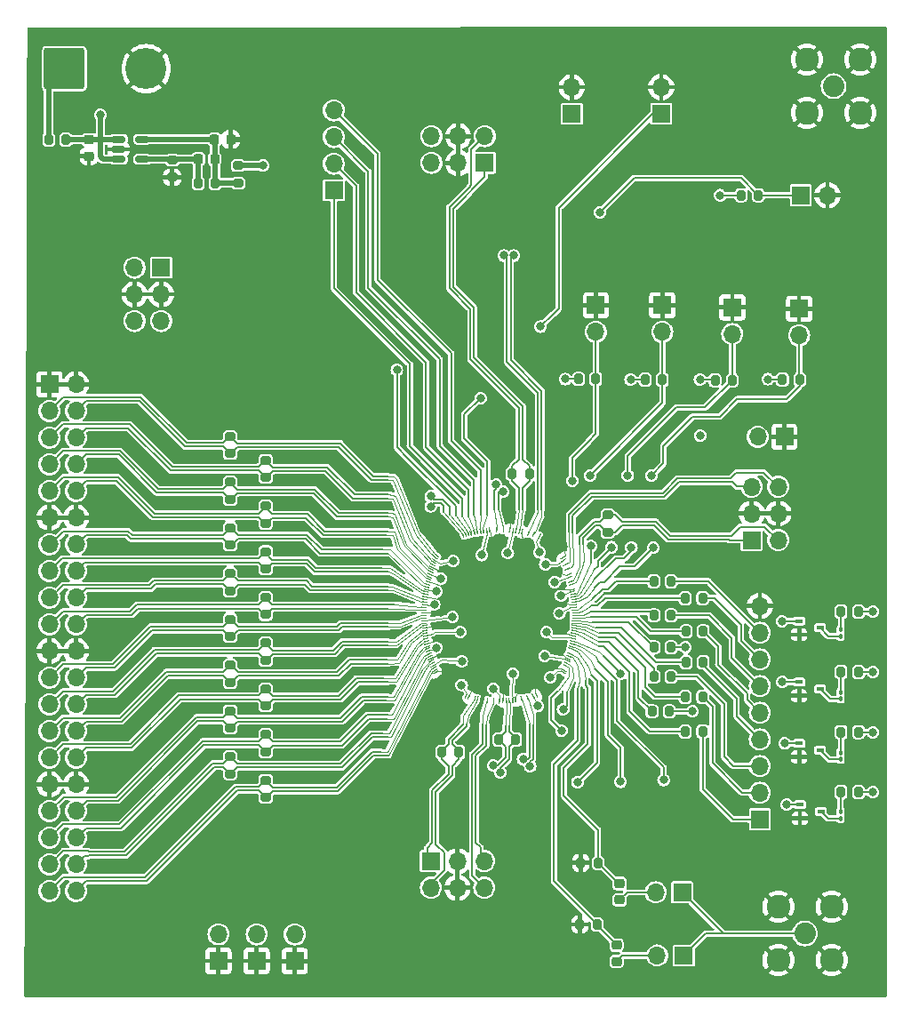
<source format=gbr>
%TF.GenerationSoftware,KiCad,Pcbnew,7.0.6-7.0.6~ubuntu20.04.1*%
%TF.CreationDate,2023-08-22T08:41:34+07:00*%
%TF.ProjectId,qpix,71706978-2e6b-4696-9361-645f70636258,rev?*%
%TF.SameCoordinates,Original*%
%TF.FileFunction,Copper,L1,Top*%
%TF.FilePolarity,Positive*%
%FSLAX46Y46*%
G04 Gerber Fmt 4.6, Leading zero omitted, Abs format (unit mm)*
G04 Created by KiCad (PCBNEW 7.0.6-7.0.6~ubuntu20.04.1) date 2023-08-22 08:41:34*
%MOMM*%
%LPD*%
G01*
G04 APERTURE LIST*
G04 Aperture macros list*
%AMRoundRect*
0 Rectangle with rounded corners*
0 $1 Rounding radius*
0 $2 $3 $4 $5 $6 $7 $8 $9 X,Y pos of 4 corners*
0 Add a 4 corners polygon primitive as box body*
4,1,4,$2,$3,$4,$5,$6,$7,$8,$9,$2,$3,0*
0 Add four circle primitives for the rounded corners*
1,1,$1+$1,$2,$3*
1,1,$1+$1,$4,$5*
1,1,$1+$1,$6,$7*
1,1,$1+$1,$8,$9*
0 Add four rect primitives between the rounded corners*
20,1,$1+$1,$2,$3,$4,$5,0*
20,1,$1+$1,$4,$5,$6,$7,0*
20,1,$1+$1,$6,$7,$8,$9,0*
20,1,$1+$1,$8,$9,$2,$3,0*%
%AMRotRect*
0 Rectangle, with rotation*
0 The origin of the aperture is its center*
0 $1 length*
0 $2 width*
0 $3 Rotation angle, in degrees counterclockwise*
0 Add horizontal line*
21,1,$1,$2,0,0,$3*%
G04 Aperture macros list end*
%TA.AperFunction,SMDPad,CuDef*%
%ADD10RoundRect,0.200000X-0.200000X-0.275000X0.200000X-0.275000X0.200000X0.275000X-0.200000X0.275000X0*%
%TD*%
%TA.AperFunction,SMDPad,CuDef*%
%ADD11RoundRect,0.200000X0.275000X-0.200000X0.275000X0.200000X-0.275000X0.200000X-0.275000X-0.200000X0*%
%TD*%
%TA.AperFunction,ComponentPad*%
%ADD12R,1.700000X1.700000*%
%TD*%
%TA.AperFunction,ComponentPad*%
%ADD13O,1.700000X1.700000*%
%TD*%
%TA.AperFunction,ComponentPad*%
%ADD14C,2.050000*%
%TD*%
%TA.AperFunction,ComponentPad*%
%ADD15C,2.250000*%
%TD*%
%TA.AperFunction,SMDPad,CuDef*%
%ADD16RotRect,0.500000X0.110000X294.434789*%
%TD*%
%TA.AperFunction,SMDPad,CuDef*%
%ADD17RotRect,0.500000X0.110000X292.593947*%
%TD*%
%TA.AperFunction,SMDPad,CuDef*%
%ADD18RotRect,0.500000X0.110000X290.702547*%
%TD*%
%TA.AperFunction,SMDPad,CuDef*%
%ADD19RotRect,0.500000X0.110000X288.762766*%
%TD*%
%TA.AperFunction,SMDPad,CuDef*%
%ADD20RotRect,0.500000X0.110000X286.777334*%
%TD*%
%TA.AperFunction,SMDPad,CuDef*%
%ADD21RotRect,0.500000X0.110000X284.749550*%
%TD*%
%TA.AperFunction,SMDPad,CuDef*%
%ADD22RotRect,0.500000X0.110000X282.683278*%
%TD*%
%TA.AperFunction,SMDPad,CuDef*%
%ADD23RotRect,0.500000X0.110000X280.582927*%
%TD*%
%TA.AperFunction,SMDPad,CuDef*%
%ADD24RotRect,0.500000X0.110000X278.453419*%
%TD*%
%TA.AperFunction,SMDPad,CuDef*%
%ADD25RotRect,0.500000X0.110000X276.300134*%
%TD*%
%TA.AperFunction,SMDPad,CuDef*%
%ADD26RotRect,0.500000X0.110000X271.945605*%
%TD*%
%TA.AperFunction,SMDPad,CuDef*%
%ADD27RotRect,0.500000X0.110000X87.568519*%
%TD*%
%TA.AperFunction,SMDPad,CuDef*%
%ADD28RotRect,0.500000X0.110000X83.219593*%
%TD*%
%TA.AperFunction,SMDPad,CuDef*%
%ADD29RotRect,0.500000X0.110000X81.071106*%
%TD*%
%TA.AperFunction,SMDPad,CuDef*%
%ADD30RotRect,0.500000X0.110000X78.947628*%
%TD*%
%TA.AperFunction,SMDPad,CuDef*%
%ADD31RotRect,0.500000X0.110000X76.854442*%
%TD*%
%TA.AperFunction,SMDPad,CuDef*%
%ADD32RotRect,0.500000X0.110000X74.796360*%
%TD*%
%TA.AperFunction,SMDPad,CuDef*%
%ADD33RotRect,0.500000X0.110000X70.802121*%
%TD*%
%TA.AperFunction,SMDPad,CuDef*%
%ADD34RotRect,0.500000X0.110000X66.992542*%
%TD*%
%TA.AperFunction,SMDPad,CuDef*%
%ADD35RotRect,0.500000X0.110000X63.386311*%
%TD*%
%TA.AperFunction,SMDPad,CuDef*%
%ADD36RotRect,0.500000X0.110000X36.260870*%
%TD*%
%TA.AperFunction,SMDPad,CuDef*%
%ADD37RotRect,0.500000X0.110000X34.695652*%
%TD*%
%TA.AperFunction,SMDPad,CuDef*%
%ADD38RotRect,0.500000X0.110000X31.565217*%
%TD*%
%TA.AperFunction,SMDPad,CuDef*%
%ADD39RotRect,0.500000X0.110000X28.434783*%
%TD*%
%TA.AperFunction,SMDPad,CuDef*%
%ADD40RotRect,0.500000X0.110000X25.304348*%
%TD*%
%TA.AperFunction,SMDPad,CuDef*%
%ADD41RotRect,0.500000X0.110000X23.739130*%
%TD*%
%TA.AperFunction,SMDPad,CuDef*%
%ADD42RotRect,0.500000X0.110000X20.608696*%
%TD*%
%TA.AperFunction,SMDPad,CuDef*%
%ADD43RotRect,0.500000X0.110000X19.043478*%
%TD*%
%TA.AperFunction,SMDPad,CuDef*%
%ADD44RotRect,0.500000X0.110000X15.913043*%
%TD*%
%TA.AperFunction,SMDPad,CuDef*%
%ADD45RotRect,0.500000X0.110000X14.347826*%
%TD*%
%TA.AperFunction,SMDPad,CuDef*%
%ADD46RotRect,0.500000X0.110000X12.782609*%
%TD*%
%TA.AperFunction,SMDPad,CuDef*%
%ADD47RotRect,0.500000X0.110000X11.217391*%
%TD*%
%TA.AperFunction,SMDPad,CuDef*%
%ADD48RotRect,0.500000X0.110000X9.652174*%
%TD*%
%TA.AperFunction,SMDPad,CuDef*%
%ADD49RotRect,0.500000X0.110000X8.086957*%
%TD*%
%TA.AperFunction,SMDPad,CuDef*%
%ADD50RotRect,0.500000X0.110000X6.521739*%
%TD*%
%TA.AperFunction,SMDPad,CuDef*%
%ADD51RotRect,0.500000X0.110000X4.956522*%
%TD*%
%TA.AperFunction,SMDPad,CuDef*%
%ADD52RotRect,0.500000X0.110000X3.391304*%
%TD*%
%TA.AperFunction,SMDPad,CuDef*%
%ADD53RotRect,0.500000X0.110000X1.826087*%
%TD*%
%TA.AperFunction,SMDPad,CuDef*%
%ADD54RotRect,0.500000X0.110000X0.260870*%
%TD*%
%TA.AperFunction,SMDPad,CuDef*%
%ADD55RotRect,0.500000X0.110000X358.695652*%
%TD*%
%TA.AperFunction,SMDPad,CuDef*%
%ADD56RotRect,0.500000X0.110000X357.130435*%
%TD*%
%TA.AperFunction,SMDPad,CuDef*%
%ADD57RotRect,0.500000X0.110000X355.565217*%
%TD*%
%TA.AperFunction,SMDPad,CuDef*%
%ADD58RotRect,0.500000X0.110000X354.000000*%
%TD*%
%TA.AperFunction,SMDPad,CuDef*%
%ADD59RotRect,0.500000X0.110000X352.434783*%
%TD*%
%TA.AperFunction,SMDPad,CuDef*%
%ADD60RotRect,0.500000X0.110000X350.869565*%
%TD*%
%TA.AperFunction,SMDPad,CuDef*%
%ADD61RotRect,0.500000X0.110000X349.304348*%
%TD*%
%TA.AperFunction,SMDPad,CuDef*%
%ADD62RotRect,0.500000X0.110000X347.739130*%
%TD*%
%TA.AperFunction,SMDPad,CuDef*%
%ADD63RotRect,0.500000X0.110000X346.173913*%
%TD*%
%TA.AperFunction,SMDPad,CuDef*%
%ADD64RotRect,0.500000X0.110000X344.608696*%
%TD*%
%TA.AperFunction,SMDPad,CuDef*%
%ADD65RotRect,0.500000X0.110000X343.043478*%
%TD*%
%TA.AperFunction,SMDPad,CuDef*%
%ADD66RotRect,0.500000X0.110000X341.478261*%
%TD*%
%TA.AperFunction,SMDPad,CuDef*%
%ADD67RotRect,0.500000X0.110000X339.913043*%
%TD*%
%TA.AperFunction,SMDPad,CuDef*%
%ADD68RotRect,0.500000X0.110000X336.782609*%
%TD*%
%TA.AperFunction,SMDPad,CuDef*%
%ADD69RotRect,0.500000X0.110000X335.217391*%
%TD*%
%TA.AperFunction,SMDPad,CuDef*%
%ADD70RotRect,0.500000X0.110000X333.652174*%
%TD*%
%TA.AperFunction,SMDPad,CuDef*%
%ADD71RotRect,0.500000X0.110000X332.086957*%
%TD*%
%TA.AperFunction,SMDPad,CuDef*%
%ADD72RotRect,0.500000X0.110000X330.521739*%
%TD*%
%TA.AperFunction,SMDPad,CuDef*%
%ADD73RotRect,0.500000X0.110000X328.956522*%
%TD*%
%TA.AperFunction,SMDPad,CuDef*%
%ADD74RotRect,0.500000X0.110000X325.826087*%
%TD*%
%TA.AperFunction,SMDPad,CuDef*%
%ADD75RotRect,0.500000X0.110000X324.260870*%
%TD*%
%TA.AperFunction,SMDPad,CuDef*%
%ADD76RotRect,0.500000X0.110000X294.836824*%
%TD*%
%TA.AperFunction,SMDPad,CuDef*%
%ADD77RotRect,0.500000X0.110000X293.007458*%
%TD*%
%TA.AperFunction,SMDPad,CuDef*%
%ADD78RotRect,0.500000X0.110000X289.197879*%
%TD*%
%TA.AperFunction,SMDPad,CuDef*%
%ADD79RotRect,0.500000X0.110000X285.203640*%
%TD*%
%TA.AperFunction,SMDPad,CuDef*%
%ADD80RotRect,0.500000X0.110000X281.052372*%
%TD*%
%TA.AperFunction,SMDPad,CuDef*%
%ADD81RotRect,0.500000X0.110000X278.928894*%
%TD*%
%TA.AperFunction,SMDPad,CuDef*%
%ADD82RotRect,0.500000X0.110000X276.780407*%
%TD*%
%TA.AperFunction,SMDPad,CuDef*%
%ADD83RotRect,0.500000X0.110000X274.612599*%
%TD*%
%TA.AperFunction,SMDPad,CuDef*%
%ADD84RotRect,0.500000X0.110000X272.431481*%
%TD*%
%TA.AperFunction,SMDPad,CuDef*%
%ADD85RotRect,0.500000X0.110000X270.243293*%
%TD*%
%TA.AperFunction,SMDPad,CuDef*%
%ADD86RotRect,0.500000X0.110000X85.871161*%
%TD*%
%TA.AperFunction,SMDPad,CuDef*%
%ADD87RotRect,0.500000X0.110000X81.546581*%
%TD*%
%TA.AperFunction,SMDPad,CuDef*%
%ADD88RotRect,0.500000X0.110000X75.250450*%
%TD*%
%TA.AperFunction,SMDPad,CuDef*%
%ADD89RotRect,0.500000X0.110000X73.222666*%
%TD*%
%TA.AperFunction,SMDPad,CuDef*%
%ADD90RotRect,0.500000X0.110000X69.297453*%
%TD*%
%TA.AperFunction,SMDPad,CuDef*%
%ADD91RotRect,0.500000X0.110000X67.406053*%
%TD*%
%TA.AperFunction,SMDPad,CuDef*%
%ADD92RotRect,0.500000X0.110000X35.739130*%
%TD*%
%TA.AperFunction,SMDPad,CuDef*%
%ADD93RotRect,0.500000X0.110000X34.173913*%
%TD*%
%TA.AperFunction,SMDPad,CuDef*%
%ADD94RotRect,0.500000X0.110000X32.608696*%
%TD*%
%TA.AperFunction,SMDPad,CuDef*%
%ADD95RotRect,0.500000X0.110000X31.043478*%
%TD*%
%TA.AperFunction,SMDPad,CuDef*%
%ADD96RotRect,0.500000X0.110000X29.478261*%
%TD*%
%TA.AperFunction,SMDPad,CuDef*%
%ADD97RotRect,0.500000X0.110000X27.913043*%
%TD*%
%TA.AperFunction,SMDPad,CuDef*%
%ADD98RotRect,0.500000X0.110000X26.347826*%
%TD*%
%TA.AperFunction,SMDPad,CuDef*%
%ADD99RotRect,0.500000X0.110000X24.782609*%
%TD*%
%TA.AperFunction,SMDPad,CuDef*%
%ADD100RotRect,0.500000X0.110000X23.217391*%
%TD*%
%TA.AperFunction,SMDPad,CuDef*%
%ADD101RotRect,0.500000X0.110000X21.652174*%
%TD*%
%TA.AperFunction,SMDPad,CuDef*%
%ADD102RotRect,0.500000X0.110000X20.086957*%
%TD*%
%TA.AperFunction,SMDPad,CuDef*%
%ADD103RotRect,0.500000X0.110000X18.521739*%
%TD*%
%TA.AperFunction,SMDPad,CuDef*%
%ADD104RotRect,0.500000X0.110000X16.956522*%
%TD*%
%TA.AperFunction,SMDPad,CuDef*%
%ADD105RotRect,0.500000X0.110000X15.391304*%
%TD*%
%TA.AperFunction,SMDPad,CuDef*%
%ADD106RotRect,0.500000X0.110000X13.826087*%
%TD*%
%TA.AperFunction,SMDPad,CuDef*%
%ADD107RotRect,0.500000X0.110000X12.260870*%
%TD*%
%TA.AperFunction,SMDPad,CuDef*%
%ADD108RotRect,0.500000X0.110000X10.695652*%
%TD*%
%TA.AperFunction,SMDPad,CuDef*%
%ADD109RotRect,0.500000X0.110000X9.130435*%
%TD*%
%TA.AperFunction,SMDPad,CuDef*%
%ADD110RotRect,0.500000X0.110000X7.565217*%
%TD*%
%TA.AperFunction,SMDPad,CuDef*%
%ADD111RotRect,0.500000X0.110000X6.000000*%
%TD*%
%TA.AperFunction,SMDPad,CuDef*%
%ADD112RotRect,0.500000X0.110000X4.434783*%
%TD*%
%TA.AperFunction,SMDPad,CuDef*%
%ADD113RotRect,0.500000X0.110000X2.869565*%
%TD*%
%TA.AperFunction,SMDPad,CuDef*%
%ADD114RotRect,0.500000X0.110000X1.304348*%
%TD*%
%TA.AperFunction,SMDPad,CuDef*%
%ADD115RotRect,0.500000X0.110000X359.739130*%
%TD*%
%TA.AperFunction,SMDPad,CuDef*%
%ADD116RotRect,0.500000X0.110000X358.173913*%
%TD*%
%TA.AperFunction,SMDPad,CuDef*%
%ADD117RotRect,0.500000X0.110000X356.608696*%
%TD*%
%TA.AperFunction,SMDPad,CuDef*%
%ADD118RotRect,0.500000X0.110000X355.043478*%
%TD*%
%TA.AperFunction,SMDPad,CuDef*%
%ADD119RotRect,0.500000X0.110000X353.478261*%
%TD*%
%TA.AperFunction,SMDPad,CuDef*%
%ADD120RotRect,0.500000X0.110000X351.913043*%
%TD*%
%TA.AperFunction,SMDPad,CuDef*%
%ADD121RotRect,0.500000X0.110000X350.347826*%
%TD*%
%TA.AperFunction,SMDPad,CuDef*%
%ADD122RotRect,0.500000X0.110000X348.782609*%
%TD*%
%TA.AperFunction,SMDPad,CuDef*%
%ADD123RotRect,0.500000X0.110000X347.217391*%
%TD*%
%TA.AperFunction,SMDPad,CuDef*%
%ADD124RotRect,0.500000X0.110000X345.652174*%
%TD*%
%TA.AperFunction,SMDPad,CuDef*%
%ADD125RotRect,0.500000X0.110000X344.086957*%
%TD*%
%TA.AperFunction,SMDPad,CuDef*%
%ADD126RotRect,0.500000X0.110000X342.521739*%
%TD*%
%TA.AperFunction,SMDPad,CuDef*%
%ADD127RotRect,0.500000X0.110000X340.956522*%
%TD*%
%TA.AperFunction,SMDPad,CuDef*%
%ADD128RotRect,0.500000X0.110000X339.391304*%
%TD*%
%TA.AperFunction,SMDPad,CuDef*%
%ADD129RotRect,0.500000X0.110000X337.826087*%
%TD*%
%TA.AperFunction,SMDPad,CuDef*%
%ADD130RotRect,0.500000X0.110000X336.260870*%
%TD*%
%TA.AperFunction,SMDPad,CuDef*%
%ADD131RotRect,0.500000X0.110000X334.695652*%
%TD*%
%TA.AperFunction,SMDPad,CuDef*%
%ADD132RotRect,0.500000X0.110000X333.130435*%
%TD*%
%TA.AperFunction,SMDPad,CuDef*%
%ADD133RotRect,0.500000X0.110000X331.565217*%
%TD*%
%TA.AperFunction,SMDPad,CuDef*%
%ADD134RotRect,0.500000X0.110000X330.000000*%
%TD*%
%TA.AperFunction,SMDPad,CuDef*%
%ADD135RotRect,0.500000X0.110000X328.434783*%
%TD*%
%TA.AperFunction,SMDPad,CuDef*%
%ADD136RotRect,0.500000X0.110000X326.869565*%
%TD*%
%TA.AperFunction,SMDPad,CuDef*%
%ADD137RotRect,0.500000X0.110000X325.304348*%
%TD*%
%TA.AperFunction,SMDPad,CuDef*%
%ADD138RotRect,0.500000X0.110000X323.739130*%
%TD*%
%TA.AperFunction,SMDPad,CuDef*%
%ADD139RotRect,0.500000X0.110000X322.173913*%
%TD*%
%TA.AperFunction,SMDPad,CuDef*%
%ADD140RoundRect,0.225000X0.225000X0.250000X-0.225000X0.250000X-0.225000X-0.250000X0.225000X-0.250000X0*%
%TD*%
%TA.AperFunction,SMDPad,CuDef*%
%ADD141RoundRect,0.200000X0.200000X0.275000X-0.200000X0.275000X-0.200000X-0.275000X0.200000X-0.275000X0*%
%TD*%
%TA.AperFunction,SMDPad,CuDef*%
%ADD142RoundRect,0.225000X0.250000X-0.225000X0.250000X0.225000X-0.250000X0.225000X-0.250000X-0.225000X0*%
%TD*%
%TA.AperFunction,SMDPad,CuDef*%
%ADD143R,0.700000X0.450000*%
%TD*%
%TA.AperFunction,SMDPad,CuDef*%
%ADD144RoundRect,0.225000X-0.250000X0.225000X-0.250000X-0.225000X0.250000X-0.225000X0.250000X0.225000X0*%
%TD*%
%TA.AperFunction,SMDPad,CuDef*%
%ADD145RoundRect,0.100000X0.100000X-0.130000X0.100000X0.130000X-0.100000X0.130000X-0.100000X-0.130000X0*%
%TD*%
%TA.AperFunction,SMDPad,CuDef*%
%ADD146RoundRect,0.150000X-0.512500X-0.150000X0.512500X-0.150000X0.512500X0.150000X-0.512500X0.150000X0*%
%TD*%
%TA.AperFunction,ComponentPad*%
%ADD147RoundRect,0.250002X-1.699998X-1.699998X1.699998X-1.699998X1.699998X1.699998X-1.699998X1.699998X0*%
%TD*%
%TA.AperFunction,ComponentPad*%
%ADD148C,3.900000*%
%TD*%
%TA.AperFunction,SMDPad,CuDef*%
%ADD149RoundRect,0.200000X-0.275000X0.200000X-0.275000X-0.200000X0.275000X-0.200000X0.275000X0.200000X0*%
%TD*%
%TA.AperFunction,ViaPad*%
%ADD150C,0.800000*%
%TD*%
%TA.AperFunction,Conductor*%
%ADD151C,0.110000*%
%TD*%
%TA.AperFunction,Conductor*%
%ADD152C,0.200000*%
%TD*%
%TA.AperFunction,Conductor*%
%ADD153C,0.150000*%
%TD*%
%TA.AperFunction,Conductor*%
%ADD154C,0.500000*%
%TD*%
G04 APERTURE END LIST*
D10*
%TO.P,R44,1*%
%TO.N,Net-(U1-dbgFsmState_0)*%
X158420000Y-104042000D03*
%TO.P,R44,2*%
%TO.N,dbgDsmState_0*%
X160070000Y-104042000D03*
%TD*%
%TO.P,R14,1*%
%TO.N,GND*%
X148455000Y-129260000D03*
%TO.P,R14,2*%
%TO.N,extInterSoft*%
X150105000Y-129260000D03*
%TD*%
D11*
%TO.P,R26,1*%
%TO.N,Reset4_N*%
X118445000Y-114324997D03*
%TO.P,R26,2*%
%TO.N,Reset4_P*%
X118445000Y-112674997D03*
%TD*%
D12*
%TO.P,JP3,1,A*%
%TO.N,GND*%
X149895835Y-76150000D03*
D13*
%TO.P,JP3,2,B*%
%TO.N,TxRxDisable_0*%
X149895835Y-78690000D03*
%TD*%
D12*
%TO.P,JP5,1,A*%
%TO.N,GND*%
X162895835Y-76350000D03*
D13*
%TO.P,JP5,2,B*%
%TO.N,TxRxDisable_2*%
X162895835Y-78890000D03*
%TD*%
D12*
%TO.P,J2,1,Pin_1*%
%TO.N,dbgTxBusy*%
X165520000Y-125120000D03*
D13*
%TO.P,J2,2,Pin_2*%
%TO.N,dbgRxError*%
X165520000Y-122580000D03*
%TO.P,J2,3,Pin_3*%
%TO.N,dbgRxBusy*%
X165520000Y-120040000D03*
%TO.P,J2,4,Pin_4*%
%TO.N,dbgLocFifoFull*%
X165520000Y-117500000D03*
%TO.P,J2,5,Pin_5*%
%TO.N,dbgFsmState_2*%
X165520000Y-114960000D03*
%TO.P,J2,6,Pin_6*%
%TO.N,dbgFsmState_1*%
X165520000Y-112420000D03*
%TO.P,J2,7,Pin_7*%
%TO.N,dbgDsmState_0*%
X165520000Y-109880000D03*
%TO.P,J2,8,Pin_8*%
%TO.N,dbgExtFifoFull*%
X165520000Y-107340000D03*
%TO.P,J2,9,Pin_9*%
%TO.N,GND*%
X165520000Y-104800000D03*
%TD*%
D14*
%TO.P,J9,1,In*%
%TO.N,Net-(J9-In)*%
X169815000Y-135985000D03*
D15*
%TO.P,J9,2,Ext*%
%TO.N,GND*%
X172355000Y-138525000D03*
X172355000Y-133445000D03*
X167275000Y-138525000D03*
X167275000Y-133445000D03*
%TD*%
D16*
%TO.P,U1,124,CLKdig1_N*%
%TO.N,CLKDIGIINN*%
X137237300Y-98049132D03*
D17*
%TO.P,U1,123,CLKdig1_P*%
%TO.N,CLKDIGIINP*%
X137498165Y-97974786D03*
D18*
%TO.P,U1,122,DigReset*%
%TO.N,Net-(J13-Pin_1)*%
X137766117Y-97904157D03*
D19*
%TO.P,U1,121,Sin*%
%TO.N,/Sin*%
X138040939Y-97837862D03*
D20*
%TO.P,U1,120,SCLK*%
%TO.N,/SCLK*%
X138322324Y-97776525D03*
D21*
%TO.P,U1,119,PCLK*%
%TO.N,/PCLK*%
X138609865Y-97720763D03*
D22*
%TO.P,U1,118,SR_reset*%
%TO.N,/SR_reset*%
X138903055Y-97671169D03*
D23*
%TO.P,U1,117,VC*%
%TO.N,Net-(J10-Pin_1)*%
X139201293Y-97628298D03*
D24*
%TO.P,U1,116,VDD*%
%TO.N,VDD*%
X139503881Y-97592654D03*
D25*
%TO.P,U1,115,GND*%
%TO.N,GND*%
X139810040Y-97564669D03*
D26*
%TO.P,U1,114,CLKout_N*%
%TO.N,CLKOUTN*%
X140429598Y-97532985D03*
D27*
%TO.P,U1,113,CLKout_P*%
%TO.N,CLKOUTP*%
X141052575Y-97534863D03*
D28*
%TO.P,U1,112,GND*%
%TO.N,GND*%
X141671286Y-97570207D03*
D29*
%TO.P,U1,111,VDD*%
%TO.N,VDD*%
X141976722Y-97599927D03*
D30*
%TO.P,U1,110,DataInD_N*%
%TO.N,/DatainD_N*%
X142278408Y-97637217D03*
D31*
%TO.P,U1,109,DataInD_P*%
%TO.N,/DatainD_P*%
X142575581Y-97681627D03*
D32*
%TO.P,U1,108,GND*%
%TO.N,GND*%
X142867565Y-97732642D03*
D33*
%TO.P,U1,107,DataOutD_N*%
%TO.N,/DataoutD_N*%
X143433736Y-97852187D03*
D34*
%TO.P,U1,106,DataOutD_P*%
%TO.N,/DataoutD_P*%
X143973448Y-97991008D03*
D35*
%TO.P,U1,105,VDD*%
%TO.N,VDD*%
X144484754Y-98144167D03*
D36*
%TO.P,U1,104,GND*%
%TO.N,GND*%
X146753240Y-100169158D03*
D37*
%TO.P,U1,103,VDD*%
%TO.N,VDD*%
X146845198Y-100388182D03*
D38*
%TO.P,U1,102,DataOutC_N*%
%TO.N,/DataoutC_N*%
X147018372Y-100833522D03*
D39*
%TO.P,U1,101,DataOutC_P*%
%TO.N,/DataoutC_P*%
X147176798Y-101287924D03*
D40*
%TO.P,U1,100,GND*%
%TO.N,GND*%
X147320003Y-101750567D03*
D41*
%TO.P,U1,99,VDD*%
%TO.N,VDD*%
X147385762Y-101984717D03*
D42*
%TO.P,U1,98,DataIn_C_N*%
%TO.N,/DatainC_N*%
X147505348Y-102458135D03*
D43*
%TO.P,U1,97,DataIn_C_P*%
%TO.N,/DatainC_P*%
X147559085Y-102697185D03*
D44*
%TO.P,U1,96,GND*%
%TO.N,GND*%
X147654250Y-103179408D03*
D45*
%TO.P,U1,95,VDD*%
%TO.N,VDD*%
X147695605Y-103422356D03*
D46*
%TO.P,U1,94,TxRxDisable_0*%
%TO.N,TxRxDisable_0*%
X147732768Y-103666377D03*
D47*
%TO.P,U1,93,TxRxDisable_1*%
%TO.N,TxRxDisable_1*%
X147765710Y-103911355D03*
D48*
%TO.P,U1,92,TxRxDisable_2*%
%TO.N,TxRxDisable_2*%
X147794406Y-104157175D03*
D49*
%TO.P,U1,91,TxRxDisable_3*%
%TO.N,TxRxDisable_3*%
X147818835Y-104403721D03*
D50*
%TO.P,U1,90,GND*%
%TO.N,GND*%
X147838979Y-104650876D03*
D51*
%TO.P,U1,89,VDD*%
%TO.N,VDD*%
X147854823Y-104898522D03*
D52*
%TO.P,U1,88,dbgExtFifoFull*%
%TO.N,Net-(U1-dbgExtFifoFull)*%
X147866355Y-105146543D03*
D53*
%TO.P,U1,87,dbgFsmState_0*%
%TO.N,Net-(U1-dbgFsmState_0)*%
X147873567Y-105394819D03*
D54*
%TO.P,U1,86,dbgFsmState_1*%
%TO.N,Net-(U1-dbgFsmState_1)*%
X147876452Y-105643234D03*
D55*
%TO.P,U1,85,dbgFsmState_2*%
%TO.N,Net-(U1-dbgFsmState_2)*%
X147875009Y-105891668D03*
D56*
%TO.P,U1,84,dbgInterr*%
%TO.N,Net-(U1-dbgInterr)*%
X147869239Y-106140003D03*
D57*
%TO.P,U1,83,dbgLocFifoFull*%
%TO.N,Net-(U1-dbgLocFifoFull)*%
X147859147Y-106388122D03*
D58*
%TO.P,U1,82,dbgRxBusy*%
%TO.N,Net-(U1-dbgRxBusy)*%
X147844739Y-106635906D03*
D59*
%TO.P,U1,81,dbgRxError*%
%TO.N,Net-(U1-dbgRxError)*%
X147826027Y-106883238D03*
D60*
%TO.P,U1,80,dbgRxValid*%
%TO.N,Net-(U1-dbgRxValid)*%
X147803024Y-107130000D03*
D61*
%TO.P,U1,79,dbgTxBusy*%
%TO.N,Net-(U1-dbgTxBusy)*%
X147775748Y-107376075D03*
D62*
%TO.P,U1,78,GND*%
%TO.N,GND*%
X147744219Y-107621347D03*
D63*
%TO.P,U1,77,VDD*%
%TO.N,VDD*%
X147708460Y-107865699D03*
D64*
%TO.P,U1,76,disableDbgOut*%
%TO.N,disableDbgOut*%
X147668499Y-108109018D03*
D65*
%TO.P,U1,75,EndeavourScale_0*%
%TO.N,EndeavorScale_0*%
X147624365Y-108351187D03*
D66*
%TO.P,U1,74,EndeavourScale_1*%
%TO.N,EndeavorScale_1*%
X147576091Y-108592095D03*
D67*
%TO.P,U1,73,EndeavourScale_2*%
%TO.N,EndeavorScale_2*%
X147523712Y-108831627D03*
D68*
%TO.P,U1,72,extInterSoft*%
%TO.N,extInterSoft*%
X147406803Y-109306122D03*
D69*
%TO.P,U1,71,extInterHard*%
%TO.N,extInterHard*%
X147342360Y-109540865D03*
D70*
%TO.P,U1,70,GND*%
%TO.N,GND*%
X147273986Y-109773793D03*
D71*
%TO.P,U1,69,VDD*%
%TO.N,VDD*%
X147201735Y-110004801D03*
D72*
%TO.P,U1,68,dbgDataValid*%
%TO.N,dbgDataValid*%
X147125658Y-110233782D03*
D73*
%TO.P,U1,67,dbgClkDiv*%
%TO.N,dbgClkDiv*%
X147045814Y-110460634D03*
D74*
%TO.P,U1,66,GND*%
%TO.N,GND*%
X146875063Y-110907540D03*
D75*
%TO.P,U1,65,VDD*%
%TO.N,VDD*%
X146784284Y-111127396D03*
D76*
%TO.P,U1,64,GND*%
%TO.N,GND*%
X144232717Y-113303186D03*
D77*
%TO.P,U1,63,VDD*%
%TO.N,VDD*%
X143973448Y-113378274D03*
D78*
%TO.P,U1,62,Datout_B_P*%
%TO.N,/DatoutB_P*%
X143433736Y-113517095D03*
D79*
%TO.P,U1,61,Datout_B_N*%
%TO.N,/DatoutB_N*%
X142867565Y-113636640D03*
D80*
%TO.P,U1,60,GND*%
%TO.N,GND*%
X142278408Y-113732065D03*
D81*
%TO.P,U1,59,VDD*%
%TO.N,VDD*%
X141976722Y-113769355D03*
D82*
%TO.P,U1,58,Datin_B_N*%
%TO.N,/DatinB_N*%
X141671286Y-113799075D03*
D83*
%TO.P,U1,57,Datin_B_P*%
%TO.N,/DatinB_P*%
X141362937Y-113820856D03*
D84*
%TO.P,U1,56,GND*%
%TO.N,GND*%
X141052575Y-113834419D03*
D85*
%TO.P,U1,55,VDD*%
%TO.N,VDD*%
X140741140Y-113839589D03*
D86*
%TO.P,U1,54,Datout_A_P*%
%TO.N,/DatoutA_P*%
X140118915Y-113824588D03*
D87*
%TO.P,U1,53,Datout_A_N*%
%TO.N,/DatoutA_N*%
X139503881Y-113776628D03*
D88*
%TO.P,U1,52,Datin_A_N*%
%TO.N,/DatinA_N*%
X138609865Y-113648519D03*
D89*
%TO.P,U1,51,Datin_A_P*%
%TO.N,/DatinA_P*%
X138322324Y-113592757D03*
D90*
%TO.P,U1,50,GND*%
%TO.N,GND*%
X137766117Y-113465125D03*
D91*
%TO.P,U1,49,VDD*%
%TO.N,VDD*%
X137498165Y-113394496D03*
D92*
%TO.P,U1,48,GND*%
%TO.N,GND*%
X134628740Y-111127396D03*
D93*
%TO.P,U1,47,Reset0_N*%
%TO.N,Reset0_N*%
X134537961Y-110907540D03*
D94*
%TO.P,U1,46,Reset0_P*%
%TO.N,Reset0_P*%
X134450762Y-110685253D03*
D95*
%TO.P,U1,45,VDD*%
%TO.N,VDD*%
X134367210Y-110460634D03*
D96*
%TO.P,U1,44,Reset1_N*%
%TO.N,Reset1_N*%
X134287366Y-110233782D03*
D97*
%TO.P,U1,43,Reset1_P*%
%TO.N,Reset1_P*%
X134211289Y-110004801D03*
D98*
%TO.P,U1,42,GND*%
%TO.N,GND*%
X134139038Y-109773793D03*
D99*
%TO.P,U1,41,Reset2_N*%
%TO.N,Reset2_N*%
X134070664Y-109540865D03*
D100*
%TO.P,U1,40,Reset2_P*%
%TO.N,Reset2_P*%
X134006221Y-109306122D03*
D101*
%TO.P,U1,39,VDD*%
%TO.N,VDD*%
X133945755Y-109069673D03*
D102*
%TO.P,U1,38,Reset3_N*%
%TO.N,Reset3_N*%
X133889312Y-108831627D03*
D103*
%TO.P,U1,37,Reset3_P*%
%TO.N,Reset3_P*%
X133836933Y-108592095D03*
D104*
%TO.P,U1,36,GND*%
%TO.N,GND*%
X133788659Y-108351187D03*
D105*
%TO.P,U1,35,Reset4_N*%
%TO.N,Reset4_N*%
X133744525Y-108109018D03*
D106*
%TO.P,U1,34,Reset4_P*%
%TO.N,Reset4_P*%
X133704564Y-107865699D03*
D107*
%TO.P,U1,33,VDD*%
%TO.N,VDD*%
X133668805Y-107621347D03*
D108*
%TO.P,U1,32,Reset5_N*%
%TO.N,Reset5_N*%
X133637276Y-107376075D03*
D109*
%TO.P,U1,31,Reset5_P*%
%TO.N,Reset5_P*%
X133610000Y-107130000D03*
D110*
%TO.P,U1,30,GND*%
%TO.N,GND*%
X133586997Y-106883238D03*
D111*
%TO.P,U1,29,Reset6_N*%
%TO.N,Reset6_N*%
X133568285Y-106635906D03*
D112*
%TO.P,U1,28,Reset6_P*%
%TO.N,Reset6_P*%
X133553877Y-106388122D03*
D113*
%TO.P,U1,27,VDD*%
%TO.N,VDD*%
X133543785Y-106140003D03*
D114*
%TO.P,U1,26,Reset7_N*%
%TO.N,Reset7_N*%
X133538015Y-105891668D03*
D115*
%TO.P,U1,25,Reset7P*%
%TO.N,Reset7_P*%
X133536572Y-105643234D03*
D116*
%TO.P,U1,24,GND*%
%TO.N,GND*%
X133539457Y-105394819D03*
D117*
%TO.P,U1,23,Reset8_N*%
%TO.N,Reset8_N*%
X133546669Y-105146543D03*
D118*
%TO.P,U1,22,Reset8_P*%
%TO.N,Reset8_P*%
X133558201Y-104898522D03*
D119*
%TO.P,U1,21,VDD*%
%TO.N,VDD*%
X133574045Y-104650876D03*
D120*
%TO.P,U1,20,Reset9_N*%
%TO.N,Reset9_N*%
X133594189Y-104403721D03*
D121*
%TO.P,U1,19,Reset9_P*%
%TO.N,Reset9_P*%
X133618618Y-104157175D03*
D122*
%TO.P,U1,18,GND*%
%TO.N,GND*%
X133647314Y-103911355D03*
D123*
%TO.P,U1,17,Reset10_N*%
%TO.N,Reset10_N*%
X133680256Y-103666377D03*
D124*
%TO.P,U1,16,Reset10_P*%
%TO.N,Reset10_P*%
X133717419Y-103422356D03*
D125*
%TO.P,U1,15,VDD*%
%TO.N,VDD*%
X133758774Y-103179408D03*
D126*
%TO.P,U1,14,Reset11_N*%
%TO.N,Reset11_N*%
X133804292Y-102937646D03*
D127*
%TO.P,U1,13,Reset11_P*%
%TO.N,Reset11_P*%
X133853939Y-102697185D03*
D128*
%TO.P,U1,12,GND*%
%TO.N,GND*%
X133907676Y-102458135D03*
D129*
%TO.P,U1,11,Reset12_N*%
%TO.N,Reset12_N*%
X133965465Y-102220610D03*
D130*
%TO.P,U1,10,Reset12_P*%
%TO.N,Reset12_P*%
X134027262Y-101984717D03*
D131*
%TO.P,U1,9,VDD*%
%TO.N,VDD*%
X134093021Y-101750567D03*
D132*
%TO.P,U1,8,Reset13_N*%
%TO.N,Reset13_N*%
X134162693Y-101518268D03*
D133*
%TO.P,U1,7,Reset13_P*%
%TO.N,Reset13_P*%
X134236226Y-101287924D03*
D134*
%TO.P,U1,6,GND*%
%TO.N,GND*%
X134313565Y-101059641D03*
D135*
%TO.P,U1,5,Reset14_N*%
%TO.N,Reset14_N*%
X134394652Y-100833522D03*
D136*
%TO.P,U1,4,Reset14_P*%
%TO.N,Reset14_P*%
X134479427Y-100609669D03*
D137*
%TO.P,U1,3,VDD*%
%TO.N,VDD*%
X134567826Y-100388182D03*
D138*
%TO.P,U1,2,Reset15_N*%
%TO.N,Reset15_N*%
X134659784Y-100169158D03*
D139*
%TO.P,U1,1,Reset15_P*%
%TO.N,Reset15_P*%
X134755232Y-99952694D03*
%TD*%
D10*
%TO.P,R43,1*%
%TO.N,Net-(U1-dbgFsmState_1)*%
X155418000Y-105693000D03*
%TO.P,R43,2*%
%TO.N,dbgFsmState_1*%
X157068000Y-105693000D03*
%TD*%
D11*
%TO.P,R16,1*%
%TO.N,Reset14_N*%
X118445000Y-92557142D03*
%TO.P,R16,2*%
%TO.N,Reset14_P*%
X118445000Y-90907142D03*
%TD*%
D140*
%TO.P,C3,1*%
%TO.N,GND*%
X115125000Y-60350000D03*
%TO.P,C3,2*%
%TO.N,Net-(U2-OUT)*%
X113575000Y-60350000D03*
%TD*%
D12*
%TO.P,JP9,1,A*%
%TO.N,GND*%
X117590000Y-138605000D03*
D13*
%TO.P,JP9,2,B*%
%TO.N,EndeavorScale_1*%
X117590000Y-136065000D03*
%TD*%
D141*
%TO.P,R33,1*%
%TO.N,/DatinB_N*%
X142275000Y-117500000D03*
%TO.P,R33,2*%
%TO.N,/DatinB_P*%
X140625000Y-117500000D03*
%TD*%
D10*
%TO.P,R45,1*%
%TO.N,Net-(U1-dbgExtFifoFull)*%
X155418000Y-102423892D03*
%TO.P,R45,2*%
%TO.N,dbgExtFifoFull*%
X157068000Y-102423892D03*
%TD*%
D142*
%TO.P,C23,1*%
%TO.N,Net-(JP12-B)*%
X152160000Y-132785000D03*
%TO.P,C23,2*%
%TO.N,extInterSoft*%
X152160000Y-131235000D03*
%TD*%
D143*
%TO.P,Q4,1,G*%
%TO.N,dbgInterr*%
X169261833Y-106220000D03*
%TO.P,Q4,2,S*%
%TO.N,GND*%
X169261833Y-107520000D03*
%TO.P,Q4,3,D*%
%TO.N,Net-(D4-K)*%
X171261833Y-106870000D03*
%TD*%
D10*
%TO.P,R8,1*%
%TO.N,Net-(U2-FB)*%
X111997500Y-64500000D03*
%TO.P,R8,2*%
%TO.N,Net-(U2-OUT)*%
X113647500Y-64500000D03*
%TD*%
%TO.P,R1,1*%
%TO.N,VDD*%
X148241835Y-83175000D03*
%TO.P,R1,2*%
%TO.N,TxRxDisable_0*%
X149891835Y-83175000D03*
%TD*%
D12*
%TO.P,JP6,1,A*%
%TO.N,GND*%
X169260835Y-76480000D03*
D13*
%TO.P,JP6,2,B*%
%TO.N,TxRxDisable_3*%
X169260835Y-79020000D03*
%TD*%
D11*
%TO.P,R20,1*%
%TO.N,Reset10_N*%
X118445000Y-101264284D03*
%TO.P,R20,2*%
%TO.N,Reset10_P*%
X118445000Y-99614284D03*
%TD*%
%TO.P,R21,1*%
%TO.N,Reset9_N*%
X115070000Y-103357142D03*
%TO.P,R21,2*%
%TO.N,Reset9_P*%
X115070000Y-101707142D03*
%TD*%
D10*
%TO.P,R39,1*%
%TO.N,Net-(U1-dbgRxBusy)*%
X155418000Y-111535000D03*
%TO.P,R39,2*%
%TO.N,dbgRxBusy*%
X157068000Y-111535000D03*
%TD*%
%TO.P,R31,1*%
%TO.N,/DatinA_P*%
X135205000Y-118710000D03*
%TO.P,R31,2*%
%TO.N,/DatinA_N*%
X136855000Y-118710000D03*
%TD*%
D144*
%TO.P,C1,1*%
%TO.N,+5V*%
X101602500Y-60390000D03*
%TO.P,C1,2*%
%TO.N,GND*%
X101602500Y-61940000D03*
%TD*%
D12*
%TO.P,JP12,1,A*%
%TO.N,Net-(J9-In)*%
X158130000Y-132070000D03*
D13*
%TO.P,JP12,2,B*%
%TO.N,Net-(JP12-B)*%
X155590000Y-132070000D03*
%TD*%
D11*
%TO.P,R23,1*%
%TO.N,Reset7_N*%
X115070000Y-107714284D03*
%TO.P,R23,2*%
%TO.N,Reset7_P*%
X115070000Y-106064284D03*
%TD*%
D10*
%TO.P,R4,1*%
%TO.N,VDD*%
X167675835Y-83225000D03*
%TO.P,R4,2*%
%TO.N,TxRxDisable_3*%
X169325835Y-83225000D03*
%TD*%
D11*
%TO.P,R24,1*%
%TO.N,Reset6_N*%
X118445000Y-109971426D03*
%TO.P,R24,2*%
%TO.N,Reset6_P*%
X118445000Y-108321426D03*
%TD*%
D12*
%TO.P,J4,1,Pin_1*%
%TO.N,/DatinA_P*%
X134175000Y-129095000D03*
D13*
%TO.P,J4,2,Pin_2*%
%TO.N,/DatinA_N*%
X134175000Y-131635000D03*
%TO.P,J4,3,Pin_3*%
%TO.N,GND*%
X136715000Y-129095000D03*
%TO.P,J4,4,Pin_4*%
X136715000Y-131635000D03*
%TO.P,J4,5,Pin_5*%
%TO.N,/DatoutA_P*%
X139255000Y-129095000D03*
%TO.P,J4,6,Pin_6*%
%TO.N,/DatoutA_N*%
X139255000Y-131635000D03*
%TD*%
D14*
%TO.P,J7,1,In*%
%TO.N,Net-(J7-In)*%
X172540000Y-55280000D03*
D15*
%TO.P,J7,2,Ext*%
%TO.N,GND*%
X170000000Y-52740000D03*
X170000000Y-57820000D03*
X175080000Y-52740000D03*
X175080000Y-57820000D03*
%TD*%
D12*
%TO.P,J5,1,Pin_1*%
%TO.N,/Sin*%
X124930000Y-65200000D03*
D13*
%TO.P,J5,2,Pin_2*%
%TO.N,/SCLK*%
X124930000Y-62660000D03*
%TO.P,J5,3,Pin_3*%
%TO.N,/PCLK*%
X124930000Y-60120000D03*
%TO.P,J5,4,Pin_4*%
%TO.N,/SR_reset*%
X124930000Y-57580000D03*
%TD*%
D11*
%TO.P,R7,1*%
%TO.N,GND*%
X109542500Y-63965000D03*
%TO.P,R7,2*%
%TO.N,Net-(U2-FB)*%
X109542500Y-62315000D03*
%TD*%
D10*
%TO.P,R36,1*%
%TO.N,Net-(U1-dbgTxBusy)*%
X158420000Y-116742000D03*
%TO.P,R36,2*%
%TO.N,dbgTxBusy*%
X160070000Y-116742000D03*
%TD*%
D11*
%TO.P,R30,1*%
%TO.N,Reset0_N*%
X118445000Y-123032142D03*
%TO.P,R30,2*%
%TO.N,Reset0_P*%
X118445000Y-121382142D03*
%TD*%
D12*
%TO.P,JP2,1,A*%
%TO.N,Net-(J9-In)*%
X158280000Y-138090000D03*
D13*
%TO.P,JP2,2,B*%
%TO.N,Net-(JP2-B)*%
X155740000Y-138090000D03*
%TD*%
D145*
%TO.P,D1,1,K*%
%TO.N,Net-(D1-K)*%
X173201833Y-125045000D03*
%TO.P,D1,2,A*%
%TO.N,Net-(D1-A)*%
X173201833Y-124405000D03*
%TD*%
D12*
%TO.P,J3,1,Pin_1*%
%TO.N,/DatainD_P*%
X139315000Y-62585000D03*
D13*
%TO.P,J3,2,Pin_2*%
%TO.N,/DatainD_N*%
X139315000Y-60045000D03*
%TO.P,J3,3,Pin_3*%
%TO.N,GND*%
X136775000Y-62585000D03*
%TO.P,J3,4,Pin_4*%
X136775000Y-60045000D03*
%TO.P,J3,5,Pin_5*%
%TO.N,/DataoutD_P*%
X134235000Y-62585000D03*
%TO.P,J3,6,Pin_6*%
%TO.N,/DataoutD_N*%
X134235000Y-60045000D03*
%TD*%
D145*
%TO.P,D3,1,K*%
%TO.N,Net-(D3-K)*%
X173201833Y-113660000D03*
%TO.P,D3,2,A*%
%TO.N,Net-(D3-A)*%
X173201833Y-113020000D03*
%TD*%
D12*
%TO.P,JP7,1,A*%
%TO.N,GND*%
X167856750Y-88680000D03*
D13*
%TO.P,JP7,2,B*%
%TO.N,disableDbgOut*%
X165316750Y-88680000D03*
%TD*%
D11*
%TO.P,R28,1*%
%TO.N,Reset2_N*%
X118445000Y-118678568D03*
%TO.P,R28,2*%
%TO.N,Reset2_P*%
X118445000Y-117028568D03*
%TD*%
D12*
%TO.P,J13,1,Pin_1*%
%TO.N,Net-(J13-Pin_1)*%
X147600000Y-57920000D03*
D13*
%TO.P,J13,2,Pin_2*%
%TO.N,GND*%
X147600000Y-55380000D03*
%TD*%
D11*
%TO.P,R17,1*%
%TO.N,Reset13_N*%
X115070000Y-94642858D03*
%TO.P,R17,2*%
%TO.N,Reset13_P*%
X115070000Y-92992858D03*
%TD*%
D141*
%TO.P,R13,1*%
%TO.N,/clkmux/SEL_AB*%
X165375000Y-65670000D03*
%TO.P,R13,2*%
%TO.N,VDD*%
X163725000Y-65670000D03*
%TD*%
D12*
%TO.P,JP10,1,A*%
%TO.N,GND*%
X113950000Y-138604000D03*
D13*
%TO.P,JP10,2,B*%
%TO.N,EndeavorScale_2*%
X113950000Y-136064000D03*
%TD*%
D141*
%TO.P,R32,1*%
%TO.N,/DatainD_P*%
X143580000Y-92190000D03*
%TO.P,R32,2*%
%TO.N,/DatainD_N*%
X141930000Y-92190000D03*
%TD*%
D143*
%TO.P,Q2,1,G*%
%TO.N,dbgDataValid*%
X169261833Y-117887332D03*
%TO.P,Q2,2,S*%
%TO.N,GND*%
X169261833Y-119187332D03*
%TO.P,Q2,3,D*%
%TO.N,Net-(D2-K)*%
X171261833Y-118537332D03*
%TD*%
D10*
%TO.P,R40,1*%
%TO.N,Net-(U1-dbgLocFifoFull)*%
X158484000Y-110138000D03*
%TO.P,R40,2*%
%TO.N,dbgLocFifoFull*%
X160134000Y-110138000D03*
%TD*%
D12*
%TO.P,J10,1,Pin_1*%
%TO.N,Net-(J10-Pin_1)*%
X156120000Y-57920000D03*
D13*
%TO.P,J10,2,Pin_2*%
%TO.N,GND*%
X156120000Y-55380000D03*
%TD*%
D141*
%TO.P,R68,1*%
%TO.N,+5V*%
X174906833Y-105330000D03*
%TO.P,R68,2*%
%TO.N,Net-(D4-A)*%
X173256833Y-105330000D03*
%TD*%
D10*
%TO.P,R42,1*%
%TO.N,Net-(U1-dbgFsmState_2)*%
X158484000Y-107217000D03*
%TO.P,R42,2*%
%TO.N,dbgFsmState_2*%
X160134000Y-107217000D03*
%TD*%
D11*
%TO.P,R25,1*%
%TO.N,Reset5_N*%
X115070000Y-112071426D03*
%TO.P,R25,2*%
%TO.N,Reset5_P*%
X115070000Y-110421426D03*
%TD*%
D146*
%TO.P,U2,1,IN*%
%TO.N,+5V*%
X104425000Y-60340000D03*
%TO.P,U2,2,GND*%
%TO.N,GND*%
X104425000Y-61290000D03*
%TO.P,U2,3,EN*%
%TO.N,+5V*%
X104425000Y-62240000D03*
%TO.P,U2,4,FB*%
%TO.N,Net-(U2-FB)*%
X106700000Y-62240000D03*
%TO.P,U2,5,OUT*%
%TO.N,Net-(U2-OUT)*%
X106700000Y-60340000D03*
%TD*%
D11*
%TO.P,R22,1*%
%TO.N,Reset8_N*%
X118445000Y-105617855D03*
%TO.P,R22,2*%
%TO.N,Reset8_P*%
X118445000Y-103967855D03*
%TD*%
D13*
%TO.P,J1,40,Pin_40*%
%TO.N,Reset0_N*%
X100385000Y-131940000D03*
%TO.P,J1,39,Pin_39*%
%TO.N,Reset0_P*%
X97845000Y-131940000D03*
%TO.P,J1,38,Pin_38*%
%TO.N,Reset1_N*%
X100385000Y-129400000D03*
%TO.P,J1,37,Pin_37*%
%TO.N,Reset1_P*%
X97845000Y-129400000D03*
%TO.P,J1,36,Pin_36*%
%TO.N,Reset2_N*%
X100385000Y-126860000D03*
%TO.P,J1,35,Pin_35*%
%TO.N,Reset2_P*%
X97845000Y-126860000D03*
%TO.P,J1,34,Pin_34*%
%TO.N,Reset3_N*%
X100385000Y-124320000D03*
%TO.P,J1,33,Pin_33*%
%TO.N,Reset3_P*%
X97845000Y-124320000D03*
%TO.P,J1,32,Pin_32*%
%TO.N,GND*%
X100385000Y-121780000D03*
%TO.P,J1,31,Pin_31*%
X97845000Y-121780000D03*
%TO.P,J1,30,Pin_30*%
%TO.N,Reset4_N*%
X100385000Y-119240000D03*
%TO.P,J1,29,Pin_29*%
%TO.N,Reset4_P*%
X97845000Y-119240000D03*
%TO.P,J1,28,Pin_28*%
%TO.N,Reset5_N*%
X100385000Y-116700000D03*
%TO.P,J1,27,Pin_27*%
%TO.N,Reset5_P*%
X97845000Y-116700000D03*
%TO.P,J1,26,Pin_26*%
%TO.N,Reset6_N*%
X100385000Y-114160000D03*
%TO.P,J1,25,Pin_25*%
%TO.N,Reset6_P*%
X97845000Y-114160000D03*
%TO.P,J1,24,Pin_24*%
%TO.N,Reset7_N*%
X100385000Y-111620000D03*
%TO.P,J1,23,Pin_23*%
%TO.N,Reset7_P*%
X97845000Y-111620000D03*
%TO.P,J1,22,Pin_22*%
%TO.N,GND*%
X100385000Y-109080000D03*
%TO.P,J1,21,Pin_21*%
X97845000Y-109080000D03*
%TO.P,J1,20,Pin_20*%
%TO.N,Reset8_N*%
X100385000Y-106540000D03*
%TO.P,J1,19,Pin_19*%
%TO.N,Reset8_P*%
X97845000Y-106540000D03*
%TO.P,J1,18,Pin_18*%
%TO.N,Reset9_N*%
X100385000Y-104000000D03*
%TO.P,J1,17,Pin_17*%
%TO.N,Reset9_P*%
X97845000Y-104000000D03*
%TO.P,J1,16,Pin_16*%
%TO.N,Reset10_N*%
X100385000Y-101460000D03*
%TO.P,J1,15,Pin_15*%
%TO.N,Reset10_P*%
X97845000Y-101460000D03*
%TO.P,J1,14,Pin_14*%
%TO.N,Reset11_N*%
X100385000Y-98920000D03*
%TO.P,J1,13,Pin_13*%
%TO.N,Reset11_P*%
X97845000Y-98920000D03*
%TO.P,J1,12,Pin_12*%
%TO.N,GND*%
X100385000Y-96380000D03*
%TO.P,J1,11,Pin_11*%
X97845000Y-96380000D03*
%TO.P,J1,10,Pin_10*%
%TO.N,Reset12_N*%
X100385000Y-93840000D03*
%TO.P,J1,9,Pin_9*%
%TO.N,Reset12_P*%
X97845000Y-93840000D03*
%TO.P,J1,8,Pin_8*%
%TO.N,Reset13_N*%
X100385000Y-91300000D03*
%TO.P,J1,7,Pin_7*%
%TO.N,Reset13_P*%
X97845000Y-91300000D03*
%TO.P,J1,6,Pin_6*%
%TO.N,Reset14_N*%
X100385000Y-88760000D03*
%TO.P,J1,5,Pin_5*%
%TO.N,Reset14_P*%
X97845000Y-88760000D03*
%TO.P,J1,4,Pin_4*%
%TO.N,Reset15_N*%
X100385000Y-86220000D03*
%TO.P,J1,3,Pin_3*%
%TO.N,Reset15_P*%
X97845000Y-86220000D03*
%TO.P,J1,2,Pin_2*%
%TO.N,GND*%
X100385000Y-83680000D03*
D12*
%TO.P,J1,1,Pin_1*%
X97845000Y-83680000D03*
%TD*%
%TO.P,J8,1,Pin_1*%
%TO.N,/DatainC_P*%
X164735000Y-98515000D03*
D13*
%TO.P,J8,2,Pin_2*%
%TO.N,/DatainC_N*%
X167275000Y-98515000D03*
%TO.P,J8,3,Pin_3*%
%TO.N,GND*%
X164735000Y-95975000D03*
%TO.P,J8,4,Pin_4*%
X167275000Y-95975000D03*
%TO.P,J8,5,Pin_5*%
%TO.N,/DataoutC_P*%
X164735000Y-93435000D03*
%TO.P,J8,6,Pin_6*%
%TO.N,/DataoutC_N*%
X167275000Y-93435000D03*
%TD*%
D12*
%TO.P,JP4,1,A*%
%TO.N,GND*%
X156230000Y-76150000D03*
D13*
%TO.P,JP4,2,B*%
%TO.N,TxRxDisable_1*%
X156230000Y-78690000D03*
%TD*%
D142*
%TO.P,C22,1*%
%TO.N,Net-(JP2-B)*%
X151860000Y-138650000D03*
%TO.P,C22,2*%
%TO.N,extInterHard*%
X151860000Y-137100000D03*
%TD*%
D140*
%TO.P,C2,1*%
%TO.N,Net-(U2-OUT)*%
X113585000Y-62220000D03*
%TO.P,C2,2*%
%TO.N,Net-(U2-FB)*%
X112035000Y-62220000D03*
%TD*%
D11*
%TO.P,R29,1*%
%TO.N,Reset1_N*%
X115070000Y-120785716D03*
%TO.P,R29,2*%
%TO.N,Reset1_P*%
X115070000Y-119135716D03*
%TD*%
D145*
%TO.P,D4,1,K*%
%TO.N,Net-(D4-K)*%
X173201833Y-107687500D03*
%TO.P,D4,2,A*%
%TO.N,Net-(D4-A)*%
X173201833Y-107047500D03*
%TD*%
D11*
%TO.P,R15,1*%
%TO.N,Reset15_N*%
X115070000Y-90285716D03*
%TO.P,R15,2*%
%TO.N,Reset15_P*%
X115070000Y-88635716D03*
%TD*%
D141*
%TO.P,R65,1*%
%TO.N,+5V*%
X174906833Y-122540000D03*
%TO.P,R65,2*%
%TO.N,Net-(D1-A)*%
X173256833Y-122540000D03*
%TD*%
D147*
%TO.P,J11,1,In*%
%TO.N,Net-(J11-In)*%
X99260000Y-53620000D03*
D148*
%TO.P,J11,2,Ext*%
%TO.N,GND*%
X107060000Y-53620000D03*
%TD*%
D10*
%TO.P,R37,1*%
%TO.N,Net-(U1-dbgRxValid)*%
X155245000Y-114837000D03*
%TO.P,R37,2*%
%TO.N,dbgRxValid*%
X156895000Y-114837000D03*
%TD*%
D143*
%TO.P,Q3,1,G*%
%TO.N,dbgRxValid*%
X169261833Y-112053666D03*
%TO.P,Q3,2,S*%
%TO.N,GND*%
X169261833Y-113353666D03*
%TO.P,Q3,3,D*%
%TO.N,Net-(D3-K)*%
X171261833Y-112703666D03*
%TD*%
D145*
%TO.P,D2,1,K*%
%TO.N,Net-(D2-K)*%
X173201833Y-119407500D03*
%TO.P,D2,2,A*%
%TO.N,Net-(D2-A)*%
X173201833Y-118767500D03*
%TD*%
D12*
%TO.P,J6,1,Pin_1*%
%TO.N,/DatinB_P*%
X108485000Y-72565000D03*
D13*
%TO.P,J6,2,Pin_2*%
%TO.N,/DatinB_N*%
X105945000Y-72565000D03*
%TO.P,J6,3,Pin_3*%
%TO.N,GND*%
X108485000Y-75105000D03*
%TO.P,J6,4,Pin_4*%
X105945000Y-75105000D03*
%TO.P,J6,5,Pin_5*%
%TO.N,/DatoutB_P*%
X108485000Y-77645000D03*
%TO.P,J6,6,Pin_6*%
%TO.N,/DatoutB_N*%
X105945000Y-77645000D03*
%TD*%
D10*
%TO.P,R2,1*%
%TO.N,VDD*%
X154588335Y-83235000D03*
%TO.P,R2,2*%
%TO.N,TxRxDisable_1*%
X156238335Y-83235000D03*
%TD*%
D12*
%TO.P,JP8,1,A*%
%TO.N,GND*%
X121220000Y-138615000D03*
D13*
%TO.P,JP8,2,B*%
%TO.N,EndeavorScale_0*%
X121220000Y-136075000D03*
%TD*%
D141*
%TO.P,FB1,2*%
%TO.N,Net-(J11-In)*%
X97767500Y-60380000D03*
%TO.P,FB1,1*%
%TO.N,+5V*%
X99417500Y-60380000D03*
%TD*%
D10*
%TO.P,R10,1*%
%TO.N,GND*%
X148365000Y-135130000D03*
%TO.P,R10,2*%
%TO.N,extInterHard*%
X150015000Y-135130000D03*
%TD*%
D11*
%TO.P,R9,1*%
%TO.N,Net-(U2-OUT)*%
X115820000Y-64505000D03*
%TO.P,R9,2*%
%TO.N,VDD*%
X115820000Y-62855000D03*
%TD*%
D143*
%TO.P,Q1,1,G*%
%TO.N,dbgClkDiv*%
X169341833Y-123720999D03*
%TO.P,Q1,2,S*%
%TO.N,GND*%
X169341833Y-125020999D03*
%TO.P,Q1,3,D*%
%TO.N,Net-(D1-K)*%
X171341833Y-124370999D03*
%TD*%
D11*
%TO.P,R19,1*%
%TO.N,Reset11_N*%
X115070000Y-99000000D03*
%TO.P,R19,2*%
%TO.N,Reset11_P*%
X115070000Y-97350000D03*
%TD*%
%TO.P,R18,1*%
%TO.N,Reset12_N*%
X118445000Y-96910713D03*
%TO.P,R18,2*%
%TO.N,Reset12_P*%
X118445000Y-95260713D03*
%TD*%
D10*
%TO.P,R41,1*%
%TO.N,Net-(U1-dbgInterr)*%
X155418000Y-108741000D03*
%TO.P,R41,2*%
%TO.N,dbgInterr*%
X157068000Y-108741000D03*
%TD*%
D12*
%TO.P,JP1,1,A*%
%TO.N,/clkmux/SEL_AB*%
X169425000Y-65680000D03*
D13*
%TO.P,JP1,2,B*%
%TO.N,GND*%
X171965000Y-65680000D03*
%TD*%
D141*
%TO.P,R66,1*%
%TO.N,+5V*%
X174906833Y-116803332D03*
%TO.P,R66,2*%
%TO.N,Net-(D2-A)*%
X173256833Y-116803332D03*
%TD*%
D11*
%TO.P,R27,1*%
%TO.N,Reset3_N*%
X115070000Y-116428568D03*
%TO.P,R27,2*%
%TO.N,Reset3_P*%
X115070000Y-114778568D03*
%TD*%
D141*
%TO.P,R67,1*%
%TO.N,+5V*%
X174906833Y-111066666D03*
%TO.P,R67,2*%
%TO.N,Net-(D3-A)*%
X173256833Y-111066666D03*
%TD*%
D10*
%TO.P,R3,1*%
%TO.N,VDD*%
X161250835Y-83285000D03*
%TO.P,R3,2*%
%TO.N,TxRxDisable_2*%
X162900835Y-83285000D03*
%TD*%
%TO.P,R38,1*%
%TO.N,Net-(U1-dbgRxError)*%
X158420000Y-113440000D03*
%TO.P,R38,2*%
%TO.N,dbgRxError*%
X160070000Y-113440000D03*
%TD*%
D149*
%TO.P,R35,1*%
%TO.N,/DatainC_N*%
X151020000Y-96125000D03*
%TO.P,R35,2*%
%TO.N,/DatainC_P*%
X151020000Y-97775000D03*
%TD*%
D150*
%TO.N,disableDbgOut*%
X152250000Y-111260000D03*
%TO.N,dbgRxValid*%
X159090000Y-114820000D03*
X167670000Y-112040000D03*
%TO.N,dbgInterr*%
X158429000Y-108728000D03*
X167630000Y-106240000D03*
%TO.N,dbgDataValid*%
X167880000Y-117890000D03*
X146780000Y-114620000D03*
%TO.N,dbgClkDiv*%
X146620000Y-116660000D03*
X168090000Y-123720000D03*
%TO.N,VDD*%
X159818335Y-83215000D03*
X144510000Y-99680000D03*
X118190000Y-62850000D03*
X135140000Y-102190000D03*
X145010000Y-109560000D03*
X145960000Y-102520000D03*
X159838250Y-88560000D03*
X136244901Y-105849920D03*
X134500000Y-104670000D03*
X146590000Y-103800000D03*
X141510000Y-99760000D03*
X137120000Y-110070000D03*
X145550000Y-111610000D03*
X140130000Y-112670000D03*
X144380000Y-114330000D03*
X136970000Y-107260000D03*
X134690000Y-103420000D03*
X136290000Y-100510000D03*
X141990000Y-111260000D03*
X161730000Y-65670000D03*
X166288335Y-83195000D03*
X139020000Y-99940000D03*
X137110000Y-112320000D03*
X146430000Y-105480000D03*
X145090000Y-100810000D03*
X146985835Y-83185000D03*
X134730000Y-108760000D03*
X145180000Y-107290000D03*
X153205835Y-83225000D03*
%TO.N,TxRxDisable_3*%
X155370000Y-99250000D03*
X155180000Y-92380000D03*
%TO.N,TxRxDisable_2*%
X153280000Y-99210000D03*
X152940000Y-92350000D03*
%TO.N,TxRxDisable_1*%
X149340000Y-92370000D03*
X151390000Y-99200000D03*
%TO.N,TxRxDisable_0*%
X149410000Y-99090000D03*
X147650000Y-92860000D03*
%TO.N,Net-(J13-Pin_1)*%
X130940000Y-82330000D03*
%TO.N,Net-(J10-Pin_1)*%
X144620000Y-78190000D03*
X138920000Y-84990000D03*
%TO.N,GND*%
X103170000Y-86440000D03*
X162320000Y-122670000D03*
X103450000Y-124470000D03*
X125890000Y-71530000D03*
X146110000Y-101500000D03*
X148455000Y-131205000D03*
X174885000Y-65680000D03*
X103170000Y-91390000D03*
X169261833Y-120754500D03*
X108140000Y-61290000D03*
X103260000Y-96350000D03*
X136500000Y-108630000D03*
X103170000Y-88840000D03*
X103450000Y-116890000D03*
X146050000Y-106500000D03*
X141090000Y-112320000D03*
X140100000Y-99070000D03*
X169341833Y-126530000D03*
X136100000Y-104370000D03*
X103450000Y-111770000D03*
X135930000Y-110960000D03*
X121970000Y-114510000D03*
X144950000Y-110630000D03*
X136190000Y-103260000D03*
X145930000Y-108780000D03*
X135150000Y-107920000D03*
X144130000Y-112270000D03*
X121970000Y-118910000D03*
X144950000Y-103190000D03*
X145420000Y-104320000D03*
X103450000Y-129570000D03*
X143680000Y-94770000D03*
X117180000Y-60350000D03*
X136720000Y-101700000D03*
X148360000Y-137570000D03*
X146780000Y-99120000D03*
X142670000Y-112390000D03*
X135113385Y-105418125D03*
X121960000Y-105890000D03*
X103450000Y-127110000D03*
X103300000Y-101790000D03*
X142970000Y-99000000D03*
X122020000Y-110280000D03*
X169261833Y-109029001D03*
X138390000Y-112010000D03*
X103300000Y-99260000D03*
X103300000Y-104260000D03*
X135300000Y-106640000D03*
X103450000Y-114210000D03*
X169251833Y-114904500D03*
X121350000Y-97210000D03*
X120230000Y-92780000D03*
X121790000Y-101540000D03*
%TO.N,EndeavorScale_2*%
X148140000Y-121580000D03*
%TO.N,EndeavorScale_1*%
X152250000Y-121540000D03*
%TO.N,EndeavorScale_0*%
X156350000Y-121370000D03*
%TO.N,CLKOUTP*%
X141067157Y-93907993D03*
%TO.N,CLKOUTN*%
X140395405Y-93236241D03*
%TO.N,CLKDIGIINP*%
X134170000Y-94345000D03*
%TO.N,CLKDIGIINN*%
X134170000Y-95295000D03*
%TO.N,/clkmux/SEL_AB*%
X150280000Y-67290000D03*
%TO.N,/DatoutB_P*%
X143635876Y-120065876D03*
%TO.N,/DatoutB_N*%
X142964124Y-119394124D03*
%TO.N,/DatinB_P*%
X140114124Y-119984124D03*
%TO.N,/DatinB_N*%
X140785876Y-120655876D03*
%TO.N,/DataoutD_P*%
X142085000Y-71417370D03*
%TO.N,/DataoutD_N*%
X141135000Y-71417370D03*
%TO.N,+5V*%
X176301833Y-111080000D03*
X176301833Y-105330000D03*
X176296833Y-122540000D03*
X102690000Y-58020000D03*
X176301833Y-116820000D03*
%TD*%
D151*
%TO.N,VDD*%
X136970000Y-107260000D02*
X134570000Y-107260000D01*
X134570000Y-107260000D02*
X134380000Y-107450000D01*
X134380000Y-107450000D02*
X133668805Y-107621347D01*
%TO.N,GND*%
X135640645Y-103076661D02*
X136190000Y-103260000D01*
X134313565Y-101059641D02*
X134790000Y-101330000D01*
X134790000Y-101330000D02*
X136720000Y-101700000D01*
%TO.N,VDD*%
X141976722Y-113769355D02*
X141870000Y-113010000D01*
X141870000Y-113010000D02*
X141990000Y-111260000D01*
X141976722Y-111273278D02*
X141990000Y-111260000D01*
%TO.N,GND*%
X146960000Y-109620000D02*
X145930000Y-108780000D01*
X146670000Y-110760000D02*
X144950000Y-110630000D01*
X146875063Y-110907540D02*
X146670000Y-110760000D01*
D152*
%TO.N,/DatainD_N*%
X141930000Y-92190000D02*
X141930000Y-91477499D01*
X141930000Y-91477499D02*
X142580000Y-90827499D01*
X142580000Y-90827499D02*
X142580000Y-85917488D01*
X142580000Y-85917488D02*
X137935000Y-81272488D01*
X137935000Y-81272488D02*
X137935000Y-76512488D01*
X138020000Y-64720000D02*
X138020000Y-61340000D01*
X137935000Y-76512488D02*
X135955000Y-74532488D01*
X135955000Y-74532488D02*
X135955000Y-66787512D01*
X135955000Y-66787512D02*
X137827000Y-64915512D01*
X137827000Y-64915512D02*
X137827000Y-64913000D01*
X137827000Y-64913000D02*
X138020000Y-64720000D01*
X138020000Y-61340000D02*
X139315000Y-60045000D01*
%TO.N,/DatainD_P*%
X143580000Y-92190000D02*
X143580000Y-91477499D01*
X143580000Y-91477499D02*
X142930000Y-90827499D01*
X142930000Y-90827499D02*
X142930000Y-85772512D01*
X139315000Y-63922488D02*
X139315000Y-62585000D01*
X142930000Y-85772512D02*
X138285000Y-81127512D01*
X138285000Y-81127512D02*
X138285000Y-76367512D01*
X138285000Y-76367512D02*
X136305000Y-74387512D01*
X136305000Y-74387512D02*
X136305000Y-66932488D01*
X136305000Y-66932488D02*
X139315000Y-63922488D01*
%TO.N,dbgDataValid*%
X146780000Y-114620000D02*
X147130000Y-114270000D01*
X147130000Y-114270000D02*
X147130000Y-112930000D01*
%TO.N,extInterSoft*%
X146830000Y-122850000D02*
X150105000Y-126125000D01*
X149140000Y-117920000D02*
X146830000Y-120230000D01*
D151*
X147710000Y-109440000D02*
X148150000Y-109720000D01*
D152*
X150105000Y-126125000D02*
X150105000Y-129260000D01*
D151*
X148150000Y-109720000D02*
X148800000Y-110740000D01*
D152*
X149140000Y-112610000D02*
X149140000Y-117920000D01*
X148905133Y-112375133D02*
X149140000Y-112610000D01*
D153*
X152160000Y-131235000D02*
X152080000Y-131235000D01*
D151*
X147406803Y-109306122D02*
X147710000Y-109440000D01*
D153*
X152080000Y-131235000D02*
X150105000Y-129260000D01*
D151*
X148800000Y-110740000D02*
X148905133Y-111820000D01*
D152*
X146830000Y-120230000D02*
X146830000Y-122850000D01*
X148905133Y-111820000D02*
X148905133Y-112375133D01*
%TO.N,extInterHard*%
X150015000Y-135130000D02*
X150015000Y-135255000D01*
D151*
X148320000Y-111920000D02*
X148150000Y-112650000D01*
X147342360Y-109540865D02*
X147620000Y-109670000D01*
X147620000Y-109670000D02*
X147790000Y-109870000D01*
D152*
X145900000Y-131015000D02*
X150015000Y-135130000D01*
D151*
X148150000Y-110460000D02*
X148320000Y-111920000D01*
X147790000Y-109870000D02*
X148150000Y-110460000D01*
D152*
X145900000Y-119850000D02*
X145900000Y-131015000D01*
X148150000Y-112650000D02*
X148150000Y-117600000D01*
X150015000Y-135255000D02*
X151860000Y-137100000D01*
X148150000Y-117600000D02*
X145900000Y-119850000D01*
D151*
%TO.N,disableDbgOut*%
X147960000Y-108190000D02*
X150200000Y-109120000D01*
D152*
X150590000Y-109520000D02*
X152250000Y-111180000D01*
D151*
X147668499Y-108109018D02*
X147960000Y-108190000D01*
X150200000Y-109120000D02*
X150590000Y-109520000D01*
D152*
X152250000Y-111180000D02*
X152250000Y-111260000D01*
%TO.N,dbgTxBusy*%
X160070000Y-116742000D02*
X160070000Y-122230000D01*
X160070000Y-122230000D02*
X162960000Y-125120000D01*
X162960000Y-125120000D02*
X165520000Y-125120000D01*
%TO.N,dbgRxValid*%
X156895000Y-114837000D02*
X159073000Y-114837000D01*
X169248167Y-112040000D02*
X169261833Y-112053666D01*
X167670000Y-112040000D02*
X169248167Y-112040000D01*
X159073000Y-114837000D02*
X159090000Y-114820000D01*
%TO.N,dbgRxError*%
X161000000Y-119730000D02*
X163850000Y-122580000D01*
X163850000Y-122580000D02*
X165520000Y-122580000D01*
X160070000Y-113440000D02*
X161000000Y-114370000D01*
X161000000Y-114370000D02*
X161000000Y-119730000D01*
%TO.N,dbgRxBusy*%
X162120000Y-119170000D02*
X162990000Y-120040000D01*
X159505000Y-111535000D02*
X162120000Y-114150000D01*
X162990000Y-120040000D02*
X165520000Y-120040000D01*
X157068000Y-111535000D02*
X159505000Y-111535000D01*
X162120000Y-114150000D02*
X162120000Y-119170000D01*
%TO.N,dbgLocFifoFull*%
X160134000Y-110138000D02*
X160134000Y-110434000D01*
X160134000Y-110434000D02*
X163300000Y-113600000D01*
X163300000Y-113600000D02*
X163300000Y-115280000D01*
X163300000Y-115280000D02*
X165520000Y-117500000D01*
%TO.N,dbgInterr*%
X157068000Y-108741000D02*
X158416000Y-108741000D01*
X169241833Y-106240000D02*
X169261833Y-106220000D01*
X167630000Y-106240000D02*
X169241833Y-106240000D01*
X158416000Y-108741000D02*
X158429000Y-108728000D01*
%TO.N,dbgFsmState_2*%
X161550000Y-108633000D02*
X161550000Y-110380000D01*
X161550000Y-110380000D02*
X164300000Y-113130000D01*
X160134000Y-107217000D02*
X161550000Y-108633000D01*
X164300000Y-113740000D02*
X165520000Y-114960000D01*
X164300000Y-113130000D02*
X164300000Y-113740000D01*
%TO.N,dbgFsmState_1*%
X162850000Y-109750000D02*
X165520000Y-112420000D01*
X157068000Y-105693000D02*
X160703000Y-105693000D01*
X162850000Y-107840000D02*
X162850000Y-109750000D01*
X160703000Y-105693000D02*
X162850000Y-107840000D01*
%TO.N,dbgExtFifoFull*%
X157068000Y-102423892D02*
X160603892Y-102423892D01*
X160603892Y-102423892D02*
X165520000Y-107340000D01*
%TO.N,dbgDsmState_0*%
X163740000Y-108100000D02*
X165520000Y-109880000D01*
X161212000Y-104042000D02*
X163740000Y-106570000D01*
X160070000Y-104042000D02*
X161212000Y-104042000D01*
X163740000Y-106570000D02*
X163740000Y-108100000D01*
D151*
%TO.N,dbgDataValid*%
X147125658Y-110233782D02*
X147390000Y-110390000D01*
X147390000Y-110390000D02*
X147680000Y-110640000D01*
D152*
X167882668Y-117887332D02*
X167880000Y-117890000D01*
D151*
X147780000Y-111560000D02*
X147130000Y-112930000D01*
D152*
X169261833Y-117887332D02*
X167882668Y-117887332D01*
D151*
X147680000Y-110640000D02*
X147780000Y-111560000D01*
%TO.N,dbgClkDiv*%
X147045814Y-110460634D02*
X147310000Y-110620000D01*
D152*
X169340834Y-123720000D02*
X169341833Y-123720999D01*
X145640000Y-115680000D02*
X146620000Y-116660000D01*
X146324648Y-112886903D02*
X145640000Y-113571551D01*
X145640000Y-113571551D02*
X145640000Y-115420000D01*
X168090000Y-123720000D02*
X169340834Y-123720000D01*
X145640000Y-115420000D02*
X145640000Y-115530000D01*
D151*
X147310000Y-110620000D02*
X147360000Y-111490000D01*
D152*
X145640000Y-115420000D02*
X145640000Y-115680000D01*
D151*
X147360000Y-111490000D02*
X146324648Y-112886903D01*
%TO.N,VDD*%
X147385762Y-101984717D02*
X147130000Y-102100000D01*
X137498165Y-113394496D02*
X137620000Y-113120000D01*
X147130000Y-102100000D02*
X145960000Y-102520000D01*
X145670000Y-107780000D02*
X147380000Y-107780000D01*
X144484754Y-98144167D02*
X144230000Y-98630000D01*
X146580000Y-110980000D02*
X146180000Y-110980000D01*
X134130000Y-103280000D02*
X134690000Y-103420000D01*
X147695605Y-103422356D02*
X147410000Y-103500000D01*
X146784284Y-111127396D02*
X146580000Y-110980000D01*
D153*
X167663335Y-83195000D02*
X166288335Y-83195000D01*
D151*
X143973448Y-113378274D02*
X144380000Y-114330000D01*
X134140000Y-104710000D02*
X134500000Y-104670000D01*
X139503881Y-97592654D02*
X139540000Y-97850000D01*
X146180000Y-110980000D02*
X146010000Y-111150000D01*
X146210000Y-100810000D02*
X146845198Y-100388182D01*
X147410000Y-103500000D02*
X146590000Y-103800000D01*
D152*
X148231835Y-83185000D02*
X148241835Y-83175000D01*
D151*
X133945755Y-109069673D02*
X134730000Y-108760000D01*
X133758774Y-103179408D02*
X134130000Y-103280000D01*
X134690000Y-110270000D02*
X135230000Y-109940000D01*
X147490000Y-104930000D02*
X146430000Y-105480000D01*
D154*
X118185000Y-62855000D02*
X118190000Y-62850000D01*
D151*
X144230000Y-98630000D02*
X144510000Y-99680000D01*
D152*
X161730000Y-65670000D02*
X163725000Y-65670000D01*
D151*
X135070000Y-100740000D02*
X136290000Y-100510000D01*
X134367210Y-110460634D02*
X134690000Y-110270000D01*
X139540000Y-97850000D02*
X139020000Y-99940000D01*
X145180000Y-107290000D02*
X145670000Y-107780000D01*
X133574045Y-104650876D02*
X134140000Y-104710000D01*
X134324622Y-106110579D02*
X136244901Y-105849920D01*
X140130000Y-112670000D02*
X140741140Y-113281140D01*
X134093021Y-101750567D02*
X135140000Y-102190000D01*
X147380000Y-107780000D02*
X147708460Y-107865699D01*
X140741140Y-113281140D02*
X140741140Y-113839589D01*
X146010000Y-111150000D02*
X145550000Y-111610000D01*
X134567826Y-100388182D02*
X135070000Y-100740000D01*
X147201735Y-110004801D02*
X146900000Y-109840000D01*
X145090000Y-100810000D02*
X146210000Y-100810000D01*
D153*
X154580835Y-83225000D02*
X153205835Y-83225000D01*
D151*
X141976722Y-97599927D02*
X141510000Y-99760000D01*
X147854823Y-104898522D02*
X147490000Y-104930000D01*
X146900000Y-109840000D02*
X145040000Y-109560000D01*
X133543785Y-106140003D02*
X134324622Y-106110579D01*
D154*
X115820000Y-62855000D02*
X118185000Y-62855000D01*
D151*
X137620000Y-113120000D02*
X137110000Y-112320000D01*
D152*
X146985835Y-83185000D02*
X148231835Y-83185000D01*
D153*
X161193335Y-83215000D02*
X159818335Y-83215000D01*
D151*
X135230000Y-109940000D02*
X137150000Y-110070000D01*
D152*
%TO.N,TxRxDisable_3*%
X156330000Y-89540000D02*
X159100000Y-86770000D01*
X150720000Y-102500000D02*
X150290000Y-102500000D01*
X153580000Y-101040000D02*
X152180000Y-101040000D01*
D151*
X147818835Y-104403721D02*
X148250000Y-104330000D01*
D152*
X169260835Y-83160000D02*
X169260835Y-79020000D01*
D151*
X148250000Y-104330000D02*
X149090000Y-103930000D01*
D152*
X163360000Y-85090000D02*
X168050000Y-85090000D01*
X161680000Y-86770000D02*
X163360000Y-85090000D01*
X169325835Y-83225000D02*
X169260835Y-83160000D01*
X156330000Y-91230000D02*
X156330000Y-89540000D01*
D151*
X149090000Y-103930000D02*
X149760000Y-103030000D01*
D152*
X155180000Y-92380000D02*
X156330000Y-91230000D01*
X169325835Y-83814165D02*
X169325835Y-83225000D01*
X168050000Y-85090000D02*
X169325835Y-83814165D01*
X150290000Y-102500000D02*
X149760000Y-103030000D01*
X159100000Y-86770000D02*
X161680000Y-86770000D01*
X152180000Y-101040000D02*
X150720000Y-102500000D01*
X155370000Y-99250000D02*
X153580000Y-101040000D01*
%TO.N,TxRxDisable_2*%
X153280000Y-99210000D02*
X153280000Y-99590000D01*
D151*
X148670000Y-103760000D02*
X149710000Y-102320000D01*
D152*
X151780000Y-100270000D02*
X149730000Y-102320000D01*
X152940000Y-92350000D02*
X152940000Y-90530000D01*
X152600000Y-100270000D02*
X151780000Y-100270000D01*
X162900835Y-83285000D02*
X162895835Y-83280000D01*
X160305835Y-85880000D02*
X162900835Y-83285000D01*
D151*
X147794406Y-104157175D02*
X148230000Y-104070000D01*
D152*
X152940000Y-90530000D02*
X157590000Y-85880000D01*
D151*
X148230000Y-104070000D02*
X148670000Y-103760000D01*
D152*
X162895835Y-83280000D02*
X162895835Y-78890000D01*
X157590000Y-85880000D02*
X160305835Y-85880000D01*
X153280000Y-99590000D02*
X152600000Y-100270000D01*
D151*
%TO.N,TxRxDisable_1*%
X147765710Y-103911355D02*
X148170000Y-103840000D01*
X148440000Y-103570000D02*
X149690000Y-101380000D01*
D152*
X156238335Y-85471665D02*
X156238335Y-83235000D01*
X151390000Y-99200000D02*
X150090000Y-100500000D01*
X150090000Y-100500000D02*
X150090000Y-100980000D01*
X156238335Y-83235000D02*
X156230000Y-83226665D01*
X156230000Y-83226665D02*
X156230000Y-78690000D01*
X149340000Y-92370000D02*
X156238335Y-85471665D01*
D151*
X148170000Y-103840000D02*
X148440000Y-103570000D01*
D152*
X150090000Y-100980000D02*
X149690000Y-101380000D01*
%TO.N,TxRxDisable_0*%
X149891835Y-83175000D02*
X149895835Y-83171000D01*
X147650000Y-92860000D02*
X147650000Y-90680000D01*
X147650000Y-90680000D02*
X149200000Y-89130000D01*
X149891835Y-88428165D02*
X149891835Y-83175000D01*
D151*
X147732768Y-103666377D02*
X148070000Y-103600000D01*
X148070000Y-103600000D02*
X149360000Y-100770000D01*
X149420000Y-100550000D02*
X149360000Y-100770000D01*
D152*
X149420000Y-100550000D02*
X149420000Y-99100000D01*
X149200000Y-89120000D02*
X149891835Y-88428165D01*
X149200000Y-89130000D02*
X149200000Y-89120000D01*
X149420000Y-99100000D02*
X149410000Y-99090000D01*
X149895835Y-83171000D02*
X149895835Y-78875000D01*
%TO.N,Reset9_P*%
X130137463Y-102934447D02*
X122861935Y-102934447D01*
X115795000Y-102400000D02*
X115145000Y-101750000D01*
X114420000Y-102382142D02*
X107790370Y-102382142D01*
X122861935Y-102934447D02*
X122327488Y-102400000D01*
D151*
X130446512Y-102954641D02*
X130137463Y-102929442D01*
X133618618Y-104157175D02*
X133266512Y-104094641D01*
D152*
X107367512Y-102805000D02*
X99160000Y-102805000D01*
D151*
X133266512Y-104094641D02*
X130446512Y-102954641D01*
D152*
X122327488Y-102400000D02*
X115795000Y-102400000D01*
X99160000Y-102805000D02*
X97850000Y-104115000D01*
X115070000Y-101732142D02*
X114420000Y-102382142D01*
X107790370Y-102382142D02*
X107367512Y-102805000D01*
D151*
%TO.N,Reset9_N*%
X130576512Y-103294641D02*
X130127463Y-103284447D01*
D152*
X107512488Y-103155000D02*
X101350000Y-103155000D01*
D151*
X133594189Y-104403721D02*
X133276512Y-104354641D01*
D152*
X115070000Y-103382142D02*
X114420000Y-102732142D01*
X115795000Y-102750000D02*
X115145000Y-103400000D01*
D151*
X133276512Y-104354641D02*
X130576512Y-103294641D01*
D152*
X122182512Y-102750000D02*
X115795000Y-102750000D01*
X114420000Y-102732142D02*
X107935346Y-102732142D01*
X107935346Y-102732142D02*
X107512488Y-103155000D01*
X130127463Y-103284447D02*
X122716959Y-103284447D01*
X101350000Y-103155000D02*
X100390000Y-104115000D01*
X122716959Y-103284447D02*
X122182512Y-102750000D01*
%TO.N,Reset8_P*%
X119037499Y-104674641D02*
X118395000Y-104032142D01*
X105527512Y-105305000D02*
X106150370Y-104682142D01*
D151*
X133266512Y-104874641D02*
X130726512Y-104674641D01*
D152*
X99160000Y-105305000D02*
X105527512Y-105305000D01*
D151*
X133558201Y-104898522D02*
X133266512Y-104874641D01*
D152*
X130726512Y-104674641D02*
X119037499Y-104674641D01*
X106150370Y-104682142D02*
X117745000Y-104682142D01*
X117745000Y-104682142D02*
X118395000Y-104032142D01*
X97850000Y-106615000D02*
X99160000Y-105305000D01*
%TO.N,Reset8_N*%
X100390000Y-106615000D02*
X101350000Y-105655000D01*
X117745000Y-105032142D02*
X118395000Y-105682142D01*
X106295346Y-105032142D02*
X117745000Y-105032142D01*
X119042598Y-105034544D02*
X118395000Y-105682142D01*
X130127463Y-105034544D02*
X119042598Y-105034544D01*
X105672488Y-105655000D02*
X106295346Y-105032142D01*
D151*
X133546669Y-105146543D02*
X133276512Y-105124641D01*
D152*
X101350000Y-105655000D02*
X105672488Y-105655000D01*
D151*
X133276512Y-105124641D02*
X130127463Y-105034544D01*
D152*
%TO.N,Reset7_P*%
X99180000Y-110330000D02*
X103892512Y-110330000D01*
X130137463Y-106434641D02*
X125577871Y-106434641D01*
X125262512Y-106750000D02*
X115820000Y-106750000D01*
D151*
X131206512Y-106444641D02*
X130137463Y-106429636D01*
X133226512Y-105644641D02*
X131206512Y-106444641D01*
D152*
X107465370Y-106757142D02*
X114395000Y-106757142D01*
X125577871Y-106434641D02*
X125262512Y-106750000D01*
D151*
X133536572Y-105643234D02*
X133226512Y-105644641D01*
D152*
X114395000Y-106757142D02*
X115045000Y-106107142D01*
X103892512Y-110330000D02*
X107465370Y-106757142D01*
X97870000Y-111640000D02*
X99180000Y-110330000D01*
X115820000Y-106750000D02*
X115170000Y-106100000D01*
%TO.N,Reset7_N*%
X114395000Y-107107142D02*
X115045000Y-107757142D01*
X125722847Y-106784641D02*
X125407488Y-107100000D01*
X130127463Y-106784641D02*
X125722847Y-106784641D01*
D151*
X133226512Y-105894641D02*
X131206512Y-106754641D01*
X133538015Y-105891668D02*
X133226512Y-105894641D01*
D152*
X100410000Y-111640000D02*
X101370000Y-110680000D01*
X101370000Y-110680000D02*
X104037488Y-110680000D01*
X107610346Y-107107142D02*
X114395000Y-107107142D01*
X125407488Y-107100000D02*
X115820000Y-107100000D01*
X104037488Y-110680000D02*
X107610346Y-107107142D01*
D151*
X131206512Y-106754641D02*
X130127463Y-106784641D01*
D152*
X115820000Y-107100000D02*
X115170000Y-107750000D01*
%TO.N,Reset6_P*%
X117770000Y-108982142D02*
X107860370Y-108982142D01*
X118420000Y-108332142D02*
X117770000Y-108982142D01*
D151*
X133276512Y-106404641D02*
X130866512Y-108174641D01*
D152*
X103912512Y-112930000D02*
X99135000Y-112930000D01*
X125707774Y-108184738D02*
X124867512Y-109025000D01*
X99135000Y-112930000D02*
X97825000Y-114240000D01*
D151*
X130866512Y-108174641D02*
X130137463Y-108179733D01*
D152*
X119095000Y-109025000D02*
X118445000Y-108375000D01*
X107860370Y-108982142D02*
X103912512Y-112930000D01*
D151*
X133553877Y-106388122D02*
X133276512Y-106404641D01*
D152*
X130137463Y-108184738D02*
X125707774Y-108184738D01*
X124867512Y-109025000D02*
X119095000Y-109025000D01*
%TO.N,Reset6_N*%
X125012488Y-109375000D02*
X119095000Y-109375000D01*
X108005346Y-109332142D02*
X104057488Y-113280000D01*
X125852750Y-108534738D02*
X125012488Y-109375000D01*
X101325000Y-113280000D02*
X100365000Y-114240000D01*
X118420000Y-109982142D02*
X117770000Y-109332142D01*
D151*
X130886512Y-108544641D02*
X130127463Y-108534738D01*
D152*
X130127463Y-108534738D02*
X125852750Y-108534738D01*
X117770000Y-109332142D02*
X108005346Y-109332142D01*
D151*
X133316512Y-106664641D02*
X130886512Y-108544641D01*
D152*
X104057488Y-113280000D02*
X101325000Y-113280000D01*
D151*
X133568285Y-106635906D02*
X133316512Y-106664641D01*
D152*
X119095000Y-109375000D02*
X118445000Y-110025000D01*
D151*
%TO.N,Reset5_P*%
X130996512Y-109904641D02*
X130066512Y-109929830D01*
X133356512Y-107164641D02*
X132086512Y-108194641D01*
X133610000Y-107130000D02*
X133356512Y-107164641D01*
D152*
X104567512Y-115455000D02*
X108951086Y-111071426D01*
X115795000Y-111100000D02*
X115145000Y-110450000D01*
X114420000Y-111071426D02*
X115070000Y-110421426D01*
D151*
X132086512Y-108194641D02*
X130996512Y-109904641D01*
D152*
X97850000Y-116765000D02*
X99160000Y-115455000D01*
X99160000Y-115455000D02*
X104567512Y-115455000D01*
X130066512Y-109934835D02*
X126427677Y-109934835D01*
X126427677Y-109934835D02*
X125262512Y-111100000D01*
X125262512Y-111100000D02*
X115795000Y-111100000D01*
X108951086Y-111071426D02*
X114420000Y-111071426D01*
%TO.N,Reset5_N*%
X126572653Y-110284835D02*
X125407488Y-111450000D01*
D151*
X132356512Y-108294641D02*
X131136512Y-110224641D01*
D152*
X100390000Y-116765000D02*
X101350000Y-115805000D01*
X115795000Y-111450000D02*
X115145000Y-112100000D01*
X101350000Y-115805000D02*
X104712488Y-115805000D01*
X130127463Y-110284835D02*
X126572653Y-110284835D01*
X109096062Y-111421426D02*
X114420000Y-111421426D01*
D151*
X131136512Y-110224641D02*
X130127463Y-110284835D01*
X133396512Y-107424641D02*
X132356512Y-108294641D01*
D152*
X125407488Y-111450000D02*
X115795000Y-111450000D01*
X104712488Y-115805000D02*
X109096062Y-111421426D01*
X114420000Y-111421426D02*
X115070000Y-112071426D01*
%TO.N,Reset4_P*%
X117795000Y-113324997D02*
X118445000Y-112674997D01*
D151*
X133466512Y-107924641D02*
X132826512Y-108474641D01*
D152*
X129746512Y-111684932D02*
X127077580Y-111684932D01*
X127077580Y-111684932D02*
X125412512Y-113350000D01*
D151*
X130816512Y-111664641D02*
X129746512Y-111684932D01*
D152*
X119145000Y-113350000D02*
X118495000Y-112700000D01*
X99160000Y-117955000D02*
X105547512Y-117955000D01*
X125412512Y-113350000D02*
X119145000Y-113350000D01*
D151*
X132826512Y-108474641D02*
X130816512Y-111664641D01*
X133704564Y-107865699D02*
X133466512Y-107924641D01*
D152*
X97850000Y-119265000D02*
X99160000Y-117955000D01*
X110177515Y-113324997D02*
X117795000Y-113324997D01*
X105547512Y-117955000D02*
X110177515Y-113324997D01*
%TO.N,Reset4_N*%
X119145000Y-113700000D02*
X118495000Y-114350000D01*
X105692488Y-118305000D02*
X110322491Y-113674997D01*
D151*
X133744525Y-108109018D02*
X133506512Y-108174641D01*
X132926512Y-108714641D02*
X130936512Y-112044641D01*
D152*
X127222556Y-112034932D02*
X125557488Y-113700000D01*
X110322491Y-113674997D02*
X117795000Y-113674997D01*
X101350000Y-118305000D02*
X105692488Y-118305000D01*
X100390000Y-119265000D02*
X101350000Y-118305000D01*
X130127463Y-112034932D02*
X127222556Y-112034932D01*
X125557488Y-113700000D02*
X119145000Y-113700000D01*
D151*
X133506512Y-108174641D02*
X132926512Y-108714641D01*
D152*
X117795000Y-113674997D02*
X118445000Y-114324997D01*
D151*
X130936512Y-112044641D02*
X130127463Y-112034932D01*
%TO.N,Reset3_P*%
X133490000Y-108710000D02*
X132936512Y-109354641D01*
D152*
X111825370Y-115407142D02*
X104227512Y-123005000D01*
X125572512Y-115450000D02*
X115770000Y-115450000D01*
X114395000Y-115407142D02*
X111825370Y-115407142D01*
X104227512Y-123005000D02*
X99205000Y-123005000D01*
D151*
X133836933Y-108592095D02*
X133490000Y-108710000D01*
X130626512Y-113454641D02*
X130137463Y-113435029D01*
D152*
X99205000Y-123005000D02*
X97895000Y-124315000D01*
X115770000Y-115450000D02*
X115120000Y-114800000D01*
X115045000Y-114757142D02*
X114395000Y-115407142D01*
X130137463Y-113435029D02*
X127587483Y-113435029D01*
D151*
X132936512Y-109354641D02*
X130626512Y-113454641D01*
D152*
X127587483Y-113435029D02*
X125572512Y-115450000D01*
%TO.N,Reset3_N*%
X115770000Y-115800000D02*
X115120000Y-116450000D01*
X104372488Y-123355000D02*
X101395000Y-123355000D01*
X125717488Y-115800000D02*
X115770000Y-115800000D01*
D151*
X133889312Y-108831627D02*
X133656512Y-108914641D01*
D152*
X115045000Y-116407142D02*
X114395000Y-115757142D01*
X127732459Y-113785029D02*
X125717488Y-115800000D01*
D151*
X130716512Y-113774641D02*
X130006512Y-113785029D01*
X133656512Y-108914641D02*
X133415171Y-109164431D01*
D152*
X101395000Y-123355000D02*
X100435000Y-124315000D01*
X130006512Y-113785029D02*
X127732459Y-113785029D01*
D151*
X133415171Y-109164431D02*
X133116512Y-109514641D01*
D152*
X114395000Y-115757142D02*
X111970346Y-115757142D01*
X111970346Y-115757142D02*
X104372488Y-123355000D01*
D151*
X133116512Y-109514641D02*
X130716512Y-113774641D01*
D152*
%TO.N,Reset2_P*%
X119120000Y-117725000D02*
X118470000Y-117075000D01*
X125577512Y-117725000D02*
X119120000Y-117725000D01*
X99160000Y-125605000D02*
X104487512Y-125605000D01*
X130137463Y-115185126D02*
X128117386Y-115185126D01*
D151*
X133510000Y-109530000D02*
X133036512Y-110324641D01*
D152*
X117795000Y-117678568D02*
X118445000Y-117028568D01*
X97850000Y-126915000D02*
X99160000Y-125605000D01*
D151*
X133036512Y-110324641D02*
X130446512Y-115174641D01*
D152*
X112413944Y-117678568D02*
X117795000Y-117678568D01*
D151*
X130446512Y-115174641D02*
X130137463Y-115185126D01*
D152*
X128117386Y-115185126D02*
X125577512Y-117725000D01*
D151*
X134006221Y-109306122D02*
X133510000Y-109530000D01*
D152*
X104487512Y-125605000D02*
X112413944Y-117678568D01*
%TO.N,Reset2_N*%
X128262362Y-115535126D02*
X125722488Y-118075000D01*
D151*
X134070664Y-109540865D02*
X133730000Y-109700000D01*
D152*
X100390000Y-126915000D02*
X101350000Y-125955000D01*
X112558920Y-118028568D02*
X117795000Y-118028568D01*
D151*
X133486512Y-110104641D02*
X130606512Y-115534641D01*
D152*
X125722488Y-118075000D02*
X119120000Y-118075000D01*
X119120000Y-118075000D02*
X118470000Y-118725000D01*
D151*
X133730000Y-109700000D02*
X133486512Y-110104641D01*
D152*
X130036512Y-115535126D02*
X128262362Y-115535126D01*
D151*
X130606512Y-115534641D02*
X130036512Y-115535126D01*
D152*
X104632488Y-125955000D02*
X112558920Y-118028568D01*
X101350000Y-125955000D02*
X104632488Y-125955000D01*
X117795000Y-118028568D02*
X118445000Y-118678568D01*
%TO.N,Reset1_P*%
X104971318Y-128211194D02*
X113396796Y-119785716D01*
X101614391Y-128211194D02*
X104971318Y-128211194D01*
X128487289Y-116935223D02*
X125597512Y-119825000D01*
X115770000Y-119825000D02*
X115120000Y-119175000D01*
X125597512Y-119825000D02*
X115770000Y-119825000D01*
X114420000Y-119785716D02*
X115070000Y-119135716D01*
X97875000Y-129440000D02*
X99185000Y-128130000D01*
D151*
X134211289Y-110004801D02*
X133986512Y-110114641D01*
D152*
X99185000Y-128130000D02*
X101533197Y-128130000D01*
D151*
X133986512Y-110114641D02*
X133386512Y-110864641D01*
D152*
X113396796Y-119785716D02*
X114420000Y-119785716D01*
X101533197Y-128130000D02*
X101614391Y-128211194D01*
D151*
X130216512Y-116930218D02*
X129666512Y-116935223D01*
X133386512Y-110864641D02*
X130216512Y-116930218D01*
D152*
X129666512Y-116935223D02*
X128487289Y-116935223D01*
%TO.N,Reset1_N*%
X125742488Y-120175000D02*
X115770000Y-120175000D01*
X100385000Y-129395000D02*
X101150000Y-128630000D01*
D151*
X130406512Y-117294641D02*
X130127463Y-117285223D01*
D152*
X101545585Y-128630000D02*
X101614391Y-128561194D01*
X114420000Y-120135716D02*
X115070000Y-120785716D01*
X105116294Y-128561194D02*
X113541772Y-120135716D01*
X113541772Y-120135716D02*
X114420000Y-120135716D01*
X130127463Y-117285223D02*
X128632265Y-117285223D01*
X100385000Y-129400000D02*
X100385000Y-129395000D01*
D151*
X134066512Y-110354641D02*
X133616512Y-110944641D01*
D152*
X128632265Y-117285223D02*
X125742488Y-120175000D01*
D151*
X134287366Y-110233782D02*
X134066512Y-110354641D01*
X133616512Y-110944641D02*
X130406512Y-117294641D01*
D152*
X115770000Y-120175000D02*
X115120000Y-120825000D01*
X101614391Y-128561194D02*
X105116294Y-128561194D01*
X101150000Y-128630000D02*
X101545585Y-128630000D01*
%TO.N,Reset15_P*%
X99180000Y-84905000D02*
X97870000Y-86215000D01*
X106532488Y-84905000D02*
X99180000Y-84905000D01*
X115045000Y-88610716D02*
X114395000Y-89260716D01*
X128691353Y-92433865D02*
X125557488Y-89300000D01*
D151*
X130636512Y-92444641D02*
X130137463Y-92428860D01*
D152*
X114395000Y-89260716D02*
X110888204Y-89260716D01*
D151*
X132996512Y-97914641D02*
X130916512Y-92684641D01*
X134542314Y-99789713D02*
X132996512Y-97914641D01*
D152*
X130137463Y-92433865D02*
X128691353Y-92433865D01*
X125557488Y-89300000D02*
X115745000Y-89300000D01*
X115745000Y-89300000D02*
X115095000Y-88650000D01*
D151*
X134755232Y-99952694D02*
X134542314Y-99789713D01*
D152*
X110888204Y-89260716D02*
X106532488Y-84905000D01*
D151*
X130916512Y-92684641D02*
X130636512Y-92444641D01*
D152*
%TO.N,Reset15_N*%
X115745000Y-89650000D02*
X115095000Y-90300000D01*
D151*
X130576512Y-92804641D02*
X130127463Y-92783865D01*
D152*
X115045000Y-90260716D02*
X114395000Y-89610716D01*
D151*
X132766512Y-98024641D02*
X130576512Y-92804641D01*
X134659784Y-100169158D02*
X134456512Y-100014641D01*
D152*
X101370000Y-85255000D02*
X100410000Y-86215000D01*
X106387512Y-85255000D02*
X101370000Y-85255000D01*
X114395000Y-89610716D02*
X110743228Y-89610716D01*
X128546377Y-92783865D02*
X125412512Y-89650000D01*
D151*
X134100000Y-99740000D02*
X132766512Y-98024641D01*
X134456512Y-100014641D02*
X134100000Y-99740000D01*
D152*
X130127463Y-92783865D02*
X128546377Y-92783865D01*
X110743228Y-89610716D02*
X106387512Y-85255000D01*
X125412512Y-89650000D02*
X115745000Y-89650000D01*
%TO.N,Reset14_P*%
X126881450Y-94183962D02*
X124272488Y-91575000D01*
X105502488Y-87505000D02*
X99135000Y-87505000D01*
D151*
X134266512Y-100474641D02*
X132406512Y-98344641D01*
X134479427Y-100609669D02*
X134266512Y-100474641D01*
D152*
X99135000Y-87505000D02*
X97825000Y-88815000D01*
X130137463Y-94183962D02*
X126881450Y-94183962D01*
X124272488Y-91575000D02*
X119120000Y-91575000D01*
X119120000Y-91575000D02*
X118470000Y-90925000D01*
X109529630Y-91532142D02*
X105502488Y-87505000D01*
X118420000Y-90882142D02*
X117770000Y-91532142D01*
X117770000Y-91532142D02*
X109529630Y-91532142D01*
D151*
X132406512Y-98344641D02*
X130786512Y-94284641D01*
X130786512Y-94284641D02*
X130486512Y-94194641D01*
X130486512Y-94194641D02*
X130137463Y-94178957D01*
D152*
%TO.N,Reset14_N*%
X101325000Y-87855000D02*
X100365000Y-88815000D01*
X124127512Y-91925000D02*
X119120000Y-91925000D01*
X119120000Y-91925000D02*
X118470000Y-92575000D01*
X105357512Y-87855000D02*
X101325000Y-87855000D01*
D151*
X132186512Y-98534641D02*
X130596512Y-94564641D01*
X134196512Y-100714641D02*
X132186512Y-98534641D01*
X130596512Y-94564641D02*
X130127463Y-94533962D01*
D152*
X118420000Y-92532142D02*
X117770000Y-91882142D01*
X109384654Y-91882142D02*
X105357512Y-87855000D01*
X126736474Y-94533962D02*
X124127512Y-91925000D01*
X130127463Y-94533962D02*
X126736474Y-94533962D01*
D151*
X134394652Y-100833522D02*
X134196512Y-100714641D01*
D152*
X117770000Y-91882142D02*
X109384654Y-91882142D01*
%TO.N,Reset13_P*%
X108218204Y-93660716D02*
X104587488Y-90030000D01*
D151*
X134236226Y-101287924D02*
X134026512Y-101174641D01*
X130406512Y-95954641D02*
X130137463Y-95929054D01*
D152*
X115070000Y-93010716D02*
X114420000Y-93660716D01*
D151*
X130736512Y-96004641D02*
X130406512Y-95954641D01*
D152*
X104587488Y-90030000D02*
X99160000Y-90030000D01*
X125361547Y-95934059D02*
X123127488Y-93700000D01*
D151*
X134026512Y-101174641D02*
X131856512Y-98944641D01*
D152*
X130137463Y-95934059D02*
X125361547Y-95934059D01*
X99160000Y-90030000D02*
X97850000Y-91340000D01*
X114420000Y-93660716D02*
X108218204Y-93660716D01*
D151*
X131856512Y-98944641D02*
X130736512Y-96004641D01*
D152*
X123127488Y-93700000D02*
X115720000Y-93700000D01*
X115720000Y-93700000D02*
X115070000Y-93050000D01*
%TO.N,Reset13_N*%
X108073228Y-94010716D02*
X104442512Y-90380000D01*
X104442512Y-90380000D02*
X101350000Y-90380000D01*
X130127463Y-96284059D02*
X125216571Y-96284059D01*
X101350000Y-90380000D02*
X100390000Y-91340000D01*
X115720000Y-94050000D02*
X115070000Y-94700000D01*
D151*
X133936512Y-101404641D02*
X131616512Y-99094641D01*
D152*
X114420000Y-94010716D02*
X108073228Y-94010716D01*
X122982512Y-94050000D02*
X115720000Y-94050000D01*
D151*
X134162693Y-101518268D02*
X133936512Y-101404641D01*
D152*
X125216571Y-96284059D02*
X122982512Y-94050000D01*
D151*
X130566512Y-96324641D02*
X130127463Y-96284059D01*
D152*
X115070000Y-94660716D02*
X114420000Y-94010716D01*
D151*
X131616512Y-99094641D02*
X130566512Y-96324641D01*
D152*
%TO.N,Reset12_P*%
X118420000Y-95332142D02*
X117770000Y-95982142D01*
X122427488Y-96050000D02*
X119070000Y-96050000D01*
X119070000Y-96050000D02*
X118420000Y-95400000D01*
D151*
X133806512Y-101894641D02*
X131266512Y-99294641D01*
X131266512Y-99294641D02*
X130706512Y-97744641D01*
D152*
X130137463Y-97684156D02*
X124061644Y-97684156D01*
X124061644Y-97684156D02*
X122427488Y-96050000D01*
X107829630Y-95982142D02*
X104377488Y-92530000D01*
X99160000Y-92530000D02*
X97850000Y-93840000D01*
D151*
X134027262Y-101984717D02*
X133806512Y-101894641D01*
D152*
X104377488Y-92530000D02*
X99160000Y-92530000D01*
X117770000Y-95982142D02*
X107829630Y-95982142D01*
D151*
X130706512Y-97744641D02*
X130137463Y-97684156D01*
%TO.N,Reset12_N*%
X133726512Y-102124641D02*
X130946512Y-99364641D01*
D152*
X129996512Y-98034156D02*
X123916668Y-98034156D01*
X107684654Y-96332142D02*
X104232512Y-92880000D01*
X123916668Y-98034156D02*
X122282512Y-96400000D01*
D151*
X130516512Y-98074641D02*
X129996512Y-98034156D01*
X133965465Y-102220610D02*
X133726512Y-102124641D01*
D152*
X118420000Y-96982142D02*
X117770000Y-96332142D01*
D151*
X130946512Y-99364641D02*
X130516512Y-98074641D01*
D152*
X104232512Y-92880000D02*
X101350000Y-92880000D01*
X119070000Y-96400000D02*
X118420000Y-97050000D01*
X101350000Y-92880000D02*
X100390000Y-93840000D01*
X117770000Y-96332142D02*
X107684654Y-96332142D01*
X122282512Y-96400000D02*
X119070000Y-96400000D01*
%TO.N,Reset11_P*%
X99180000Y-97680000D02*
X105365533Y-97680000D01*
X123781741Y-99434253D02*
X122372488Y-98025000D01*
D151*
X133490000Y-102580000D02*
X130290000Y-99380000D01*
X129656512Y-99434253D02*
X130290000Y-99380000D01*
D152*
X97870000Y-98990000D02*
X99180000Y-97680000D01*
X105365533Y-97680000D02*
X105717675Y-98032142D01*
X105717675Y-98032142D02*
X114395000Y-98032142D01*
X129656512Y-99434253D02*
X123781741Y-99434253D01*
X122372488Y-98025000D02*
X115795000Y-98025000D01*
X114395000Y-98032142D02*
X115045000Y-97382142D01*
X115795000Y-98025000D02*
X115145000Y-97375000D01*
D151*
X133853939Y-102697185D02*
X133490000Y-102580000D01*
D152*
%TO.N,Reset11_N*%
X101370000Y-98030000D02*
X105220557Y-98030000D01*
D151*
X133536512Y-102844641D02*
X133300000Y-102750000D01*
D152*
X105572699Y-98382142D02*
X114395000Y-98382142D01*
X100410000Y-98990000D02*
X101370000Y-98030000D01*
X123636765Y-99784253D02*
X122227512Y-98375000D01*
X115795000Y-98375000D02*
X115145000Y-99025000D01*
X122227512Y-98375000D02*
X115795000Y-98375000D01*
D151*
X133804292Y-102937646D02*
X133536512Y-102844641D01*
X133300000Y-102750000D02*
X130127463Y-99784253D01*
D152*
X114395000Y-98382142D02*
X115045000Y-99032142D01*
X130127463Y-99784253D02*
X123636765Y-99784253D01*
X105220557Y-98030000D02*
X105572699Y-98382142D01*
D151*
%TO.N,Reset10_P*%
X133476512Y-103364641D02*
X130288160Y-101192994D01*
D152*
X102239975Y-100280000D02*
X101180025Y-100280000D01*
X129546221Y-101184350D02*
X123231838Y-101184350D01*
X119070000Y-100400000D02*
X118420000Y-99750000D01*
X101177883Y-100282142D02*
X99022858Y-100282142D01*
X118395000Y-99632142D02*
X117745000Y-100282142D01*
D151*
X133717419Y-103422356D02*
X133476512Y-103364641D01*
D152*
X99022858Y-100282142D02*
X97845000Y-101460000D01*
D151*
X130288160Y-101192994D02*
X129546512Y-101184641D01*
D152*
X122447488Y-100400000D02*
X119070000Y-100400000D01*
X117745000Y-100282142D02*
X102242117Y-100282142D01*
X101180025Y-100280000D02*
X101177883Y-100282142D01*
X123231838Y-101184350D02*
X122447488Y-100400000D01*
X102242117Y-100282142D02*
X102239975Y-100280000D01*
X129546512Y-101184641D02*
X129546221Y-101184350D01*
%TO.N,Reset10_N*%
X123086862Y-101534350D02*
X122302512Y-100750000D01*
D151*
X133416512Y-103604641D02*
X130586512Y-101704641D01*
D152*
X122302512Y-100750000D02*
X119070000Y-100750000D01*
D151*
X130586512Y-101704641D02*
X130127463Y-101534350D01*
D152*
X119070000Y-100750000D02*
X118420000Y-101400000D01*
X101212858Y-100632142D02*
X100385000Y-101460000D01*
X118395000Y-101282142D02*
X117745000Y-100632142D01*
D151*
X133680256Y-103666377D02*
X133416512Y-103604641D01*
D152*
X117745000Y-100632142D02*
X101212858Y-100632142D01*
X130127463Y-101534350D02*
X123086862Y-101534350D01*
D151*
%TO.N,Reset0_P*%
X134076512Y-110944641D02*
X130016512Y-118684641D01*
D152*
X120047858Y-122075000D02*
X119145000Y-122075000D01*
X119145000Y-122075000D02*
X118495000Y-121425000D01*
X125185370Y-122077142D02*
X120050000Y-122077142D01*
D151*
X134450762Y-110685253D02*
X134196512Y-110854641D01*
D152*
X99185000Y-130630000D02*
X106962512Y-130630000D01*
X120050000Y-122077142D02*
X120047858Y-122075000D01*
X129456512Y-118685329D02*
X128577183Y-118685329D01*
X117795000Y-122032142D02*
X118445000Y-121382142D01*
X106962512Y-130630000D02*
X115560370Y-122032142D01*
X128577183Y-118685329D02*
X125185370Y-122077142D01*
D151*
X134196512Y-110854641D02*
X134076512Y-110944641D01*
X130016512Y-118684641D02*
X129456512Y-118685329D01*
D152*
X115560370Y-122032142D02*
X117795000Y-122032142D01*
X97875000Y-131940000D02*
X99185000Y-130630000D01*
%TO.N,Reset0_N*%
X125330346Y-122427142D02*
X119147142Y-122427142D01*
X130127463Y-119035329D02*
X128722159Y-119035329D01*
X100415000Y-131940000D02*
X101375000Y-130980000D01*
X101375000Y-130980000D02*
X107107488Y-130980000D01*
X119147142Y-122427142D02*
X119145000Y-122425000D01*
X128722159Y-119035329D02*
X125330346Y-122427142D01*
D151*
X134537961Y-110907540D02*
X134286512Y-111074641D01*
D152*
X119145000Y-122425000D02*
X118495000Y-123075000D01*
X117795000Y-122382142D02*
X118445000Y-123032142D01*
X115705346Y-122382142D02*
X117795000Y-122382142D01*
D151*
X134286512Y-111074641D02*
X130127463Y-119035329D01*
D152*
X107107488Y-130980000D02*
X115705346Y-122382142D01*
D154*
%TO.N,Net-(U2-OUT)*%
X113585000Y-62220000D02*
X113585000Y-60360000D01*
X115815000Y-64500000D02*
X115820000Y-64505000D01*
X113647500Y-62282500D02*
X113585000Y-62220000D01*
X113647500Y-64500000D02*
X115815000Y-64500000D01*
X113647500Y-64500000D02*
X113647500Y-62282500D01*
X106700000Y-60340000D02*
X113565000Y-60340000D01*
%TO.N,Net-(U2-FB)*%
X112015000Y-62240000D02*
X112035000Y-62220000D01*
X106700000Y-62240000D02*
X112015000Y-62240000D01*
X111997500Y-64500000D02*
X111997500Y-62257500D01*
X111997500Y-62257500D02*
X112035000Y-62220000D01*
D151*
%TO.N,Net-(U1-dbgTxBusy)*%
X148070000Y-107430000D02*
X150170000Y-108620000D01*
D152*
X153090000Y-111060000D02*
X153090000Y-114800000D01*
X155032000Y-116742000D02*
X158420000Y-116742000D01*
X153090000Y-114800000D02*
X155032000Y-116742000D01*
X150650000Y-108620000D02*
X153090000Y-111060000D01*
D151*
X147775748Y-107376075D02*
X148070000Y-107430000D01*
D152*
X150170000Y-108620000D02*
X150650000Y-108620000D01*
%TO.N,Net-(U1-dbgRxValid)*%
X150190000Y-108200000D02*
X151110000Y-108200000D01*
D151*
X148670000Y-107320000D02*
X150190000Y-108200000D01*
D152*
X153950000Y-113542000D02*
X155245000Y-114837000D01*
X151110000Y-108200000D02*
X153950000Y-111040000D01*
X153950000Y-111040000D02*
X153950000Y-113542000D01*
D151*
X148110000Y-107180000D02*
X148670000Y-107320000D01*
X147803024Y-107130000D02*
X148110000Y-107180000D01*
D152*
%TO.N,Net-(U1-dbgRxError)*%
X154570000Y-110640000D02*
X154570000Y-112510000D01*
X151720000Y-107790000D02*
X154570000Y-110640000D01*
X150220000Y-107790000D02*
X151720000Y-107790000D01*
D151*
X147826027Y-106883238D02*
X148140000Y-106920000D01*
X148140000Y-106920000D02*
X148750000Y-107040000D01*
X148750000Y-107040000D02*
X150220000Y-107790000D01*
D152*
X155500000Y-113440000D02*
X158420000Y-113440000D01*
X154570000Y-112510000D02*
X155500000Y-113440000D01*
%TO.N,Net-(U1-dbgRxBusy)*%
X155418000Y-110708000D02*
X155418000Y-111535000D01*
X152060000Y-107350000D02*
X155418000Y-110708000D01*
X150210000Y-107350000D02*
X152060000Y-107350000D01*
D151*
X148840000Y-106790000D02*
X150210000Y-107350000D01*
X147844739Y-106635906D02*
X148130000Y-106660000D01*
X148130000Y-106660000D02*
X148840000Y-106790000D01*
%TO.N,Net-(U1-dbgLocFifoFull)*%
X148170000Y-106410000D02*
X148930000Y-106530000D01*
X147859147Y-106388122D02*
X148170000Y-106410000D01*
D152*
X149850000Y-106880000D02*
X152340000Y-106880000D01*
X155598000Y-110138000D02*
X158484000Y-110138000D01*
D151*
X148930000Y-106530000D02*
X149850000Y-106880000D01*
D152*
X152340000Y-106880000D02*
X155598000Y-110138000D01*
D151*
%TO.N,Net-(U1-dbgInterr)*%
X147869239Y-106140003D02*
X148100000Y-106140000D01*
X148100000Y-106140000D02*
X149490000Y-106310000D01*
D152*
X149490000Y-106310000D02*
X152987000Y-106310000D01*
X152987000Y-106310000D02*
X155418000Y-108741000D01*
%TO.N,Net-(U1-dbgFsmState_2)*%
X149340000Y-105835000D02*
X153745000Y-105835000D01*
D151*
X148440000Y-105910000D02*
X149340000Y-105835000D01*
D152*
X155127000Y-107217000D02*
X158484000Y-107217000D01*
X153745000Y-105835000D02*
X155127000Y-107217000D01*
D151*
X147875009Y-105891668D02*
X148440000Y-105910000D01*
D152*
%TO.N,Net-(U1-dbgFsmState_1)*%
X155075000Y-105350000D02*
X155418000Y-105693000D01*
D151*
X147876452Y-105643234D02*
X148210000Y-105640000D01*
X148690000Y-105630000D02*
X149330000Y-105350000D01*
X148210000Y-105640000D02*
X148690000Y-105630000D01*
D152*
X149330000Y-105350000D02*
X155075000Y-105350000D01*
D151*
%TO.N,Net-(U1-dbgFsmState_0)*%
X148180000Y-105380000D02*
X148530000Y-105300000D01*
X148530000Y-105300000D02*
X149063107Y-105016009D01*
X149063107Y-105016009D02*
X149460000Y-104770000D01*
D152*
X150798000Y-104042000D02*
X158420000Y-104042000D01*
D151*
X147873567Y-105394819D02*
X148180000Y-105380000D01*
D152*
X149460000Y-104770000D02*
X150070000Y-104770000D01*
X150070000Y-104770000D02*
X150798000Y-104042000D01*
D151*
%TO.N,Net-(U1-dbgExtFifoFull)*%
X147866355Y-105146543D02*
X148200000Y-105120000D01*
X148750000Y-104690000D02*
X149560000Y-104140000D01*
D152*
X149560000Y-104140000D02*
X150500000Y-103200000D01*
X151846108Y-102423892D02*
X155418000Y-102423892D01*
D151*
X148200000Y-105120000D02*
X148750000Y-104690000D01*
D152*
X150500000Y-103200000D02*
X151070000Y-103200000D01*
X151070000Y-103200000D02*
X151846108Y-102423892D01*
%TO.N,Net-(JP2-B)*%
X151860000Y-138650000D02*
X152420000Y-138090000D01*
X152420000Y-138090000D02*
X155740000Y-138090000D01*
D153*
%TO.N,Net-(JP12-B)*%
X152875000Y-132070000D02*
X152160000Y-132785000D01*
X155590000Y-132070000D02*
X152875000Y-132070000D01*
D152*
%TO.N,Net-(J9-In)*%
X158130000Y-132070000D02*
X162045000Y-135985000D01*
X160385000Y-135985000D02*
X162990000Y-135985000D01*
X162990000Y-135985000D02*
X169815000Y-135985000D01*
X158280000Y-138090000D02*
X160385000Y-135985000D01*
X162045000Y-135985000D02*
X162990000Y-135985000D01*
D151*
%TO.N,Net-(J13-Pin_1)*%
X137696512Y-97704641D02*
X136526512Y-96184641D01*
D152*
X136526512Y-95286512D02*
X131940000Y-90700000D01*
X136526512Y-96184641D02*
X136526512Y-95286512D01*
D151*
X137766117Y-97904157D02*
X137696512Y-97704641D01*
D152*
X131940000Y-90700000D02*
X130940000Y-89700000D01*
X130940000Y-89700000D02*
X130940000Y-82330000D01*
D154*
%TO.N,Net-(J11-In)*%
X97767500Y-55112500D02*
X97767500Y-60380000D01*
X99260000Y-53620000D02*
X97767500Y-55112500D01*
D152*
%TO.N,Net-(J10-Pin_1)*%
X145770000Y-77040000D02*
X145780000Y-77040000D01*
X155320000Y-57920000D02*
X156120000Y-57920000D01*
D151*
X139201293Y-97628298D02*
X139150000Y-97410000D01*
D152*
X139550000Y-91040000D02*
X138570000Y-90060000D01*
X146360000Y-66880000D02*
X155320000Y-57920000D01*
X137340000Y-88830000D02*
X137340000Y-86570000D01*
X137340000Y-86570000D02*
X138920000Y-84990000D01*
X146360000Y-76460000D02*
X146360000Y-66880000D01*
X144620000Y-78190000D02*
X145770000Y-77040000D01*
X145780000Y-77040000D02*
X146360000Y-76460000D01*
X138570000Y-90060000D02*
X137340000Y-88830000D01*
D151*
X139150000Y-97410000D02*
X139550000Y-96110000D01*
D152*
X139550000Y-96110000D02*
X139550000Y-91040000D01*
%TO.N,Net-(D4-K)*%
X172079333Y-107687500D02*
X173201833Y-107687500D01*
X171261833Y-106870000D02*
X172079333Y-107687500D01*
%TO.N,Net-(D4-A)*%
X173256833Y-106992500D02*
X173201833Y-107047500D01*
X173256833Y-105330000D02*
X173256833Y-106992500D01*
%TO.N,Net-(D3-K)*%
X171261833Y-112703666D02*
X172218167Y-113660000D01*
X172218167Y-113660000D02*
X173201833Y-113660000D01*
%TO.N,Net-(D3-A)*%
X173256833Y-112965000D02*
X173201833Y-113020000D01*
X173256833Y-111066666D02*
X173256833Y-112965000D01*
%TO.N,Net-(D2-K)*%
X171261833Y-118537332D02*
X172132001Y-119407500D01*
X172132001Y-119407500D02*
X173201833Y-119407500D01*
%TO.N,Net-(D2-A)*%
X173256833Y-116803332D02*
X173256833Y-118712500D01*
X173256833Y-118712500D02*
X173201833Y-118767500D01*
%TO.N,Net-(D1-K)*%
X171341833Y-124370999D02*
X172015834Y-125045000D01*
X172015834Y-125045000D02*
X173201833Y-125045000D01*
%TO.N,Net-(D1-A)*%
X173201833Y-122595000D02*
X173256833Y-122540000D01*
X173201833Y-124405000D02*
X173201833Y-122595000D01*
%TO.N,GND*%
X171965000Y-65680000D02*
X174885000Y-65680000D01*
D151*
X142867565Y-97732642D02*
X142810000Y-97940000D01*
D152*
X169341833Y-126530000D02*
X169341833Y-125020999D01*
X103260000Y-96350000D02*
X103230000Y-96380000D01*
D151*
X147838979Y-104650876D02*
X147590000Y-104680000D01*
X142810000Y-97940000D02*
X142970000Y-99000000D01*
X133647314Y-103911355D02*
X136100000Y-104370000D01*
D152*
X148360000Y-137570000D02*
X148365000Y-137565000D01*
D151*
X134139038Y-109773793D02*
X136500000Y-108630000D01*
X134870000Y-110960000D02*
X135560000Y-110960000D01*
X133907676Y-102458135D02*
X135640645Y-103076661D01*
X146970000Y-100000000D02*
X146780000Y-99120000D01*
X147050000Y-101880000D02*
X146110000Y-101500000D01*
X134628740Y-111127396D02*
X134870000Y-110960000D01*
X147273986Y-109773793D02*
X146960000Y-109620000D01*
D152*
X169261833Y-120754500D02*
X169261833Y-119245499D01*
D151*
X135560000Y-110960000D02*
X135930000Y-110960000D01*
X133539457Y-105394819D02*
X135113385Y-105418125D01*
X147590000Y-104680000D02*
X145420000Y-104320000D01*
X146790000Y-107330000D02*
X146020000Y-106510000D01*
D153*
X148365000Y-137565000D02*
X148365000Y-137295000D01*
D151*
X141052575Y-113834419D02*
X141040000Y-113430000D01*
X141040000Y-113430000D02*
X141090000Y-112320000D01*
X146753240Y-100169158D02*
X146970000Y-100000000D01*
D152*
X104425000Y-61290000D02*
X108140000Y-61290000D01*
D151*
X133586997Y-106883238D02*
X135300000Y-106640000D01*
X144960592Y-103179408D02*
X147654250Y-103179408D01*
D154*
X115125000Y-60350000D02*
X117180000Y-60350000D01*
D152*
X169251833Y-114904500D02*
X169251833Y-113395499D01*
D151*
X142230000Y-113460000D02*
X142670000Y-112390000D01*
X144232717Y-113303186D02*
X144130000Y-113080000D01*
X142278408Y-113732065D02*
X142230000Y-113460000D01*
X147470000Y-107560000D02*
X146790000Y-107330000D01*
X141710000Y-97290000D02*
X141570000Y-95750000D01*
D152*
X148365000Y-137565000D02*
X148365000Y-135130000D01*
X148455000Y-131205000D02*
X148455000Y-129260000D01*
D151*
X144950000Y-103190000D02*
X144960592Y-103179408D01*
X139810040Y-97564669D02*
X140100000Y-99070000D01*
X147744219Y-107621347D02*
X147470000Y-107560000D01*
X133788659Y-108351187D02*
X135150000Y-107920000D01*
D152*
X169261833Y-109029001D02*
X169261833Y-107520000D01*
D151*
X144130000Y-113080000D02*
X144130000Y-112270000D01*
X137766117Y-113465125D02*
X138390000Y-112010000D01*
X141671286Y-97570207D02*
X141710000Y-97290000D01*
D152*
X103230000Y-96380000D02*
X100385000Y-96380000D01*
D151*
X147320003Y-101750567D02*
X147050000Y-101880000D01*
D152*
%TO.N,EndeavorScale_2*%
X150000000Y-111890000D02*
X149450000Y-111340000D01*
D151*
X147523712Y-108831627D02*
X147820000Y-108940000D01*
D152*
X148140000Y-121580000D02*
X150000000Y-119720000D01*
D151*
X149180000Y-110560000D02*
X149450000Y-111340000D01*
D152*
X150000000Y-119720000D02*
X150000000Y-111890000D01*
D151*
X147820000Y-108940000D02*
X148150000Y-109140000D01*
X148150000Y-109140000D02*
X149180000Y-110560000D01*
D152*
%TO.N,EndeavorScale_1*%
X152250000Y-118300000D02*
X151010000Y-117060000D01*
D151*
X149460000Y-110000000D02*
X149760000Y-110740000D01*
X147576091Y-108592095D02*
X147870000Y-108690000D01*
X147870000Y-108690000D02*
X148440000Y-108980000D01*
X148440000Y-108980000D02*
X149460000Y-110000000D01*
D152*
X152250000Y-121540000D02*
X152250000Y-118300000D01*
X151010000Y-117060000D02*
X151010000Y-111990000D01*
X151010000Y-111990000D02*
X149760000Y-110740000D01*
%TO.N,EndeavorScale_0*%
X151900000Y-115730000D02*
X151900000Y-111860000D01*
D151*
X149830000Y-109560000D02*
X150100000Y-110060000D01*
X147624365Y-108351187D02*
X147910000Y-108440000D01*
D152*
X156350000Y-121370000D02*
X156350000Y-120180000D01*
D151*
X148560000Y-108730000D02*
X149830000Y-109560000D01*
D152*
X151900000Y-111860000D02*
X150100000Y-110060000D01*
D151*
X147910000Y-108440000D02*
X148560000Y-108730000D01*
D152*
X156350000Y-120180000D02*
X151900000Y-115730000D01*
D151*
%TO.N,CLKOUTP*%
X141052575Y-97534863D02*
X141056512Y-97314641D01*
X141056512Y-97314641D02*
X140596512Y-95594641D01*
D152*
X140642893Y-93907993D02*
X141067157Y-93907993D01*
X140596512Y-95594641D02*
X140596512Y-93954374D01*
X140596512Y-93954374D02*
X140642893Y-93907993D01*
D151*
%TO.N,CLKOUTN*%
X140429598Y-97532985D02*
X140426512Y-97314641D01*
X140426512Y-97314641D02*
X140246512Y-95594641D01*
D152*
X140395405Y-93660505D02*
X140395405Y-93236241D01*
X140246512Y-95594641D02*
X140246512Y-93809398D01*
X140246512Y-93809398D02*
X140395405Y-93660505D01*
%TO.N,CLKDIGIINP*%
X134470000Y-94645000D02*
X134170000Y-94345000D01*
X135292488Y-94645000D02*
X134470000Y-94645000D01*
D151*
X137406512Y-97754641D02*
X135996512Y-96064641D01*
X137498165Y-97974786D02*
X137406512Y-97754641D01*
D152*
X135996512Y-96064641D02*
X135996512Y-95349024D01*
X135996512Y-95349024D02*
X135292488Y-94645000D01*
D151*
%TO.N,CLKDIGIINN*%
X137237300Y-98049132D02*
X137146512Y-97854641D01*
X137146512Y-97854641D02*
X135386512Y-95824641D01*
D152*
X135147512Y-94995000D02*
X134470000Y-94995000D01*
X135386512Y-95824641D02*
X135386512Y-95234000D01*
X134470000Y-94995000D02*
X134170000Y-95295000D01*
X135386512Y-95234000D02*
X135147512Y-94995000D01*
%TO.N,/clkmux/SEL_AB*%
X153550000Y-64020000D02*
X163725000Y-64020000D01*
X150280000Y-67290000D02*
X153550000Y-64020000D01*
X163725000Y-64020000D02*
X165375000Y-65670000D01*
X165385000Y-65680000D02*
X165375000Y-65670000D01*
X169425000Y-65680000D02*
X165385000Y-65680000D01*
%TO.N,/Sin*%
X137190000Y-96230000D02*
X137190000Y-94580000D01*
X124930000Y-74500000D02*
X124930000Y-65200000D01*
X132170000Y-81740000D02*
X124930000Y-74500000D01*
D151*
X138040939Y-97837862D02*
X137970000Y-97640000D01*
D152*
X137190000Y-94580000D02*
X132170000Y-89560000D01*
D151*
X137970000Y-97640000D02*
X137190000Y-96230000D01*
D152*
X132170000Y-89560000D02*
X132170000Y-81740000D01*
D151*
%TO.N,/SR_reset*%
X138903055Y-97671169D02*
X138850000Y-97420000D01*
D152*
X138910000Y-91880000D02*
X136110000Y-89080000D01*
X136110000Y-80730000D02*
X129100000Y-73720000D01*
X138910000Y-96060000D02*
X138910000Y-91880000D01*
X136110000Y-89080000D02*
X136110000Y-80730000D01*
X129100000Y-61740000D02*
X128070000Y-60710000D01*
X128060000Y-60710000D02*
X124930000Y-57580000D01*
D151*
X138850000Y-97420000D02*
X138910000Y-96060000D01*
D152*
X128070000Y-60710000D02*
X128060000Y-60710000D01*
X129100000Y-73720000D02*
X129100000Y-61740000D01*
%TO.N,/SCLK*%
X133730000Y-81590000D02*
X127070000Y-74930000D01*
X127070000Y-74930000D02*
X127070000Y-64800000D01*
X127070000Y-64800000D02*
X124930000Y-62660000D01*
X137770000Y-96300000D02*
X137770000Y-93690000D01*
D151*
X138322324Y-97776525D02*
X138260000Y-97570000D01*
X138260000Y-97570000D02*
X137770000Y-96300000D01*
D152*
X133730000Y-89650000D02*
X133730000Y-81590000D01*
X137770000Y-93690000D02*
X133730000Y-89650000D01*
D151*
%TO.N,/PCLK*%
X138530000Y-97440000D02*
X138399830Y-96802615D01*
D152*
X128200000Y-63390000D02*
X124930000Y-60120000D01*
X138301723Y-92831723D02*
X135040000Y-89570000D01*
X138301723Y-96080000D02*
X138301723Y-92831723D01*
D151*
X138399830Y-96802615D02*
X138301723Y-96080000D01*
D152*
X135040000Y-89570000D02*
X135040000Y-81310000D01*
D151*
X138609865Y-97720763D02*
X138530000Y-97440000D01*
D152*
X135040000Y-81310000D02*
X128200000Y-74470000D01*
X128200000Y-74470000D02*
X128200000Y-63390000D01*
D151*
%TO.N,/DatoutB_P*%
X143433736Y-113517095D02*
X143916512Y-115154641D01*
X143916512Y-115154641D02*
X143916512Y-116044641D01*
D152*
X143916512Y-116044641D02*
X143916512Y-119360976D01*
X143635876Y-119641612D02*
X143635876Y-120065876D01*
X143916512Y-119360976D02*
X143635876Y-119641612D01*
%TO.N,/DatoutB_N*%
X143566512Y-116034641D02*
X143566512Y-119216000D01*
X143566512Y-119216000D02*
X143388388Y-119394124D01*
X143388388Y-119394124D02*
X142964124Y-119394124D01*
D151*
X142867565Y-113636640D02*
X142936512Y-113874641D01*
X142936512Y-113874641D02*
X143566512Y-116034641D01*
%TO.N,/DatoutA_P*%
X140118915Y-113824588D02*
X140106512Y-114054641D01*
X139516512Y-115344641D02*
X139446512Y-116038689D01*
D152*
X138915000Y-127787500D02*
X138915000Y-129030000D01*
X139446512Y-118080976D02*
X138457500Y-119069988D01*
X139446512Y-116038689D02*
X139446512Y-118080976D01*
X138457500Y-127330000D02*
X138915000Y-127787500D01*
D151*
X140106512Y-114054641D02*
X139516512Y-115344641D01*
D152*
X138457500Y-119069988D02*
X138457500Y-127330000D01*
D151*
%TO.N,/DatoutA_N*%
X139466512Y-113994641D02*
X139116512Y-115224641D01*
D152*
X139096512Y-116028689D02*
X139096512Y-117936000D01*
D151*
X139503881Y-113776628D02*
X139466512Y-113994641D01*
D152*
X138107500Y-130487500D02*
X138107500Y-127330000D01*
X138107500Y-118925012D02*
X138107500Y-127330000D01*
X139255000Y-131635000D02*
X138107500Y-130487500D01*
X139096512Y-117936000D02*
X138107500Y-118925012D01*
D151*
X139116512Y-115224641D02*
X139096512Y-116028689D01*
D152*
%TO.N,/DatinB_P*%
X140625000Y-117425000D02*
X141275000Y-116775000D01*
X141275000Y-119247512D02*
X140538388Y-119984124D01*
X140538388Y-119984124D02*
X140114124Y-119984124D01*
X141275000Y-116775000D02*
X141275000Y-116170000D01*
X140625000Y-117575000D02*
X141275000Y-118225000D01*
X140625000Y-117425000D02*
X140625000Y-117500000D01*
X140625000Y-117500000D02*
X140625000Y-117575000D01*
D151*
X141390000Y-114060000D02*
X141275000Y-116170000D01*
D152*
X141275000Y-118225000D02*
X141275000Y-119247512D01*
D151*
X141362937Y-113820856D02*
X141390000Y-114060000D01*
D152*
%TO.N,/DatinB_N*%
X142275000Y-117575000D02*
X141625000Y-118225000D01*
X141625000Y-118225000D02*
X141625000Y-119392488D01*
X141625000Y-116775000D02*
X141625000Y-116170000D01*
X142275000Y-117425000D02*
X141625000Y-116775000D01*
X142275000Y-117425000D02*
X142275000Y-117500000D01*
D151*
X141710000Y-114030000D02*
X141630005Y-116170000D01*
X141671286Y-113799075D02*
X141710000Y-114030000D01*
D152*
X142275000Y-117500000D02*
X142275000Y-117575000D01*
X140785876Y-120231612D02*
X140785876Y-120655876D01*
X141625000Y-119392488D02*
X140785876Y-120231612D01*
D151*
%TO.N,/DatinA_P*%
X137266512Y-115264641D02*
X137236512Y-116024641D01*
D152*
X135205000Y-118710000D02*
X135205000Y-119422501D01*
X133835000Y-127847500D02*
X133835000Y-129030000D01*
X137236512Y-116024641D02*
X137236512Y-116096000D01*
X135855000Y-117985000D02*
X135205000Y-118635000D01*
D151*
X138256512Y-113814641D02*
X137266512Y-115264641D01*
D152*
X134302500Y-122350012D02*
X134302500Y-127380000D01*
X135205000Y-119422501D02*
X135855000Y-120072501D01*
X137236512Y-116096000D02*
X135855000Y-117477512D01*
X135855000Y-117477512D02*
X135855000Y-117985000D01*
X135855000Y-120797512D02*
X134302500Y-122350012D01*
X135855000Y-120072501D02*
X135855000Y-120797512D01*
X134302500Y-127380000D02*
X133835000Y-127847500D01*
D151*
X138322324Y-113592757D02*
X138256512Y-113814641D01*
D152*
X135205000Y-118635000D02*
X135205000Y-118710000D01*
%TO.N,/DatinA_N*%
X136205000Y-120942488D02*
X134652500Y-122494988D01*
X136855000Y-118635000D02*
X136855000Y-118710000D01*
X136205000Y-117622488D02*
X136205000Y-117985000D01*
X136855000Y-118710000D02*
X136855000Y-119422501D01*
D151*
X137716512Y-115194641D02*
X137586512Y-116034641D01*
D152*
X137586512Y-116240976D02*
X136205000Y-117622488D01*
X136205000Y-117985000D02*
X136855000Y-118635000D01*
X135450000Y-128268000D02*
X135450000Y-129955000D01*
X134652500Y-127470500D02*
X135450000Y-128268000D01*
X137586512Y-116034641D02*
X137586512Y-116240976D01*
X136855000Y-119422501D02*
X136205000Y-120072501D01*
D151*
X138609865Y-113648519D02*
X138556512Y-113864641D01*
D152*
X134652500Y-122494988D02*
X134652500Y-127470500D01*
X135450000Y-129955000D02*
X133835000Y-131570000D01*
D151*
X138556512Y-113864641D02*
X137716512Y-115194641D01*
D152*
X136205000Y-120072501D02*
X136205000Y-120942488D01*
%TO.N,/DataoutD_P*%
X144726512Y-84339024D02*
X141785000Y-81397512D01*
X141785000Y-81397512D02*
X141785000Y-71717370D01*
X144726512Y-95594641D02*
X144726512Y-84339024D01*
X141785000Y-71717370D02*
X142085000Y-71417370D01*
D151*
X143973448Y-97991008D02*
X144066512Y-97764641D01*
X144066512Y-97764641D02*
X144736512Y-96304641D01*
X144736512Y-96304641D02*
X144726512Y-95594641D01*
%TO.N,/DataoutD_N*%
X144366512Y-95844641D02*
X144376512Y-95594641D01*
X143433736Y-97852187D02*
X144366512Y-95844641D01*
D152*
X144376512Y-95594641D02*
X144376512Y-84484000D01*
X144376512Y-84484000D02*
X141435000Y-81542488D01*
X141435000Y-81542488D02*
X141435000Y-71717370D01*
X141435000Y-71717370D02*
X141135000Y-71417370D01*
%TO.N,/DataoutC_P*%
X157812488Y-92985000D02*
X156412488Y-94385000D01*
X164655000Y-93425000D02*
X163305000Y-93425000D01*
D151*
X147176798Y-101287924D02*
X147560000Y-101080000D01*
D152*
X147700000Y-96222465D02*
X147700000Y-97824976D01*
X156412488Y-94385000D02*
X149537465Y-94385000D01*
X149537465Y-94385000D02*
X147700000Y-96222465D01*
X162865000Y-92985000D02*
X157812488Y-92985000D01*
D151*
X147560000Y-101080000D02*
X147780000Y-100750000D01*
D152*
X163305000Y-93425000D02*
X162865000Y-92985000D01*
D151*
X147780000Y-100750000D02*
X147700000Y-97824976D01*
%TO.N,/DataoutC_N*%
X147410000Y-100590000D02*
X147350000Y-97680000D01*
D152*
X157667512Y-92635000D02*
X156267512Y-94035000D01*
X149392489Y-94035000D02*
X147350000Y-96077489D01*
X163260000Y-92080000D02*
X162705000Y-92635000D01*
X167195000Y-93425000D02*
X165850000Y-92080000D01*
X165850000Y-92080000D02*
X163260000Y-92080000D01*
X156267512Y-94035000D02*
X149392489Y-94035000D01*
X147350000Y-96077489D02*
X147350000Y-97680000D01*
X162705000Y-92635000D02*
X157667512Y-92635000D01*
D151*
X147018372Y-100833522D02*
X147410000Y-100590000D01*
%TO.N,/DatainD_P*%
X142636512Y-97444641D02*
X142916512Y-95594641D01*
D152*
%TO.N,GND*%
X137270000Y-62410000D02*
X137330000Y-62410000D01*
%TO.N,/DatainD_P*%
X142916512Y-95594641D02*
X142916512Y-94192738D01*
X143580000Y-92190000D02*
X143580000Y-92902501D01*
X143580000Y-92902501D02*
X142930000Y-93552501D01*
D151*
X142575581Y-97681627D02*
X142636512Y-97444641D01*
D152*
X142930000Y-93552501D02*
X142930000Y-94179250D01*
X142930000Y-94179250D02*
X142916512Y-94192738D01*
%TO.N,/DatainD_N*%
X141930000Y-92190000D02*
X141930000Y-92902501D01*
X141930000Y-92902501D02*
X142580000Y-93552501D01*
D151*
X142316512Y-97404641D02*
X142566512Y-95594641D01*
D152*
X142580000Y-93552501D02*
X142580000Y-94035312D01*
X142566512Y-94048800D02*
X142566512Y-95594641D01*
X142580000Y-94035312D02*
X142566512Y-94048800D01*
D151*
X142278408Y-97637217D02*
X142316512Y-97404641D01*
D152*
%TO.N,/DatainC_P*%
X162610000Y-98515000D02*
X164735000Y-98515000D01*
X151732501Y-97775000D02*
X152382501Y-97125000D01*
X151020000Y-97775000D02*
X151732501Y-97775000D01*
D151*
X148720000Y-100400000D02*
X148670005Y-98910000D01*
D152*
X148665000Y-98342488D02*
X148665000Y-98910000D01*
X149882488Y-97125000D02*
X148665000Y-98342488D01*
D151*
X148010000Y-102530000D02*
X148580000Y-101120000D01*
D152*
X151020000Y-97775000D02*
X150945000Y-97775000D01*
X152382501Y-97125000D02*
X155487512Y-97125000D01*
D151*
X147559085Y-102697185D02*
X148010000Y-102530000D01*
D152*
X150295000Y-97125000D02*
X149882488Y-97125000D01*
X156827512Y-98465000D02*
X162560000Y-98465000D01*
X155487512Y-97125000D02*
X156827512Y-98465000D01*
X150945000Y-97775000D02*
X150295000Y-97125000D01*
X162560000Y-98465000D02*
X162610000Y-98515000D01*
D151*
X148580000Y-101120000D02*
X148720000Y-100400000D01*
D152*
%TO.N,/DatainC_N*%
X151732501Y-96125000D02*
X152382501Y-96775000D01*
X150945000Y-96125000D02*
X150295000Y-96775000D01*
X152382501Y-96775000D02*
X155632488Y-96775000D01*
X162775000Y-98115000D02*
X163640000Y-97250000D01*
D151*
X148330000Y-99440000D02*
X148315000Y-98910000D01*
D152*
X150295000Y-96775000D02*
X149737512Y-96775000D01*
X163640000Y-97250000D02*
X165940000Y-97250000D01*
X156972488Y-98115000D02*
X162775000Y-98115000D01*
D151*
X148340000Y-101030000D02*
X148330000Y-99440000D01*
D152*
X149737512Y-96775000D02*
X148315000Y-98197512D01*
X155632488Y-96775000D02*
X156972488Y-98115000D01*
X165940000Y-97250000D02*
X167195000Y-98505000D01*
D151*
X147780000Y-102350000D02*
X148340000Y-101030000D01*
D152*
X148315000Y-98197512D02*
X148315000Y-98910000D01*
X151020000Y-96125000D02*
X151732501Y-96125000D01*
D151*
X147505348Y-102458135D02*
X147780000Y-102350000D01*
D154*
%TO.N,+5V*%
X99417500Y-60380000D02*
X101592500Y-60380000D01*
X102690000Y-60390000D02*
X104375000Y-60390000D01*
X101592500Y-60380000D02*
X101602500Y-60390000D01*
X101602500Y-60390000D02*
X102690000Y-60390000D01*
D152*
X174911833Y-111080000D02*
X176301833Y-111080000D01*
X174911833Y-116820000D02*
X176301833Y-116820000D01*
X174906833Y-122540000D02*
X176296833Y-122540000D01*
D154*
X104425000Y-62240000D02*
X102950000Y-62240000D01*
X102690000Y-61980000D02*
X102690000Y-60390000D01*
X104375000Y-60390000D02*
X104425000Y-60340000D01*
D152*
X174911833Y-105330000D02*
X176301833Y-105330000D01*
D154*
X102950000Y-62240000D02*
X102690000Y-61980000D01*
X102690000Y-60390000D02*
X102690000Y-58020000D01*
%TD*%
%TA.AperFunction,Conductor*%
%TO.N,GND*%
G36*
X144024385Y-92894225D02*
G01*
X144066433Y-92938672D01*
X144076012Y-92981155D01*
X144076012Y-95622485D01*
X144091449Y-95705070D01*
X144091450Y-95705072D01*
X144091451Y-95705074D01*
X144096575Y-95713350D01*
X144111131Y-95772778D01*
X144102184Y-95807180D01*
X143449263Y-97212412D01*
X143407596Y-97257217D01*
X143347551Y-97268975D01*
X143292976Y-97244031D01*
X143207981Y-97166953D01*
X143207980Y-97166952D01*
X143121486Y-97128073D01*
X143121477Y-97128070D01*
X143035015Y-97104574D01*
X142983819Y-97071068D01*
X142962095Y-97013870D01*
X142963091Y-96994230D01*
X143140921Y-95819282D01*
X143165646Y-95767400D01*
X143176428Y-95755574D01*
X143217012Y-95650814D01*
X143217012Y-94288744D01*
X143223697Y-94252981D01*
X143230500Y-94235423D01*
X143230500Y-94225598D01*
X143233130Y-94202929D01*
X143235379Y-94193369D01*
X143230975Y-94161796D01*
X143230500Y-94154949D01*
X143230500Y-93717979D01*
X143249407Y-93659788D01*
X143259496Y-93647976D01*
X143746402Y-93161069D01*
X143757665Y-93152994D01*
X143756905Y-93151988D01*
X143764221Y-93146462D01*
X143764228Y-93146459D01*
X143796632Y-93110912D01*
X143798186Y-93109284D01*
X143812174Y-93095298D01*
X143814181Y-93092366D01*
X143818440Y-93086991D01*
X143822796Y-93082213D01*
X143839916Y-93063434D01*
X143843464Y-93054272D01*
X143854111Y-93034077D01*
X143859657Y-93025982D01*
X143866957Y-92994941D01*
X143868981Y-92988405D01*
X143880500Y-92958674D01*
X143880500Y-92958672D01*
X143883814Y-92950119D01*
X143886195Y-92951041D01*
X143908976Y-92909238D01*
X143964241Y-92882982D01*
X144024385Y-92894225D01*
G37*
%TD.AperFunction*%
%TA.AperFunction,Conductor*%
G36*
X166775000Y-95903111D02*
G01*
X166775000Y-96046889D01*
X166812617Y-96175000D01*
X165197383Y-96175000D01*
X165235000Y-96046889D01*
X165235000Y-95903111D01*
X165197383Y-95775000D01*
X166812617Y-95775000D01*
X166775000Y-95903111D01*
G37*
%TD.AperFunction*%
%TA.AperFunction,Conductor*%
G36*
X126149504Y-64304475D02*
G01*
X126740504Y-64895475D01*
X126768281Y-64949992D01*
X126769500Y-64965479D01*
X126769499Y-74864835D01*
X126767315Y-74878518D01*
X126768494Y-74878683D01*
X126767226Y-74887766D01*
X126769447Y-74935783D01*
X126769500Y-74938069D01*
X126769500Y-74957842D01*
X126770152Y-74961332D01*
X126770943Y-74968149D01*
X126772414Y-74999987D01*
X126772415Y-74999994D01*
X126776384Y-75008982D01*
X126783133Y-75030773D01*
X126784939Y-75040433D01*
X126801717Y-75067533D01*
X126804915Y-75073600D01*
X126817793Y-75102763D01*
X126817794Y-75102765D01*
X126824745Y-75109716D01*
X126838907Y-75127596D01*
X126844081Y-75135952D01*
X126869511Y-75155156D01*
X126874690Y-75159662D01*
X133400503Y-81685474D01*
X133428280Y-81739991D01*
X133429499Y-81755478D01*
X133429499Y-89584841D01*
X133427279Y-89598516D01*
X133428493Y-89598686D01*
X133427226Y-89607767D01*
X133428669Y-89638982D01*
X133429420Y-89655232D01*
X133429446Y-89655782D01*
X133429499Y-89658066D01*
X133429499Y-89677842D01*
X133430152Y-89681333D01*
X133430943Y-89688150D01*
X133432414Y-89719987D01*
X133432415Y-89719994D01*
X133436384Y-89728982D01*
X133443133Y-89750773D01*
X133444939Y-89760433D01*
X133461717Y-89787533D01*
X133464915Y-89793600D01*
X133477793Y-89822763D01*
X133477794Y-89822765D01*
X133484745Y-89829716D01*
X133498907Y-89847596D01*
X133504081Y-89855952D01*
X133529511Y-89875156D01*
X133534690Y-89879662D01*
X137440504Y-93785475D01*
X137468281Y-93839992D01*
X137469500Y-93855479D01*
X137469500Y-94195521D01*
X137450593Y-94253712D01*
X137401093Y-94289676D01*
X137339907Y-94289676D01*
X137300496Y-94265525D01*
X132499496Y-89464525D01*
X132471719Y-89410008D01*
X132470500Y-89394521D01*
X132470500Y-85603241D01*
X132470500Y-81805160D01*
X132472767Y-81791499D01*
X132471505Y-81791323D01*
X132472770Y-81782242D01*
X132472773Y-81782235D01*
X132470551Y-81734207D01*
X132470499Y-81731925D01*
X132470499Y-81724318D01*
X132470500Y-81712156D01*
X132469846Y-81708662D01*
X132469056Y-81701856D01*
X132467585Y-81670008D01*
X132463615Y-81661017D01*
X132456864Y-81639215D01*
X132455559Y-81632235D01*
X132455061Y-81629567D01*
X132438276Y-81602458D01*
X132435084Y-81596401D01*
X132422206Y-81567235D01*
X132422205Y-81567233D01*
X132415256Y-81560284D01*
X132401090Y-81542399D01*
X132395919Y-81534048D01*
X132370483Y-81514839D01*
X132365306Y-81510334D01*
X125259495Y-74404524D01*
X125231718Y-74350007D01*
X125230500Y-74334532D01*
X125230500Y-66349500D01*
X125249407Y-66291309D01*
X125298907Y-66255345D01*
X125329500Y-66250500D01*
X125799747Y-66250500D01*
X125799748Y-66250500D01*
X125858231Y-66238867D01*
X125924552Y-66194552D01*
X125968867Y-66128231D01*
X125980500Y-66069748D01*
X125980500Y-64374478D01*
X125999407Y-64316288D01*
X126048907Y-64280324D01*
X126110093Y-64280324D01*
X126149504Y-64304475D01*
G37*
%TD.AperFunction*%
%TA.AperFunction,Conductor*%
G36*
X136975000Y-62126664D02*
G01*
X136917315Y-62100320D01*
X136810763Y-62085000D01*
X136739237Y-62085000D01*
X136632685Y-62100320D01*
X136575000Y-62126664D01*
X136575000Y-60503335D01*
X136632685Y-60529680D01*
X136739237Y-60545000D01*
X136810763Y-60545000D01*
X136917315Y-60529680D01*
X136975000Y-60503335D01*
X136975000Y-62126664D01*
G37*
%TD.AperFunction*%
%TA.AperFunction,Conductor*%
G36*
X130198897Y-117604630D02*
G01*
X130234861Y-117654130D01*
X130234861Y-117715316D01*
X130228381Y-117730701D01*
X129913250Y-118331469D01*
X129889686Y-118376391D01*
X129845911Y-118419139D01*
X129802137Y-118429403D01*
X129646868Y-118429594D01*
X129610984Y-118422909D01*
X129512689Y-118384829D01*
X129512685Y-118384829D01*
X128642348Y-118384829D01*
X128628672Y-118382596D01*
X128628501Y-118383823D01*
X128619417Y-118382555D01*
X128579070Y-118384421D01*
X128571390Y-118384776D01*
X128569114Y-118384829D01*
X128549336Y-118384829D01*
X128545841Y-118385482D01*
X128539028Y-118386272D01*
X128507193Y-118387743D01*
X128507189Y-118387744D01*
X128498198Y-118391714D01*
X128476410Y-118398461D01*
X128466753Y-118400266D01*
X128466747Y-118400268D01*
X128439649Y-118417046D01*
X128433582Y-118420244D01*
X128404420Y-118433121D01*
X128404416Y-118433124D01*
X128397467Y-118440073D01*
X128379592Y-118454232D01*
X128371231Y-118459409D01*
X128352022Y-118484844D01*
X128347518Y-118490021D01*
X125089895Y-121747646D01*
X125035378Y-121775423D01*
X125019891Y-121776642D01*
X120124665Y-121776642D01*
X120106476Y-121774957D01*
X120104031Y-121774500D01*
X120094206Y-121774500D01*
X120071541Y-121771870D01*
X120061977Y-121769621D01*
X120061976Y-121769621D01*
X120030405Y-121774025D01*
X120023559Y-121774500D01*
X119310479Y-121774500D01*
X119252288Y-121755593D01*
X119240475Y-121745504D01*
X119149495Y-121654524D01*
X119121718Y-121600007D01*
X119120499Y-121584531D01*
X119120499Y-121150624D01*
X119120499Y-121150623D01*
X119120499Y-121150620D01*
X119120498Y-121150618D01*
X119105647Y-121056842D01*
X119105646Y-121056840D01*
X119105646Y-121056838D01*
X119048050Y-120943800D01*
X118958342Y-120854092D01*
X118845304Y-120796496D01*
X118845305Y-120796496D01*
X118751522Y-120781642D01*
X118138479Y-120781642D01*
X118138476Y-120781643D01*
X118044700Y-120796494D01*
X118044695Y-120796496D01*
X117931659Y-120854091D01*
X117841949Y-120943801D01*
X117784354Y-121056837D01*
X117769500Y-121150620D01*
X117769500Y-121591662D01*
X117750593Y-121649853D01*
X117740505Y-121661664D01*
X117699527Y-121702644D01*
X117645011Y-121730423D01*
X117629522Y-121731642D01*
X115625534Y-121731642D01*
X115611858Y-121729409D01*
X115611687Y-121730636D01*
X115602603Y-121729368D01*
X115562256Y-121731234D01*
X115554576Y-121731589D01*
X115552300Y-121731642D01*
X115532523Y-121731642D01*
X115529028Y-121732295D01*
X115522215Y-121733085D01*
X115490379Y-121734556D01*
X115481375Y-121738531D01*
X115459596Y-121745274D01*
X115449938Y-121747079D01*
X115449936Y-121747080D01*
X115422841Y-121763856D01*
X115416773Y-121767055D01*
X115387604Y-121779935D01*
X115380650Y-121786889D01*
X115362773Y-121801049D01*
X115354417Y-121806223D01*
X115335212Y-121831654D01*
X115330708Y-121836830D01*
X106867037Y-130300504D01*
X106812520Y-130328281D01*
X106797033Y-130329500D01*
X101185000Y-130329500D01*
X101126809Y-130310593D01*
X101090845Y-130261093D01*
X101090845Y-130199907D01*
X101122197Y-130153971D01*
X101126325Y-130150583D01*
X101131410Y-130146410D01*
X101262685Y-129986450D01*
X101360232Y-129803954D01*
X101420300Y-129605934D01*
X101420301Y-129605929D01*
X101440583Y-129400003D01*
X101440583Y-129399996D01*
X101420301Y-129194070D01*
X101420300Y-129194065D01*
X101379632Y-129060000D01*
X101379097Y-129058236D01*
X101380298Y-128997065D01*
X101417227Y-128948280D01*
X101473834Y-128930500D01*
X101480421Y-128930500D01*
X101494096Y-128932732D01*
X101494268Y-128931506D01*
X101503349Y-128932772D01*
X101503350Y-128932773D01*
X101503350Y-128932772D01*
X101503351Y-128932773D01*
X101512092Y-128932368D01*
X101551378Y-128930552D01*
X101553655Y-128930500D01*
X101573426Y-128930500D01*
X101573429Y-128930500D01*
X101576922Y-128929846D01*
X101583726Y-128929056D01*
X101615577Y-128927585D01*
X101624561Y-128923617D01*
X101646362Y-128916865D01*
X101656018Y-128915061D01*
X101683128Y-128898274D01*
X101689174Y-128895088D01*
X101718350Y-128882206D01*
X101718351Y-128882204D01*
X101718353Y-128882204D01*
X101723002Y-128879020D01*
X101778951Y-128861694D01*
X105051130Y-128861694D01*
X105064805Y-128863926D01*
X105064977Y-128862700D01*
X105074058Y-128863966D01*
X105074059Y-128863967D01*
X105074059Y-128863966D01*
X105074060Y-128863967D01*
X105082801Y-128863562D01*
X105122087Y-128861746D01*
X105124364Y-128861694D01*
X105144135Y-128861694D01*
X105144138Y-128861694D01*
X105147631Y-128861040D01*
X105154435Y-128860250D01*
X105186286Y-128858779D01*
X105195270Y-128854811D01*
X105217071Y-128848059D01*
X105226727Y-128846255D01*
X105253837Y-128829468D01*
X105259883Y-128826282D01*
X105289059Y-128813400D01*
X105296003Y-128806454D01*
X105313895Y-128792283D01*
X105322246Y-128787113D01*
X105341459Y-128761668D01*
X105345956Y-128756502D01*
X113637247Y-120465212D01*
X113691764Y-120437435D01*
X113707251Y-120436216D01*
X114254521Y-120436216D01*
X114312712Y-120455123D01*
X114324525Y-120465212D01*
X114365504Y-120506191D01*
X114393281Y-120560708D01*
X114394500Y-120576195D01*
X114394500Y-121017236D01*
X114394501Y-121017239D01*
X114409352Y-121111015D01*
X114409354Y-121111020D01*
X114466950Y-121224058D01*
X114556658Y-121313766D01*
X114669696Y-121371362D01*
X114763481Y-121386216D01*
X115376518Y-121386215D01*
X115376520Y-121386215D01*
X115376521Y-121386214D01*
X115423411Y-121378788D01*
X115470299Y-121371363D01*
X115470299Y-121371362D01*
X115470304Y-121371362D01*
X115583342Y-121313766D01*
X115673050Y-121224058D01*
X115730646Y-121111020D01*
X115745500Y-121017235D01*
X115745499Y-120665477D01*
X115764406Y-120607287D01*
X115774496Y-120595474D01*
X115865475Y-120504496D01*
X115919992Y-120476719D01*
X115935478Y-120475500D01*
X125677324Y-120475500D01*
X125690999Y-120477732D01*
X125691171Y-120476506D01*
X125700252Y-120477772D01*
X125700253Y-120477773D01*
X125700253Y-120477772D01*
X125700254Y-120477773D01*
X125708995Y-120477368D01*
X125748281Y-120475552D01*
X125750558Y-120475500D01*
X125770329Y-120475500D01*
X125770332Y-120475500D01*
X125773825Y-120474846D01*
X125780629Y-120474056D01*
X125812480Y-120472585D01*
X125821464Y-120468617D01*
X125843265Y-120461865D01*
X125852921Y-120460061D01*
X125880031Y-120443274D01*
X125886077Y-120440088D01*
X125915253Y-120427206D01*
X125922197Y-120420260D01*
X125940089Y-120406089D01*
X125948440Y-120400919D01*
X125967653Y-120375474D01*
X125972150Y-120370308D01*
X128727740Y-117614719D01*
X128782257Y-117586942D01*
X128797744Y-117585723D01*
X130140706Y-117585723D01*
X130198897Y-117604630D01*
G37*
%TD.AperFunction*%
%TA.AperFunction,Conductor*%
G36*
X130418621Y-115809207D02*
G01*
X130454627Y-115858676D01*
X130454679Y-115919861D01*
X130448238Y-115935204D01*
X130088509Y-116623521D01*
X130044799Y-116666336D01*
X130001670Y-116676662D01*
X129853833Y-116678007D01*
X129817169Y-116671326D01*
X129722686Y-116634723D01*
X129722685Y-116634723D01*
X128552454Y-116634723D01*
X128538778Y-116632490D01*
X128538607Y-116633717D01*
X128529523Y-116632449D01*
X128489176Y-116634315D01*
X128481496Y-116634670D01*
X128479220Y-116634723D01*
X128459442Y-116634723D01*
X128455947Y-116635376D01*
X128449134Y-116636166D01*
X128417300Y-116637637D01*
X128417296Y-116637638D01*
X128408302Y-116641609D01*
X128386517Y-116648355D01*
X128376860Y-116650160D01*
X128376854Y-116650163D01*
X128349754Y-116666941D01*
X128343685Y-116670140D01*
X128314527Y-116683015D01*
X128314520Y-116683019D01*
X128307575Y-116689965D01*
X128289695Y-116704128D01*
X128281337Y-116709303D01*
X128262128Y-116734738D01*
X128257624Y-116739915D01*
X125502037Y-119495504D01*
X125447520Y-119523281D01*
X125432033Y-119524500D01*
X115935479Y-119524500D01*
X115877288Y-119505593D01*
X115865475Y-119495504D01*
X115774495Y-119404524D01*
X115746718Y-119350007D01*
X115745499Y-119334531D01*
X115745499Y-118904198D01*
X115745498Y-118904194D01*
X115745498Y-118904192D01*
X115730647Y-118810416D01*
X115730646Y-118810414D01*
X115730646Y-118810412D01*
X115673050Y-118697374D01*
X115583342Y-118607666D01*
X115470304Y-118550070D01*
X115470305Y-118550070D01*
X115376522Y-118535216D01*
X114763479Y-118535216D01*
X114763476Y-118535217D01*
X114669700Y-118550068D01*
X114669695Y-118550070D01*
X114556659Y-118607665D01*
X114466949Y-118697375D01*
X114409354Y-118810411D01*
X114394500Y-118904194D01*
X114394500Y-119345236D01*
X114375593Y-119403427D01*
X114365505Y-119415238D01*
X114324527Y-119456218D01*
X114270011Y-119483997D01*
X114254522Y-119485216D01*
X113461960Y-119485216D01*
X113448284Y-119482983D01*
X113448113Y-119484210D01*
X113439029Y-119482942D01*
X113398682Y-119484808D01*
X113391002Y-119485163D01*
X113388726Y-119485216D01*
X113368949Y-119485216D01*
X113365454Y-119485869D01*
X113358641Y-119486659D01*
X113326806Y-119488130D01*
X113326802Y-119488131D01*
X113317811Y-119492101D01*
X113296023Y-119498848D01*
X113286366Y-119500653D01*
X113286360Y-119500655D01*
X113259262Y-119517433D01*
X113253195Y-119520631D01*
X113224033Y-119533508D01*
X113224029Y-119533511D01*
X113217080Y-119540460D01*
X113199205Y-119554619D01*
X113190844Y-119559796D01*
X113171635Y-119585231D01*
X113167131Y-119590408D01*
X104875843Y-127881698D01*
X104821326Y-127909475D01*
X104805839Y-127910694D01*
X101777029Y-127910694D01*
X101718838Y-127891787D01*
X101710345Y-127884866D01*
X101694130Y-127870084D01*
X101684959Y-127866531D01*
X101664783Y-127855895D01*
X101656681Y-127850345D01*
X101656676Y-127850343D01*
X101625654Y-127843046D01*
X101619099Y-127841016D01*
X101589374Y-127829501D01*
X101589371Y-127829500D01*
X101589370Y-127829500D01*
X101589369Y-127829500D01*
X101579545Y-127829500D01*
X101556880Y-127826870D01*
X101547316Y-127824621D01*
X101547315Y-127824621D01*
X101515744Y-127829025D01*
X101508898Y-127829500D01*
X101136260Y-127829500D01*
X101078069Y-127810593D01*
X101042105Y-127761093D01*
X101042105Y-127699907D01*
X101073455Y-127653972D01*
X101131410Y-127606410D01*
X101262685Y-127446450D01*
X101360232Y-127263954D01*
X101420300Y-127065934D01*
X101420301Y-127065929D01*
X101440583Y-126860003D01*
X101440583Y-126859996D01*
X101420301Y-126654070D01*
X101420300Y-126654065D01*
X101358820Y-126451392D01*
X101359867Y-126451074D01*
X101355468Y-126395129D01*
X101381728Y-126348242D01*
X101445475Y-126284495D01*
X101499993Y-126256719D01*
X101515478Y-126255500D01*
X104567324Y-126255500D01*
X104580999Y-126257732D01*
X104581171Y-126256506D01*
X104590252Y-126257772D01*
X104590253Y-126257773D01*
X104590253Y-126257772D01*
X104590254Y-126257773D01*
X104598995Y-126257368D01*
X104638281Y-126255552D01*
X104640558Y-126255500D01*
X104660329Y-126255500D01*
X104660332Y-126255500D01*
X104663825Y-126254846D01*
X104670629Y-126254056D01*
X104702480Y-126252585D01*
X104711464Y-126248617D01*
X104733265Y-126241865D01*
X104742921Y-126240061D01*
X104770031Y-126223274D01*
X104776077Y-126220088D01*
X104805253Y-126207206D01*
X104812197Y-126200260D01*
X104830089Y-126186089D01*
X104838440Y-126180919D01*
X104857653Y-126155474D01*
X104862150Y-126150308D01*
X112654396Y-118358064D01*
X112708913Y-118330287D01*
X112724400Y-118329068D01*
X117629521Y-118329068D01*
X117687712Y-118347975D01*
X117699525Y-118358064D01*
X117740504Y-118399043D01*
X117768281Y-118453560D01*
X117769500Y-118469047D01*
X117769500Y-118910088D01*
X117769501Y-118910091D01*
X117784352Y-119003867D01*
X117784354Y-119003872D01*
X117841950Y-119116910D01*
X117931658Y-119206618D01*
X118044696Y-119264214D01*
X118138481Y-119279068D01*
X118751518Y-119279067D01*
X118751520Y-119279067D01*
X118751521Y-119279066D01*
X118803889Y-119270773D01*
X118845299Y-119264215D01*
X118845299Y-119264214D01*
X118845304Y-119264214D01*
X118958342Y-119206618D01*
X119048050Y-119116910D01*
X119105646Y-119003872D01*
X119120500Y-118910087D01*
X119120499Y-118540477D01*
X119139406Y-118482287D01*
X119149496Y-118470474D01*
X119215475Y-118404496D01*
X119269992Y-118376719D01*
X119285478Y-118375500D01*
X125657324Y-118375500D01*
X125670999Y-118377732D01*
X125671171Y-118376506D01*
X125680252Y-118377772D01*
X125680253Y-118377773D01*
X125680253Y-118377772D01*
X125680254Y-118377773D01*
X125688995Y-118377368D01*
X125728281Y-118375552D01*
X125730558Y-118375500D01*
X125750329Y-118375500D01*
X125750332Y-118375500D01*
X125753825Y-118374846D01*
X125760629Y-118374056D01*
X125792480Y-118372585D01*
X125801464Y-118368617D01*
X125823265Y-118361865D01*
X125832921Y-118360061D01*
X125860031Y-118343274D01*
X125866077Y-118340088D01*
X125895253Y-118327206D01*
X125902197Y-118320260D01*
X125920089Y-118306089D01*
X125928440Y-118300919D01*
X125947653Y-118275474D01*
X125952150Y-118270308D01*
X128357837Y-115864622D01*
X128412354Y-115836845D01*
X128427841Y-115835626D01*
X130064356Y-115835626D01*
X130146942Y-115820188D01*
X130146943Y-115820187D01*
X130146945Y-115820187D01*
X130170995Y-115805295D01*
X130223028Y-115790466D01*
X130360414Y-115790349D01*
X130418621Y-115809207D01*
G37*
%TD.AperFunction*%
%TA.AperFunction,Conductor*%
G36*
X130659047Y-114049917D02*
G01*
X130695731Y-114098885D01*
X130696626Y-114160064D01*
X130689362Y-114177487D01*
X130332804Y-114845174D01*
X130288715Y-114887598D01*
X130228109Y-114896004D01*
X130209715Y-114890854D01*
X130193638Y-114884626D01*
X130193636Y-114884626D01*
X128182550Y-114884626D01*
X128168874Y-114882393D01*
X128168703Y-114883620D01*
X128159619Y-114882352D01*
X128119272Y-114884218D01*
X128111592Y-114884573D01*
X128109316Y-114884626D01*
X128089539Y-114884626D01*
X128086044Y-114885279D01*
X128079231Y-114886069D01*
X128047396Y-114887540D01*
X128047392Y-114887541D01*
X128038401Y-114891511D01*
X128016613Y-114898258D01*
X128006956Y-114900063D01*
X128006950Y-114900065D01*
X127979852Y-114916843D01*
X127973785Y-114920041D01*
X127944623Y-114932918D01*
X127944619Y-114932921D01*
X127937670Y-114939870D01*
X127919795Y-114954029D01*
X127911434Y-114959206D01*
X127892225Y-114984641D01*
X127887721Y-114989818D01*
X125482037Y-117395504D01*
X125427520Y-117423281D01*
X125412033Y-117424500D01*
X119285479Y-117424500D01*
X119227288Y-117405593D01*
X119215475Y-117395504D01*
X119149495Y-117329524D01*
X119121718Y-117275007D01*
X119120499Y-117259532D01*
X119120499Y-116797050D01*
X119120499Y-116797049D01*
X119120499Y-116797046D01*
X119120498Y-116797044D01*
X119105647Y-116703268D01*
X119105646Y-116703266D01*
X119105646Y-116703264D01*
X119048050Y-116590226D01*
X118958342Y-116500518D01*
X118845304Y-116442922D01*
X118845305Y-116442922D01*
X118751522Y-116428068D01*
X118138479Y-116428068D01*
X118138476Y-116428069D01*
X118044700Y-116442920D01*
X118044695Y-116442922D01*
X117931659Y-116500517D01*
X117841949Y-116590227D01*
X117784354Y-116703263D01*
X117769500Y-116797046D01*
X117769500Y-117238088D01*
X117750593Y-117296279D01*
X117740505Y-117308090D01*
X117699527Y-117349070D01*
X117645011Y-117376849D01*
X117629522Y-117378068D01*
X112479109Y-117378068D01*
X112465433Y-117375835D01*
X112465262Y-117377062D01*
X112456178Y-117375794D01*
X112415831Y-117377660D01*
X112408151Y-117378015D01*
X112405875Y-117378068D01*
X112386097Y-117378068D01*
X112382602Y-117378721D01*
X112375789Y-117379511D01*
X112343955Y-117380982D01*
X112343951Y-117380983D01*
X112334957Y-117384954D01*
X112313172Y-117391700D01*
X112303515Y-117393505D01*
X112303509Y-117393508D01*
X112276409Y-117410286D01*
X112270340Y-117413485D01*
X112241182Y-117426360D01*
X112241175Y-117426364D01*
X112234230Y-117433310D01*
X112216350Y-117447473D01*
X112207992Y-117452648D01*
X112188783Y-117478083D01*
X112184279Y-117483260D01*
X104392037Y-125275504D01*
X104337520Y-125303281D01*
X104322033Y-125304500D01*
X101117983Y-125304500D01*
X101059792Y-125285593D01*
X101023828Y-125236093D01*
X101023828Y-125174907D01*
X101055178Y-125128972D01*
X101077631Y-125110544D01*
X101131410Y-125066410D01*
X101262685Y-124906450D01*
X101360232Y-124723954D01*
X101420300Y-124525934D01*
X101420301Y-124525929D01*
X101440583Y-124320003D01*
X101440583Y-124319996D01*
X101420301Y-124114070D01*
X101420300Y-124114065D01*
X101372695Y-123957131D01*
X101360232Y-123916046D01*
X101359559Y-123914788D01*
X101359444Y-123914142D01*
X101358368Y-123911543D01*
X101358937Y-123911307D01*
X101348797Y-123854558D01*
X101375493Y-123799503D01*
X101376797Y-123798172D01*
X101490474Y-123684496D01*
X101544992Y-123656719D01*
X101560478Y-123655500D01*
X104307324Y-123655500D01*
X104320999Y-123657732D01*
X104321171Y-123656506D01*
X104330252Y-123657772D01*
X104330253Y-123657773D01*
X104330253Y-123657772D01*
X104330254Y-123657773D01*
X104338995Y-123657368D01*
X104378281Y-123655552D01*
X104380558Y-123655500D01*
X104400329Y-123655500D01*
X104400332Y-123655500D01*
X104403825Y-123654846D01*
X104410629Y-123654056D01*
X104442480Y-123652585D01*
X104451464Y-123648617D01*
X104473265Y-123641865D01*
X104482921Y-123640061D01*
X104510031Y-123623274D01*
X104516077Y-123620088D01*
X104545253Y-123607206D01*
X104552197Y-123600260D01*
X104570089Y-123586089D01*
X104578440Y-123580919D01*
X104597653Y-123555474D01*
X104602150Y-123550308D01*
X112065821Y-116086638D01*
X112120338Y-116058861D01*
X112135825Y-116057642D01*
X114229521Y-116057642D01*
X114287712Y-116076549D01*
X114299525Y-116086638D01*
X114365504Y-116152617D01*
X114393281Y-116207134D01*
X114394500Y-116222621D01*
X114394500Y-116660088D01*
X114394501Y-116660091D01*
X114409352Y-116753867D01*
X114409354Y-116753872D01*
X114466950Y-116866910D01*
X114556658Y-116956618D01*
X114669696Y-117014214D01*
X114763481Y-117029068D01*
X115376518Y-117029067D01*
X115376520Y-117029067D01*
X115376521Y-117029066D01*
X115447876Y-117017766D01*
X115470299Y-117014215D01*
X115470299Y-117014214D01*
X115470304Y-117014214D01*
X115583342Y-116956618D01*
X115673050Y-116866910D01*
X115730646Y-116753872D01*
X115745500Y-116660087D01*
X115745499Y-116290477D01*
X115764406Y-116232287D01*
X115774496Y-116220474D01*
X115865475Y-116129496D01*
X115919992Y-116101719D01*
X115935478Y-116100500D01*
X125652324Y-116100500D01*
X125665999Y-116102732D01*
X125666171Y-116101506D01*
X125675252Y-116102772D01*
X125675253Y-116102773D01*
X125675253Y-116102772D01*
X125675254Y-116102773D01*
X125683995Y-116102368D01*
X125723281Y-116100552D01*
X125725558Y-116100500D01*
X125745329Y-116100500D01*
X125745332Y-116100500D01*
X125748825Y-116099846D01*
X125755629Y-116099056D01*
X125787480Y-116097585D01*
X125796464Y-116093617D01*
X125818265Y-116086865D01*
X125827921Y-116085061D01*
X125855031Y-116068274D01*
X125861077Y-116065088D01*
X125890253Y-116052206D01*
X125897197Y-116045260D01*
X125915089Y-116031089D01*
X125923440Y-116025919D01*
X125942653Y-116000474D01*
X125947150Y-115995308D01*
X127827934Y-114114525D01*
X127882451Y-114086748D01*
X127897938Y-114085529D01*
X130034356Y-114085529D01*
X130116942Y-114070091D01*
X130116943Y-114070090D01*
X130116945Y-114070090D01*
X130145185Y-114052603D01*
X130195854Y-114037785D01*
X130600588Y-114031863D01*
X130659047Y-114049917D01*
G37*
%TD.AperFunction*%
%TA.AperFunction,Conductor*%
G36*
X99885000Y-121708111D02*
G01*
X99885000Y-121851889D01*
X99922617Y-121980000D01*
X98307383Y-121980000D01*
X98345000Y-121851889D01*
X98345000Y-121708111D01*
X98307383Y-121580000D01*
X99922617Y-121580000D01*
X99885000Y-121708111D01*
G37*
%TD.AperFunction*%
%TA.AperFunction,Conductor*%
G36*
X131132230Y-110499790D02*
G01*
X131171078Y-110547061D01*
X131174721Y-110608138D01*
X131162671Y-110635982D01*
X130702309Y-111366606D01*
X130655292Y-111405760D01*
X130620427Y-111412812D01*
X129930163Y-111425903D01*
X129892527Y-111419236D01*
X129802685Y-111384432D01*
X129802684Y-111384432D01*
X127142745Y-111384432D01*
X127129069Y-111382199D01*
X127128898Y-111383426D01*
X127119814Y-111382158D01*
X127079467Y-111384024D01*
X127071787Y-111384379D01*
X127069511Y-111384432D01*
X127049733Y-111384432D01*
X127046238Y-111385085D01*
X127039425Y-111385875D01*
X127007591Y-111387346D01*
X127007587Y-111387347D01*
X126998593Y-111391318D01*
X126976808Y-111398064D01*
X126967151Y-111399869D01*
X126967145Y-111399872D01*
X126940045Y-111416650D01*
X126933976Y-111419849D01*
X126904818Y-111432724D01*
X126904811Y-111432728D01*
X126897866Y-111439674D01*
X126879986Y-111453837D01*
X126871628Y-111459012D01*
X126852419Y-111484447D01*
X126847915Y-111489624D01*
X125317037Y-113020504D01*
X125262520Y-113048281D01*
X125247033Y-113049500D01*
X119310479Y-113049500D01*
X119252288Y-113030593D01*
X119240475Y-113020504D01*
X119149495Y-112929524D01*
X119121718Y-112875007D01*
X119120499Y-112859520D01*
X119120499Y-112443475D01*
X119120498Y-112443473D01*
X119105647Y-112349697D01*
X119105646Y-112349695D01*
X119105646Y-112349693D01*
X119048050Y-112236655D01*
X118958342Y-112146947D01*
X118845304Y-112089351D01*
X118845305Y-112089351D01*
X118751522Y-112074497D01*
X118138479Y-112074497D01*
X118138476Y-112074498D01*
X118044700Y-112089349D01*
X118044695Y-112089351D01*
X117931659Y-112146946D01*
X117841949Y-112236656D01*
X117784354Y-112349692D01*
X117769500Y-112443475D01*
X117769500Y-112884517D01*
X117750593Y-112942708D01*
X117740505Y-112954519D01*
X117699527Y-112995499D01*
X117645011Y-113023278D01*
X117629522Y-113024497D01*
X110242679Y-113024497D01*
X110229003Y-113022264D01*
X110228832Y-113023491D01*
X110219748Y-113022223D01*
X110179401Y-113024089D01*
X110171721Y-113024444D01*
X110169445Y-113024497D01*
X110149668Y-113024497D01*
X110146173Y-113025150D01*
X110139360Y-113025940D01*
X110107525Y-113027411D01*
X110107521Y-113027412D01*
X110098530Y-113031382D01*
X110076742Y-113038129D01*
X110067085Y-113039934D01*
X110067079Y-113039936D01*
X110039981Y-113056714D01*
X110033914Y-113059912D01*
X110004752Y-113072789D01*
X110004748Y-113072792D01*
X109997799Y-113079741D01*
X109979924Y-113093900D01*
X109971563Y-113099077D01*
X109952354Y-113124512D01*
X109947850Y-113129689D01*
X105452037Y-117625504D01*
X105397520Y-117653281D01*
X105382033Y-117654500D01*
X101154538Y-117654500D01*
X101096347Y-117635593D01*
X101060383Y-117586093D01*
X101060383Y-117524907D01*
X101091733Y-117478972D01*
X101110718Y-117463391D01*
X101131410Y-117446410D01*
X101262685Y-117286450D01*
X101360232Y-117103954D01*
X101420300Y-116905934D01*
X101420301Y-116905929D01*
X101440583Y-116700003D01*
X101440583Y-116699996D01*
X101420301Y-116494070D01*
X101420300Y-116494065D01*
X101392345Y-116401909D01*
X101360232Y-116296046D01*
X101360230Y-116296043D01*
X101359696Y-116294281D01*
X101360897Y-116233108D01*
X101384430Y-116195540D01*
X101445475Y-116134495D01*
X101499993Y-116106719D01*
X101515478Y-116105500D01*
X104647324Y-116105500D01*
X104660999Y-116107732D01*
X104661171Y-116106506D01*
X104670252Y-116107772D01*
X104670253Y-116107773D01*
X104670253Y-116107772D01*
X104670254Y-116107773D01*
X104678995Y-116107368D01*
X104718281Y-116105552D01*
X104720558Y-116105500D01*
X104740329Y-116105500D01*
X104740332Y-116105500D01*
X104743825Y-116104846D01*
X104750629Y-116104056D01*
X104782480Y-116102585D01*
X104791464Y-116098617D01*
X104813265Y-116091865D01*
X104822921Y-116090061D01*
X104850031Y-116073274D01*
X104856077Y-116070088D01*
X104885253Y-116057206D01*
X104892197Y-116050260D01*
X104910089Y-116036089D01*
X104918440Y-116030919D01*
X104937653Y-116005474D01*
X104942150Y-116000308D01*
X109191537Y-111750922D01*
X109246054Y-111723145D01*
X109261541Y-111721926D01*
X114254521Y-111721926D01*
X114312712Y-111740833D01*
X114324525Y-111750922D01*
X114365504Y-111791901D01*
X114393281Y-111846418D01*
X114394500Y-111861905D01*
X114394500Y-112302946D01*
X114394501Y-112302949D01*
X114409352Y-112396725D01*
X114409354Y-112396730D01*
X114466950Y-112509768D01*
X114556658Y-112599476D01*
X114669696Y-112657072D01*
X114763481Y-112671926D01*
X115376518Y-112671925D01*
X115376520Y-112671925D01*
X115376521Y-112671924D01*
X115443456Y-112661324D01*
X115470299Y-112657073D01*
X115470299Y-112657072D01*
X115470304Y-112657072D01*
X115583342Y-112599476D01*
X115673050Y-112509768D01*
X115730646Y-112396730D01*
X115745500Y-112302945D01*
X115745499Y-111965477D01*
X115764406Y-111907287D01*
X115774496Y-111895474D01*
X115890475Y-111779496D01*
X115944991Y-111751719D01*
X115960478Y-111750500D01*
X125342324Y-111750500D01*
X125355999Y-111752732D01*
X125356171Y-111751506D01*
X125365252Y-111752772D01*
X125365253Y-111752773D01*
X125365253Y-111752772D01*
X125365254Y-111752773D01*
X125373995Y-111752368D01*
X125413281Y-111750552D01*
X125415558Y-111750500D01*
X125435329Y-111750500D01*
X125435332Y-111750500D01*
X125438825Y-111749846D01*
X125445629Y-111749056D01*
X125477480Y-111747585D01*
X125486464Y-111743617D01*
X125508265Y-111736865D01*
X125517921Y-111735061D01*
X125545031Y-111718274D01*
X125551077Y-111715088D01*
X125580253Y-111702206D01*
X125587197Y-111695260D01*
X125605089Y-111681089D01*
X125613440Y-111675919D01*
X125632653Y-111650474D01*
X125637150Y-111645308D01*
X126668128Y-110614331D01*
X126722645Y-110586554D01*
X126738132Y-110585335D01*
X130155307Y-110585335D01*
X130237894Y-110569897D01*
X130237896Y-110569896D01*
X130280434Y-110543557D01*
X130326649Y-110528906D01*
X131073019Y-110484382D01*
X131132230Y-110499790D01*
G37*
%TD.AperFunction*%
%TA.AperFunction,Conductor*%
G36*
X114752536Y-109651549D02*
G01*
X114788500Y-109701049D01*
X114788500Y-109762235D01*
X114752536Y-109811735D01*
X114709831Y-109829423D01*
X114669699Y-109835778D01*
X114669695Y-109835780D01*
X114556659Y-109893375D01*
X114466949Y-109983085D01*
X114409354Y-110096121D01*
X114394500Y-110189904D01*
X114394500Y-110630946D01*
X114375593Y-110689137D01*
X114365505Y-110700948D01*
X114324527Y-110741928D01*
X114270011Y-110769707D01*
X114254522Y-110770926D01*
X109016251Y-110770926D01*
X109002575Y-110768693D01*
X109002404Y-110769920D01*
X108993320Y-110768652D01*
X108953281Y-110770504D01*
X108945293Y-110770873D01*
X108943017Y-110770926D01*
X108923239Y-110770926D01*
X108919744Y-110771579D01*
X108912931Y-110772369D01*
X108881097Y-110773840D01*
X108881093Y-110773841D01*
X108872099Y-110777812D01*
X108850314Y-110784558D01*
X108840657Y-110786363D01*
X108840651Y-110786366D01*
X108813551Y-110803144D01*
X108807482Y-110806343D01*
X108778324Y-110819218D01*
X108778317Y-110819222D01*
X108771372Y-110826168D01*
X108753492Y-110840331D01*
X108745134Y-110845506D01*
X108725925Y-110870941D01*
X108721421Y-110876118D01*
X104472037Y-115125504D01*
X104417520Y-115153281D01*
X104402033Y-115154500D01*
X101105798Y-115154500D01*
X101047607Y-115135593D01*
X101011643Y-115086093D01*
X101011643Y-115024907D01*
X101042993Y-114978972D01*
X101080747Y-114947988D01*
X101131410Y-114906410D01*
X101262685Y-114746450D01*
X101360232Y-114563954D01*
X101420300Y-114365934D01*
X101420301Y-114365929D01*
X101440583Y-114160003D01*
X101440583Y-114159996D01*
X101420301Y-113954070D01*
X101420300Y-113954065D01*
X101380849Y-113824013D01*
X101360232Y-113756046D01*
X101360231Y-113756045D01*
X101358820Y-113751392D01*
X101359867Y-113751074D01*
X101355468Y-113695129D01*
X101381727Y-113648243D01*
X101420475Y-113609495D01*
X101474994Y-113581718D01*
X101490478Y-113580500D01*
X103992324Y-113580500D01*
X104005999Y-113582732D01*
X104006171Y-113581506D01*
X104015252Y-113582772D01*
X104015253Y-113582773D01*
X104015253Y-113582772D01*
X104015254Y-113582773D01*
X104023995Y-113582368D01*
X104063281Y-113580552D01*
X104065558Y-113580500D01*
X104085329Y-113580500D01*
X104085332Y-113580500D01*
X104088825Y-113579846D01*
X104095629Y-113579056D01*
X104127480Y-113577585D01*
X104136464Y-113573617D01*
X104158265Y-113566865D01*
X104167921Y-113565061D01*
X104195031Y-113548274D01*
X104201077Y-113545088D01*
X104230253Y-113532206D01*
X104237197Y-113525260D01*
X104255089Y-113511089D01*
X104263440Y-113505919D01*
X104282653Y-113480474D01*
X104287150Y-113475308D01*
X108100821Y-109661638D01*
X108155338Y-109633861D01*
X108170825Y-109632642D01*
X114694345Y-109632642D01*
X114752536Y-109651549D01*
G37*
%TD.AperFunction*%
%TA.AperFunction,Conductor*%
G36*
X132399287Y-106598865D02*
G01*
X132423254Y-106655161D01*
X132409554Y-106714793D01*
X132383242Y-106743687D01*
X130807817Y-107900742D01*
X130749907Y-107919948D01*
X130312899Y-107923001D01*
X130276444Y-107916318D01*
X130193637Y-107884238D01*
X130193636Y-107884238D01*
X125772939Y-107884238D01*
X125759263Y-107882005D01*
X125759092Y-107883232D01*
X125750008Y-107881964D01*
X125709661Y-107883830D01*
X125701981Y-107884185D01*
X125699705Y-107884238D01*
X125679927Y-107884238D01*
X125676432Y-107884891D01*
X125669619Y-107885681D01*
X125637785Y-107887152D01*
X125637781Y-107887153D01*
X125628787Y-107891124D01*
X125607002Y-107897870D01*
X125597345Y-107899675D01*
X125597339Y-107899678D01*
X125570239Y-107916456D01*
X125564170Y-107919655D01*
X125535012Y-107932530D01*
X125535005Y-107932534D01*
X125528060Y-107939480D01*
X125510180Y-107953643D01*
X125501822Y-107958818D01*
X125482613Y-107984253D01*
X125478109Y-107989430D01*
X124772037Y-108695503D01*
X124717520Y-108723281D01*
X124702033Y-108724500D01*
X119260479Y-108724500D01*
X119202288Y-108705593D01*
X119190475Y-108695504D01*
X119146244Y-108651273D01*
X119118467Y-108596756D01*
X119118467Y-108565779D01*
X119118906Y-108563006D01*
X119120500Y-108552945D01*
X119120499Y-108089908D01*
X119120498Y-108089904D01*
X119120498Y-108089902D01*
X119105647Y-107996126D01*
X119105646Y-107996124D01*
X119105646Y-107996122D01*
X119048050Y-107883084D01*
X118958342Y-107793376D01*
X118845304Y-107735780D01*
X118845305Y-107735780D01*
X118751522Y-107720926D01*
X118138479Y-107720926D01*
X118138476Y-107720927D01*
X118044700Y-107735778D01*
X118044695Y-107735780D01*
X117931659Y-107793375D01*
X117841949Y-107883085D01*
X117784354Y-107996121D01*
X117769500Y-108089904D01*
X117769500Y-108516662D01*
X117750593Y-108574853D01*
X117740505Y-108586665D01*
X117674524Y-108652646D01*
X117620010Y-108680423D01*
X117604522Y-108681642D01*
X107925534Y-108681642D01*
X107911858Y-108679409D01*
X107911687Y-108680636D01*
X107902603Y-108679368D01*
X107862256Y-108681234D01*
X107854576Y-108681589D01*
X107852300Y-108681642D01*
X107832523Y-108681642D01*
X107829028Y-108682295D01*
X107822215Y-108683085D01*
X107790379Y-108684556D01*
X107781375Y-108688531D01*
X107759596Y-108695274D01*
X107749938Y-108697079D01*
X107749936Y-108697080D01*
X107722841Y-108713856D01*
X107716773Y-108717055D01*
X107687604Y-108729935D01*
X107680650Y-108736889D01*
X107662773Y-108751049D01*
X107654417Y-108756223D01*
X107635212Y-108781654D01*
X107630708Y-108786830D01*
X103817037Y-112600504D01*
X103762520Y-112628281D01*
X103747033Y-112629500D01*
X101087520Y-112629500D01*
X101029329Y-112610593D01*
X100993365Y-112561093D01*
X100993365Y-112499907D01*
X101024715Y-112453972D01*
X101062192Y-112423215D01*
X101131410Y-112366410D01*
X101262685Y-112206450D01*
X101360232Y-112023954D01*
X101420300Y-111825934D01*
X101420301Y-111825929D01*
X101440583Y-111620003D01*
X101440583Y-111619996D01*
X101420301Y-111414070D01*
X101420300Y-111414065D01*
X101391275Y-111318382D01*
X101360232Y-111216046D01*
X101359559Y-111214788D01*
X101359444Y-111214142D01*
X101358368Y-111211543D01*
X101358937Y-111211307D01*
X101348797Y-111154558D01*
X101375493Y-111099503D01*
X101376795Y-111098174D01*
X101465474Y-111009496D01*
X101519992Y-110981719D01*
X101535478Y-110980500D01*
X103972324Y-110980500D01*
X103985999Y-110982732D01*
X103986171Y-110981506D01*
X103995252Y-110982772D01*
X103995253Y-110982773D01*
X103995253Y-110982772D01*
X103995254Y-110982773D01*
X104003995Y-110982368D01*
X104043281Y-110980552D01*
X104045558Y-110980500D01*
X104065329Y-110980500D01*
X104065332Y-110980500D01*
X104068825Y-110979846D01*
X104075629Y-110979056D01*
X104107480Y-110977585D01*
X104116464Y-110973617D01*
X104138265Y-110966865D01*
X104147921Y-110965061D01*
X104175031Y-110948274D01*
X104181077Y-110945088D01*
X104210253Y-110932206D01*
X104217197Y-110925260D01*
X104235089Y-110911089D01*
X104243440Y-110905919D01*
X104262653Y-110880474D01*
X104267150Y-110875308D01*
X107705821Y-107436638D01*
X107760338Y-107408861D01*
X107775825Y-107407642D01*
X114229521Y-107407642D01*
X114287712Y-107426549D01*
X114299525Y-107436638D01*
X114365504Y-107502617D01*
X114393281Y-107557134D01*
X114394500Y-107572621D01*
X114394500Y-107945804D01*
X114394501Y-107945807D01*
X114409352Y-108039583D01*
X114409354Y-108039588D01*
X114466950Y-108152626D01*
X114556658Y-108242334D01*
X114669696Y-108299930D01*
X114763481Y-108314784D01*
X115376518Y-108314783D01*
X115376520Y-108314783D01*
X115376521Y-108314782D01*
X115423410Y-108307356D01*
X115470299Y-108299931D01*
X115470299Y-108299930D01*
X115470304Y-108299930D01*
X115583342Y-108242334D01*
X115673050Y-108152626D01*
X115730646Y-108039588D01*
X115745500Y-107945803D01*
X115745499Y-107640477D01*
X115764406Y-107582288D01*
X115774496Y-107570474D01*
X115915475Y-107429496D01*
X115969991Y-107401719D01*
X115985478Y-107400500D01*
X125342324Y-107400500D01*
X125355999Y-107402732D01*
X125356171Y-107401506D01*
X125365252Y-107402772D01*
X125365253Y-107402773D01*
X125365253Y-107402772D01*
X125365254Y-107402773D01*
X125373995Y-107402368D01*
X125413281Y-107400552D01*
X125415558Y-107400500D01*
X125435329Y-107400500D01*
X125435332Y-107400500D01*
X125438825Y-107399846D01*
X125445629Y-107399056D01*
X125477480Y-107397585D01*
X125486464Y-107393617D01*
X125508265Y-107386865D01*
X125517921Y-107385061D01*
X125545031Y-107368274D01*
X125551077Y-107365088D01*
X125580253Y-107352206D01*
X125587197Y-107345260D01*
X125605089Y-107331089D01*
X125613440Y-107325919D01*
X125632656Y-107300470D01*
X125637139Y-107295318D01*
X125818321Y-107114137D01*
X125872839Y-107086360D01*
X125888325Y-107085141D01*
X130155307Y-107085141D01*
X130237896Y-107069702D01*
X130270216Y-107049689D01*
X130319581Y-107034898D01*
X131175498Y-107011101D01*
X131196601Y-107012781D01*
X131209065Y-107015134D01*
X131231732Y-107010393D01*
X131235639Y-107009739D01*
X131238756Y-107009343D01*
X131238770Y-107009343D01*
X131261067Y-107004259D01*
X131283440Y-106999581D01*
X131283454Y-106999575D01*
X131286438Y-106998638D01*
X131290249Y-106997606D01*
X131312853Y-106992453D01*
X131323203Y-106985112D01*
X131341682Y-106974783D01*
X132285861Y-106572806D01*
X132346807Y-106567409D01*
X132399287Y-106598865D01*
G37*
%TD.AperFunction*%
%TA.AperFunction,Conductor*%
G36*
X131476556Y-108497673D02*
G01*
X131513996Y-108546066D01*
X131515841Y-108607224D01*
X131504289Y-108632698D01*
X130882236Y-109608580D01*
X130835014Y-109647487D01*
X130801434Y-109654330D01*
X130235169Y-109669667D01*
X130196727Y-109663018D01*
X130122688Y-109634336D01*
X130122687Y-109634335D01*
X130122685Y-109634335D01*
X130122683Y-109634335D01*
X126492841Y-109634335D01*
X126479165Y-109632102D01*
X126478994Y-109633329D01*
X126469910Y-109632061D01*
X126429563Y-109633927D01*
X126421883Y-109634282D01*
X126419607Y-109634335D01*
X126399830Y-109634335D01*
X126396335Y-109634988D01*
X126389522Y-109635778D01*
X126357687Y-109637249D01*
X126357683Y-109637250D01*
X126348692Y-109641220D01*
X126326904Y-109647967D01*
X126317247Y-109649772D01*
X126317241Y-109649774D01*
X126290143Y-109666552D01*
X126284076Y-109669750D01*
X126254914Y-109682627D01*
X126254910Y-109682630D01*
X126247961Y-109689579D01*
X126230086Y-109703738D01*
X126221725Y-109708915D01*
X126202516Y-109734350D01*
X126198012Y-109739527D01*
X125167037Y-110770504D01*
X125112520Y-110798281D01*
X125097033Y-110799500D01*
X115960479Y-110799500D01*
X115902288Y-110780593D01*
X115890475Y-110770504D01*
X115774495Y-110654524D01*
X115746718Y-110600007D01*
X115745499Y-110584520D01*
X115745499Y-110189904D01*
X115745498Y-110189902D01*
X115730647Y-110096126D01*
X115730646Y-110096124D01*
X115730646Y-110096122D01*
X115673050Y-109983084D01*
X115583342Y-109893376D01*
X115470304Y-109835780D01*
X115470305Y-109835780D01*
X115430168Y-109829423D01*
X115375651Y-109801645D01*
X115347874Y-109747129D01*
X115357445Y-109686697D01*
X115400710Y-109643432D01*
X115445655Y-109632642D01*
X117604521Y-109632642D01*
X117662712Y-109651549D01*
X117674525Y-109661638D01*
X117740504Y-109727617D01*
X117768281Y-109782134D01*
X117769500Y-109797621D01*
X117769500Y-110202946D01*
X117769501Y-110202949D01*
X117784352Y-110296725D01*
X117784354Y-110296730D01*
X117841950Y-110409768D01*
X117931658Y-110499476D01*
X118044696Y-110557072D01*
X118138481Y-110571926D01*
X118751518Y-110571925D01*
X118751520Y-110571925D01*
X118751521Y-110571924D01*
X118798926Y-110564417D01*
X118845299Y-110557073D01*
X118845299Y-110557072D01*
X118845304Y-110557072D01*
X118958342Y-110499476D01*
X119048050Y-110409768D01*
X119105646Y-110296730D01*
X119120500Y-110202945D01*
X119120499Y-109815477D01*
X119139406Y-109757287D01*
X119149496Y-109745474D01*
X119190475Y-109704496D01*
X119244992Y-109676719D01*
X119260478Y-109675500D01*
X124947324Y-109675500D01*
X124960999Y-109677732D01*
X124961171Y-109676506D01*
X124970252Y-109677772D01*
X124970253Y-109677773D01*
X124970253Y-109677772D01*
X124970254Y-109677773D01*
X124978995Y-109677368D01*
X125018281Y-109675552D01*
X125020558Y-109675500D01*
X125040329Y-109675500D01*
X125040332Y-109675500D01*
X125043825Y-109674846D01*
X125050629Y-109674056D01*
X125082480Y-109672585D01*
X125091464Y-109668617D01*
X125113265Y-109661865D01*
X125122921Y-109660061D01*
X125150031Y-109643274D01*
X125156077Y-109640088D01*
X125185253Y-109627206D01*
X125192197Y-109620260D01*
X125210089Y-109606089D01*
X125218440Y-109600919D01*
X125237653Y-109575474D01*
X125242150Y-109570308D01*
X125948226Y-108864234D01*
X126002742Y-108836457D01*
X126018229Y-108835238D01*
X130155307Y-108835238D01*
X130237893Y-108819800D01*
X130237895Y-108819799D01*
X130237896Y-108819799D01*
X130257793Y-108807478D01*
X130311202Y-108792656D01*
X130827748Y-108799396D01*
X130843821Y-108802125D01*
X130843861Y-108801817D01*
X130853529Y-108803049D01*
X130853536Y-108803052D01*
X130891684Y-108800398D01*
X130895754Y-108800284D01*
X130899567Y-108800333D01*
X130908344Y-108800448D01*
X130915994Y-108799029D01*
X130921585Y-108798319D01*
X130954936Y-108796000D01*
X130955892Y-108795524D01*
X130981998Y-108786792D01*
X130983055Y-108786597D01*
X131011102Y-108768380D01*
X131015975Y-108765596D01*
X131022950Y-108762123D01*
X131032912Y-108754414D01*
X131036208Y-108752075D01*
X131068300Y-108731234D01*
X131068302Y-108731230D01*
X131075283Y-108724430D01*
X131075500Y-108724653D01*
X131086700Y-108712800D01*
X131360230Y-108501181D01*
X131417822Y-108480529D01*
X131476556Y-108497673D01*
G37*
%TD.AperFunction*%
%TA.AperFunction,Conductor*%
G36*
X99885000Y-109008111D02*
G01*
X99885000Y-109151889D01*
X99922617Y-109280000D01*
X98307383Y-109280000D01*
X98345000Y-109151889D01*
X98345000Y-109008111D01*
X98307383Y-108880000D01*
X99922617Y-108880000D01*
X99885000Y-109008111D01*
G37*
%TD.AperFunction*%
%TA.AperFunction,Conductor*%
G36*
X132724215Y-105364442D02*
G01*
X132781839Y-105385006D01*
X132816373Y-105435515D01*
X132814623Y-105496675D01*
X132777258Y-105545126D01*
X132757835Y-105555446D01*
X131177723Y-106181233D01*
X131139881Y-106188179D01*
X130320586Y-106176680D01*
X130286212Y-106170005D01*
X130193637Y-106134141D01*
X130193636Y-106134141D01*
X125643036Y-106134141D01*
X125629360Y-106131908D01*
X125629189Y-106133135D01*
X125620105Y-106131867D01*
X125579758Y-106133733D01*
X125572078Y-106134088D01*
X125569802Y-106134141D01*
X125550024Y-106134141D01*
X125546529Y-106134794D01*
X125539716Y-106135584D01*
X125507881Y-106137055D01*
X125507877Y-106137056D01*
X125498886Y-106141026D01*
X125477098Y-106147773D01*
X125467441Y-106149578D01*
X125467435Y-106149580D01*
X125440337Y-106166358D01*
X125434270Y-106169556D01*
X125405108Y-106182433D01*
X125405104Y-106182436D01*
X125398155Y-106189385D01*
X125380280Y-106203544D01*
X125371919Y-106208721D01*
X125352707Y-106234160D01*
X125348203Y-106239336D01*
X125167038Y-106420503D01*
X125112522Y-106448281D01*
X125097034Y-106449500D01*
X115985479Y-106449500D01*
X115927288Y-106430593D01*
X115915475Y-106420504D01*
X115774495Y-106279524D01*
X115746718Y-106225007D01*
X115745499Y-106209520D01*
X115745499Y-106022496D01*
X115745499Y-105832766D01*
X115742165Y-105811713D01*
X115730647Y-105738984D01*
X115730646Y-105738982D01*
X115730646Y-105738980D01*
X115673050Y-105625942D01*
X115583342Y-105536234D01*
X115551187Y-105519850D01*
X115507924Y-105476587D01*
X115498353Y-105416155D01*
X115526131Y-105361638D01*
X115580647Y-105333861D01*
X115596134Y-105332642D01*
X117579521Y-105332642D01*
X117637712Y-105351549D01*
X117649525Y-105361638D01*
X117740504Y-105452617D01*
X117768281Y-105507134D01*
X117769500Y-105522621D01*
X117769500Y-105849375D01*
X117769501Y-105849378D01*
X117784352Y-105943154D01*
X117784354Y-105943159D01*
X117841950Y-106056197D01*
X117931658Y-106145905D01*
X118044696Y-106203501D01*
X118138481Y-106218355D01*
X118751518Y-106218354D01*
X118751520Y-106218354D01*
X118751521Y-106218353D01*
X118798410Y-106210927D01*
X118845299Y-106203502D01*
X118845299Y-106203501D01*
X118845304Y-106203501D01*
X118958342Y-106145905D01*
X119048050Y-106056197D01*
X119105646Y-105943159D01*
X119120500Y-105849374D01*
X119120499Y-105434043D01*
X119139406Y-105375853D01*
X119188906Y-105339889D01*
X119219499Y-105335044D01*
X130155307Y-105335044D01*
X130237892Y-105319606D01*
X130237892Y-105319605D01*
X130237896Y-105319605D01*
X130253236Y-105310106D01*
X130308181Y-105295318D01*
X132724215Y-105364442D01*
G37*
%TD.AperFunction*%
%TA.AperFunction,Conductor*%
G36*
X114312712Y-103051549D02*
G01*
X114324525Y-103061638D01*
X114365504Y-103102617D01*
X114393281Y-103157134D01*
X114394500Y-103172621D01*
X114394500Y-103588662D01*
X114394501Y-103588665D01*
X114409352Y-103682441D01*
X114409354Y-103682446D01*
X114466950Y-103795484D01*
X114556658Y-103885192D01*
X114669696Y-103942788D01*
X114763481Y-103957642D01*
X115376518Y-103957641D01*
X115376520Y-103957641D01*
X115376521Y-103957640D01*
X115423411Y-103950214D01*
X115470299Y-103942789D01*
X115470299Y-103942788D01*
X115470304Y-103942788D01*
X115583342Y-103885192D01*
X115673050Y-103795484D01*
X115730646Y-103682446D01*
X115745500Y-103588661D01*
X115745499Y-103265477D01*
X115764406Y-103207288D01*
X115774496Y-103195474D01*
X115890475Y-103079496D01*
X115944991Y-103051719D01*
X115960478Y-103050500D01*
X122017033Y-103050500D01*
X122075224Y-103069407D01*
X122087037Y-103079496D01*
X122458395Y-103450854D01*
X122466496Y-103462094D01*
X122467475Y-103461356D01*
X122473003Y-103468677D01*
X122508528Y-103501063D01*
X122510182Y-103502642D01*
X122524160Y-103516619D01*
X122524162Y-103516621D01*
X122527087Y-103518625D01*
X122532464Y-103522884D01*
X122556023Y-103544361D01*
X122556024Y-103544361D01*
X122556026Y-103544363D01*
X122565189Y-103547913D01*
X122585375Y-103558552D01*
X122593478Y-103564103D01*
X122624512Y-103571402D01*
X122631049Y-103573426D01*
X122660786Y-103584947D01*
X122670611Y-103584947D01*
X122693275Y-103587576D01*
X122702840Y-103589826D01*
X122727453Y-103586392D01*
X122734412Y-103585422D01*
X122741258Y-103584947D01*
X130155307Y-103584947D01*
X130237892Y-103569509D01*
X130237892Y-103569508D01*
X130237896Y-103569508D01*
X130254956Y-103558944D01*
X130309320Y-103544141D01*
X130507794Y-103548647D01*
X130541725Y-103555468D01*
X130841336Y-103673093D01*
X132625579Y-104373574D01*
X132672835Y-104412438D01*
X132688222Y-104471657D01*
X132665863Y-104528611D01*
X132614297Y-104561544D01*
X132581629Y-104564421D01*
X130940849Y-104435226D01*
X130896829Y-104416990D01*
X130895243Y-104419553D01*
X130887447Y-104414726D01*
X130887445Y-104414725D01*
X130831601Y-104393091D01*
X130782686Y-104374141D01*
X130782685Y-104374141D01*
X119208734Y-104374141D01*
X119150543Y-104355234D01*
X119114579Y-104305734D01*
X119110953Y-104259654D01*
X119115922Y-104228276D01*
X119120500Y-104199374D01*
X119120499Y-103736337D01*
X119120498Y-103736333D01*
X119120498Y-103736331D01*
X119105647Y-103642555D01*
X119105646Y-103642553D01*
X119105646Y-103642551D01*
X119048050Y-103529513D01*
X118958342Y-103439805D01*
X118845304Y-103382209D01*
X118845305Y-103382209D01*
X118751522Y-103367355D01*
X118138479Y-103367355D01*
X118138476Y-103367356D01*
X118044700Y-103382207D01*
X118044695Y-103382209D01*
X117931659Y-103439804D01*
X117841949Y-103529514D01*
X117784354Y-103642550D01*
X117769500Y-103736333D01*
X117769500Y-104191662D01*
X117750593Y-104249853D01*
X117740504Y-104261665D01*
X117649526Y-104352645D01*
X117595010Y-104380423D01*
X117579522Y-104381642D01*
X106215534Y-104381642D01*
X106201858Y-104379409D01*
X106201687Y-104380636D01*
X106192603Y-104379368D01*
X106152256Y-104381234D01*
X106144576Y-104381589D01*
X106142300Y-104381642D01*
X106122523Y-104381642D01*
X106119028Y-104382295D01*
X106112215Y-104383085D01*
X106080380Y-104384556D01*
X106080376Y-104384557D01*
X106071385Y-104388527D01*
X106049597Y-104395274D01*
X106039940Y-104397079D01*
X106039934Y-104397081D01*
X106012836Y-104413859D01*
X106006769Y-104417057D01*
X105977607Y-104429934D01*
X105977603Y-104429937D01*
X105970654Y-104436886D01*
X105952779Y-104451045D01*
X105944418Y-104456222D01*
X105925209Y-104481657D01*
X105920705Y-104486834D01*
X105432037Y-104975503D01*
X105377520Y-105003281D01*
X105362033Y-105004500D01*
X101093612Y-105004500D01*
X101035421Y-104985593D01*
X100999457Y-104936093D01*
X100999457Y-104874907D01*
X101030807Y-104828972D01*
X101033505Y-104826758D01*
X101131410Y-104746410D01*
X101262685Y-104586450D01*
X101360232Y-104403954D01*
X101420300Y-104205934D01*
X101420301Y-104205929D01*
X101440583Y-104000003D01*
X101440583Y-103999996D01*
X101420301Y-103794070D01*
X101420300Y-103794065D01*
X101395558Y-103712503D01*
X101371333Y-103632641D01*
X101372534Y-103571471D01*
X101396065Y-103533904D01*
X101445475Y-103484495D01*
X101499993Y-103456719D01*
X101515478Y-103455500D01*
X107447324Y-103455500D01*
X107460999Y-103457732D01*
X107461171Y-103456506D01*
X107470252Y-103457772D01*
X107470253Y-103457773D01*
X107470253Y-103457772D01*
X107470254Y-103457773D01*
X107478995Y-103457368D01*
X107518281Y-103455552D01*
X107520558Y-103455500D01*
X107540329Y-103455500D01*
X107540332Y-103455500D01*
X107543825Y-103454846D01*
X107550629Y-103454056D01*
X107582480Y-103452585D01*
X107591464Y-103448617D01*
X107613265Y-103441865D01*
X107622921Y-103440061D01*
X107650025Y-103423278D01*
X107656077Y-103420088D01*
X107685253Y-103407206D01*
X107692205Y-103400253D01*
X107710085Y-103386091D01*
X107718440Y-103380919D01*
X107737656Y-103355470D01*
X107742146Y-103350311D01*
X108030821Y-103061638D01*
X108085339Y-103033861D01*
X108100825Y-103032642D01*
X114254521Y-103032642D01*
X114312712Y-103051549D01*
G37*
%TD.AperFunction*%
%TA.AperFunction,Conductor*%
G36*
X117637712Y-100951549D02*
G01*
X117649525Y-100961638D01*
X117740504Y-101052617D01*
X117768281Y-101107134D01*
X117769500Y-101122621D01*
X117769500Y-101495804D01*
X117769501Y-101495807D01*
X117784352Y-101589583D01*
X117784354Y-101589588D01*
X117841950Y-101702626D01*
X117931658Y-101792334D01*
X118044696Y-101849930D01*
X118138481Y-101864784D01*
X118751518Y-101864783D01*
X118751520Y-101864783D01*
X118751521Y-101864782D01*
X118798411Y-101857356D01*
X118845299Y-101849931D01*
X118845299Y-101849930D01*
X118845304Y-101849930D01*
X118958342Y-101792334D01*
X119048050Y-101702626D01*
X119105646Y-101589588D01*
X119120500Y-101495803D01*
X119120499Y-101165477D01*
X119139406Y-101107287D01*
X119149498Y-101095472D01*
X119165477Y-101079494D01*
X119219994Y-101051718D01*
X119235478Y-101050500D01*
X122137033Y-101050500D01*
X122195224Y-101069407D01*
X122207037Y-101079496D01*
X122828298Y-101700757D01*
X122836399Y-101711997D01*
X122837378Y-101711259D01*
X122842906Y-101718580D01*
X122878431Y-101750966D01*
X122880085Y-101752545D01*
X122889254Y-101761713D01*
X122894065Y-101766524D01*
X122896990Y-101768528D01*
X122902367Y-101772787D01*
X122925926Y-101794264D01*
X122925927Y-101794264D01*
X122925929Y-101794266D01*
X122935092Y-101797816D01*
X122955278Y-101808455D01*
X122963381Y-101814006D01*
X122994415Y-101821305D01*
X123000952Y-101823329D01*
X123030689Y-101834850D01*
X123040514Y-101834850D01*
X123063178Y-101837479D01*
X123072743Y-101839729D01*
X123097356Y-101836295D01*
X123104315Y-101835325D01*
X123111161Y-101834850D01*
X130155307Y-101834850D01*
X130160013Y-101833970D01*
X130212644Y-101838462D01*
X130447344Y-101925528D01*
X130458240Y-101929570D01*
X130478990Y-101940195D01*
X130585441Y-102011664D01*
X132503163Y-103299180D01*
X132540935Y-103347313D01*
X132543202Y-103408456D01*
X132509097Y-103459255D01*
X132451647Y-103480305D01*
X132410875Y-103473157D01*
X130589632Y-102736910D01*
X130566055Y-102723182D01*
X130565431Y-102722862D01*
X130532184Y-102713383D01*
X130527204Y-102711673D01*
X130518944Y-102708334D01*
X130518940Y-102708333D01*
X130518938Y-102708332D01*
X130518933Y-102708331D01*
X130507698Y-102706195D01*
X130503369Y-102705169D01*
X130492368Y-102702033D01*
X130492364Y-102702032D01*
X130492360Y-102702031D01*
X130492356Y-102702030D01*
X130492353Y-102702030D01*
X130483460Y-102701304D01*
X130478251Y-102700598D01*
X130444290Y-102694145D01*
X130444288Y-102694145D01*
X130444286Y-102694145D01*
X130443603Y-102694150D01*
X130416365Y-102695834D01*
X130343910Y-102689926D01*
X130306977Y-102677773D01*
X130306950Y-102677845D01*
X130305575Y-102677312D01*
X130299839Y-102675425D01*
X130298394Y-102674530D01*
X130193637Y-102633947D01*
X130193636Y-102633947D01*
X123027414Y-102633947D01*
X122969223Y-102615040D01*
X122957410Y-102604951D01*
X122586053Y-102233594D01*
X122577967Y-102222344D01*
X122576975Y-102223094D01*
X122571446Y-102215772D01*
X122543176Y-102190000D01*
X122535911Y-102183377D01*
X122534263Y-102181804D01*
X122520285Y-102167826D01*
X122517347Y-102165813D01*
X122511984Y-102161564D01*
X122488421Y-102140084D01*
X122479250Y-102136531D01*
X122459074Y-102125895D01*
X122450972Y-102120345D01*
X122450967Y-102120343D01*
X122419945Y-102113046D01*
X122413390Y-102111016D01*
X122383665Y-102099501D01*
X122383662Y-102099500D01*
X122383661Y-102099500D01*
X122383660Y-102099500D01*
X122373836Y-102099500D01*
X122351171Y-102096870D01*
X122341607Y-102094621D01*
X122341606Y-102094621D01*
X122310035Y-102099025D01*
X122303189Y-102099500D01*
X115960479Y-102099500D01*
X115902288Y-102080593D01*
X115890475Y-102070504D01*
X115774495Y-101954524D01*
X115746718Y-101900007D01*
X115745499Y-101884520D01*
X115745499Y-101475620D01*
X115745498Y-101475618D01*
X115730647Y-101381842D01*
X115730646Y-101381840D01*
X115730646Y-101381838D01*
X115673050Y-101268800D01*
X115583342Y-101179092D01*
X115508451Y-101140933D01*
X115467076Y-101119851D01*
X115423812Y-101076587D01*
X115414241Y-101016154D01*
X115442019Y-100961638D01*
X115496536Y-100933861D01*
X115512022Y-100932642D01*
X117579521Y-100932642D01*
X117637712Y-100951549D01*
G37*
%TD.AperFunction*%
%TA.AperFunction,Conductor*%
G36*
X114686169Y-100951549D02*
G01*
X114722133Y-101001049D01*
X114722133Y-101062235D01*
X114686169Y-101111735D01*
X114672924Y-101119851D01*
X114556659Y-101179091D01*
X114466949Y-101268801D01*
X114409354Y-101381837D01*
X114394500Y-101475620D01*
X114394500Y-101941662D01*
X114375593Y-101999853D01*
X114365505Y-102011664D01*
X114324527Y-102052644D01*
X114270011Y-102080423D01*
X114254522Y-102081642D01*
X107855538Y-102081642D01*
X107841858Y-102079409D01*
X107841688Y-102080635D01*
X107832604Y-102079367D01*
X107792261Y-102081233D01*
X107784556Y-102081589D01*
X107782280Y-102081642D01*
X107762526Y-102081642D01*
X107762512Y-102081643D01*
X107759028Y-102082294D01*
X107752223Y-102083083D01*
X107729733Y-102084123D01*
X107720379Y-102084556D01*
X107720378Y-102084556D01*
X107711381Y-102088529D01*
X107689592Y-102095276D01*
X107683052Y-102096498D01*
X107679936Y-102097081D01*
X107652837Y-102113859D01*
X107646768Y-102117058D01*
X107617604Y-102129935D01*
X107610656Y-102136884D01*
X107592776Y-102151047D01*
X107584418Y-102156222D01*
X107565206Y-102181661D01*
X107560702Y-102186837D01*
X107272038Y-102475503D01*
X107217521Y-102503281D01*
X107202034Y-102504500D01*
X101044872Y-102504500D01*
X100986681Y-102485593D01*
X100950717Y-102436093D01*
X100950717Y-102374907D01*
X100982067Y-102328972D01*
X100995987Y-102317547D01*
X101131410Y-102206410D01*
X101262685Y-102046450D01*
X101360232Y-101863954D01*
X101420300Y-101665934D01*
X101420301Y-101665929D01*
X101440583Y-101460003D01*
X101440583Y-101459996D01*
X101420301Y-101254070D01*
X101420300Y-101254065D01*
X101396854Y-101176774D01*
X101361546Y-101060377D01*
X101362747Y-100999207D01*
X101399676Y-100950422D01*
X101456283Y-100932642D01*
X114627978Y-100932642D01*
X114686169Y-100951549D01*
G37*
%TD.AperFunction*%
%TA.AperFunction,Conductor*%
G36*
X105113269Y-98349407D02*
G01*
X105125082Y-98359496D01*
X105314135Y-98548549D01*
X105322236Y-98559789D01*
X105323215Y-98559051D01*
X105328743Y-98566372D01*
X105364268Y-98598758D01*
X105365922Y-98600337D01*
X105379900Y-98614314D01*
X105379902Y-98614316D01*
X105382827Y-98616320D01*
X105388204Y-98620579D01*
X105411763Y-98642056D01*
X105411764Y-98642056D01*
X105411766Y-98642058D01*
X105420929Y-98645608D01*
X105441116Y-98656248D01*
X105449108Y-98661723D01*
X105449218Y-98661798D01*
X105480252Y-98669097D01*
X105486789Y-98671121D01*
X105516526Y-98682642D01*
X105526351Y-98682642D01*
X105549015Y-98685271D01*
X105558580Y-98687521D01*
X105583193Y-98684087D01*
X105590152Y-98683117D01*
X105596998Y-98682642D01*
X114229521Y-98682642D01*
X114287712Y-98701549D01*
X114299525Y-98711638D01*
X114365504Y-98777617D01*
X114393281Y-98832134D01*
X114394500Y-98847621D01*
X114394500Y-99231522D01*
X114409352Y-99325299D01*
X114409354Y-99325304D01*
X114466950Y-99438342D01*
X114556658Y-99528050D01*
X114669696Y-99585646D01*
X114763481Y-99600500D01*
X115376518Y-99600499D01*
X115376520Y-99600499D01*
X115376521Y-99600498D01*
X115427954Y-99592353D01*
X115470299Y-99585647D01*
X115470299Y-99585646D01*
X115470304Y-99585646D01*
X115583342Y-99528050D01*
X115673050Y-99438342D01*
X115730646Y-99325304D01*
X115745500Y-99231519D01*
X115745499Y-98890477D01*
X115764406Y-98832287D01*
X115774496Y-98820474D01*
X115890475Y-98704496D01*
X115944991Y-98676719D01*
X115960478Y-98675500D01*
X122062033Y-98675500D01*
X122120224Y-98694407D01*
X122132037Y-98704496D01*
X123378201Y-99950660D01*
X123386302Y-99961900D01*
X123387281Y-99961162D01*
X123392809Y-99968483D01*
X123428334Y-100000869D01*
X123429988Y-100002448D01*
X123441401Y-100013860D01*
X123443968Y-100016427D01*
X123446893Y-100018431D01*
X123452270Y-100022690D01*
X123475828Y-100044166D01*
X123475829Y-100044166D01*
X123475832Y-100044169D01*
X123484998Y-100047720D01*
X123505177Y-100058356D01*
X123513285Y-100063910D01*
X123544323Y-100071210D01*
X123550861Y-100073235D01*
X123580592Y-100084753D01*
X123590417Y-100084753D01*
X123613081Y-100087382D01*
X123622646Y-100089632D01*
X123647259Y-100086198D01*
X123654218Y-100085228D01*
X123661064Y-100084753D01*
X130035707Y-100084753D01*
X130093898Y-100103660D01*
X130103314Y-100111432D01*
X131712980Y-101616178D01*
X131742577Y-101669729D01*
X131735046Y-101730449D01*
X131693263Y-101775145D01*
X131633187Y-101786746D01*
X131589642Y-101770322D01*
X130432639Y-100982265D01*
X130390556Y-100953456D01*
X130381502Y-100951549D01*
X130374567Y-100950088D01*
X130356281Y-100944338D01*
X130341253Y-100937956D01*
X130290328Y-100937502D01*
X129742361Y-100931330D01*
X129707711Y-100924650D01*
X129707154Y-100924434D01*
X129697987Y-100920882D01*
X129677807Y-100910245D01*
X129669705Y-100904695D01*
X129669700Y-100904693D01*
X129638678Y-100897396D01*
X129632123Y-100895366D01*
X129602398Y-100883851D01*
X129602395Y-100883850D01*
X129602394Y-100883850D01*
X129602393Y-100883850D01*
X129592569Y-100883850D01*
X129569904Y-100881220D01*
X129560340Y-100878971D01*
X129560339Y-100878971D01*
X129528768Y-100883375D01*
X129521922Y-100883850D01*
X123397318Y-100883850D01*
X123339127Y-100864943D01*
X123327314Y-100854854D01*
X122706053Y-100233594D01*
X122697967Y-100222344D01*
X122696975Y-100223094D01*
X122691446Y-100215772D01*
X122668637Y-100194979D01*
X122655911Y-100183377D01*
X122654263Y-100181804D01*
X122640285Y-100167826D01*
X122637347Y-100165813D01*
X122631984Y-100161564D01*
X122608421Y-100140084D01*
X122599250Y-100136531D01*
X122579074Y-100125895D01*
X122570972Y-100120345D01*
X122570967Y-100120343D01*
X122539945Y-100113046D01*
X122533390Y-100111016D01*
X122503665Y-100099501D01*
X122503662Y-100099500D01*
X122503661Y-100099500D01*
X122503660Y-100099500D01*
X122493836Y-100099500D01*
X122471171Y-100096870D01*
X122461607Y-100094621D01*
X122461606Y-100094621D01*
X122430035Y-100099025D01*
X122423189Y-100099500D01*
X119235479Y-100099500D01*
X119177288Y-100080593D01*
X119165475Y-100070504D01*
X119131110Y-100036139D01*
X119103333Y-99981622D01*
X119106019Y-99947536D01*
X119104427Y-99947284D01*
X119107963Y-99924956D01*
X119120500Y-99845803D01*
X119120499Y-99382766D01*
X119120498Y-99382762D01*
X119120498Y-99382760D01*
X119105647Y-99288984D01*
X119105646Y-99288982D01*
X119105646Y-99288980D01*
X119048050Y-99175942D01*
X118958342Y-99086234D01*
X118845304Y-99028638D01*
X118845305Y-99028638D01*
X118751522Y-99013784D01*
X118138479Y-99013784D01*
X118138476Y-99013785D01*
X118044700Y-99028636D01*
X118044695Y-99028638D01*
X117931659Y-99086233D01*
X117841949Y-99175943D01*
X117784354Y-99288979D01*
X117769500Y-99382762D01*
X117769500Y-99791663D01*
X117750593Y-99849854D01*
X117740504Y-99861666D01*
X117649526Y-99952645D01*
X117595010Y-99980423D01*
X117579522Y-99981642D01*
X102316782Y-99981642D01*
X102298593Y-99979957D01*
X102296148Y-99979500D01*
X102286323Y-99979500D01*
X102263658Y-99976870D01*
X102254094Y-99974621D01*
X102254093Y-99974621D01*
X102222522Y-99979025D01*
X102215676Y-99979500D01*
X101245189Y-99979500D01*
X101231513Y-99977267D01*
X101231342Y-99978494D01*
X101222258Y-99977226D01*
X101181911Y-99979092D01*
X101174231Y-99979447D01*
X101171955Y-99979500D01*
X101152177Y-99979500D01*
X101148681Y-99980153D01*
X101141871Y-99980943D01*
X101127894Y-99981589D01*
X101125619Y-99981642D01*
X101022498Y-99981642D01*
X100964307Y-99962735D01*
X100928343Y-99913235D01*
X100928343Y-99852049D01*
X100964307Y-99802549D01*
X100967500Y-99800324D01*
X100971445Y-99797687D01*
X100971450Y-99797685D01*
X101131410Y-99666410D01*
X101262685Y-99506450D01*
X101360232Y-99323954D01*
X101420300Y-99125934D01*
X101420301Y-99125929D01*
X101440583Y-98920003D01*
X101440583Y-98919996D01*
X101420301Y-98714070D01*
X101420300Y-98714065D01*
X101390235Y-98614955D01*
X101365515Y-98533461D01*
X101366716Y-98472290D01*
X101390249Y-98434721D01*
X101423343Y-98401628D01*
X101465474Y-98359496D01*
X101519992Y-98331719D01*
X101535478Y-98330500D01*
X105055078Y-98330500D01*
X105113269Y-98349407D01*
G37*
%TD.AperFunction*%
%TA.AperFunction,Conductor*%
G36*
X117662712Y-96651549D02*
G01*
X117674525Y-96661638D01*
X117740504Y-96727617D01*
X117768281Y-96782134D01*
X117769500Y-96797621D01*
X117769500Y-97142233D01*
X117769501Y-97142236D01*
X117784352Y-97236012D01*
X117784354Y-97236017D01*
X117841950Y-97349055D01*
X117931658Y-97438763D01*
X118044696Y-97496359D01*
X118138481Y-97511213D01*
X118751518Y-97511212D01*
X118751520Y-97511212D01*
X118751521Y-97511211D01*
X118808580Y-97502175D01*
X118845299Y-97496360D01*
X118845299Y-97496359D01*
X118845304Y-97496359D01*
X118958342Y-97438763D01*
X119048050Y-97349055D01*
X119105646Y-97236017D01*
X119120500Y-97142232D01*
X119120499Y-96815477D01*
X119139406Y-96757288D01*
X119149498Y-96745472D01*
X119165477Y-96729494D01*
X119219994Y-96701718D01*
X119235478Y-96700500D01*
X122117033Y-96700500D01*
X122175224Y-96719407D01*
X122187035Y-96729494D01*
X122924207Y-97466667D01*
X123658105Y-98200565D01*
X123666205Y-98211804D01*
X123667184Y-98211065D01*
X123672712Y-98218386D01*
X123677365Y-98222628D01*
X123696625Y-98240186D01*
X123708227Y-98250762D01*
X123709879Y-98252340D01*
X123718293Y-98260753D01*
X123723871Y-98266331D01*
X123726122Y-98267873D01*
X123726798Y-98268336D01*
X123732180Y-98272599D01*
X123746557Y-98285705D01*
X123755735Y-98294072D01*
X123764896Y-98297620D01*
X123785084Y-98308261D01*
X123793188Y-98313813D01*
X123824226Y-98321113D01*
X123830764Y-98323138D01*
X123860495Y-98334656D01*
X123870320Y-98334656D01*
X123892984Y-98337285D01*
X123902549Y-98339535D01*
X123934121Y-98335131D01*
X123940969Y-98334656D01*
X130024355Y-98334656D01*
X130024356Y-98334656D01*
X130106945Y-98319217D01*
X130108381Y-98318327D01*
X130110714Y-98317755D01*
X130115500Y-98315902D01*
X130115740Y-98316524D01*
X130167802Y-98303765D01*
X130167826Y-98303766D01*
X130262247Y-98311117D01*
X130318793Y-98334484D01*
X130348481Y-98378511D01*
X130571389Y-99047236D01*
X130571853Y-99108420D01*
X130536266Y-99158192D01*
X130478220Y-99177540D01*
X130429681Y-99165245D01*
X130427318Y-99163943D01*
X130424706Y-99162503D01*
X130421098Y-99160309D01*
X130389691Y-99139324D01*
X130389688Y-99139323D01*
X130380682Y-99135592D01*
X130380760Y-99135401D01*
X130378148Y-99134448D01*
X130378086Y-99134644D01*
X130368794Y-99131695D01*
X130331248Y-99127513D01*
X130327069Y-99126866D01*
X130290000Y-99119493D01*
X130256752Y-99126106D01*
X130251317Y-99126876D01*
X130195057Y-99131695D01*
X129818502Y-99163943D01*
X129774293Y-99157619D01*
X129712688Y-99133754D01*
X129712687Y-99133753D01*
X129712685Y-99133753D01*
X129712683Y-99133753D01*
X123947220Y-99133753D01*
X123889029Y-99114846D01*
X123877216Y-99104757D01*
X122631053Y-97858594D01*
X122622967Y-97847344D01*
X122621975Y-97848094D01*
X122616446Y-97840772D01*
X122584318Y-97811483D01*
X122580911Y-97808377D01*
X122579263Y-97806804D01*
X122565285Y-97792826D01*
X122562347Y-97790813D01*
X122556984Y-97786564D01*
X122533421Y-97765084D01*
X122524250Y-97761531D01*
X122504074Y-97750895D01*
X122495972Y-97745345D01*
X122495967Y-97745343D01*
X122464945Y-97738046D01*
X122458390Y-97736016D01*
X122428665Y-97724501D01*
X122428662Y-97724500D01*
X122428661Y-97724500D01*
X122428660Y-97724500D01*
X122418836Y-97724500D01*
X122396171Y-97721870D01*
X122386607Y-97719621D01*
X122386606Y-97719621D01*
X122355035Y-97724025D01*
X122348189Y-97724500D01*
X115960479Y-97724500D01*
X115902288Y-97705593D01*
X115890475Y-97695504D01*
X115774495Y-97579524D01*
X115746718Y-97525007D01*
X115745499Y-97509520D01*
X115745499Y-97324614D01*
X115745499Y-97118482D01*
X115734577Y-97049515D01*
X115730647Y-97024700D01*
X115730646Y-97024698D01*
X115730646Y-97024696D01*
X115673050Y-96911658D01*
X115583342Y-96821950D01*
X115579221Y-96819850D01*
X115535958Y-96776586D01*
X115526387Y-96716154D01*
X115554165Y-96661638D01*
X115608682Y-96633861D01*
X115624168Y-96632642D01*
X117604521Y-96632642D01*
X117662712Y-96651549D01*
G37*
%TD.AperFunction*%
%TA.AperFunction,Conductor*%
G36*
X104335224Y-90699407D02*
G01*
X104347037Y-90709496D01*
X107814664Y-94177123D01*
X107822765Y-94188363D01*
X107823744Y-94187625D01*
X107829272Y-94194946D01*
X107864797Y-94227332D01*
X107866451Y-94228911D01*
X107880429Y-94242888D01*
X107880431Y-94242890D01*
X107883356Y-94244894D01*
X107888733Y-94249153D01*
X107912292Y-94270630D01*
X107912293Y-94270630D01*
X107912295Y-94270632D01*
X107921453Y-94274179D01*
X107941640Y-94284819D01*
X107949747Y-94290373D01*
X107980780Y-94297671D01*
X107987323Y-94299698D01*
X108017055Y-94311216D01*
X108026880Y-94311216D01*
X108049544Y-94313845D01*
X108059109Y-94316095D01*
X108083722Y-94312661D01*
X108090681Y-94311691D01*
X108097527Y-94311216D01*
X114254521Y-94311216D01*
X114312712Y-94330123D01*
X114324525Y-94340212D01*
X114365504Y-94381191D01*
X114393281Y-94435708D01*
X114394500Y-94451195D01*
X114394500Y-94874378D01*
X114394501Y-94874381D01*
X114409352Y-94968157D01*
X114409354Y-94968162D01*
X114466950Y-95081200D01*
X114556658Y-95170908D01*
X114669696Y-95228504D01*
X114763481Y-95243358D01*
X115376518Y-95243357D01*
X115376520Y-95243357D01*
X115376521Y-95243356D01*
X115423411Y-95235930D01*
X115470299Y-95228505D01*
X115470299Y-95228504D01*
X115470304Y-95228504D01*
X115583342Y-95170908D01*
X115673050Y-95081200D01*
X115730646Y-94968162D01*
X115745500Y-94874377D01*
X115745499Y-94490477D01*
X115764406Y-94432287D01*
X115774496Y-94420474D01*
X115815475Y-94379496D01*
X115869992Y-94351719D01*
X115885478Y-94350500D01*
X122817033Y-94350500D01*
X122875224Y-94369407D01*
X122887037Y-94379496D01*
X124958008Y-96450468D01*
X124966108Y-96461707D01*
X124967087Y-96460968D01*
X124972615Y-96468289D01*
X124980837Y-96475784D01*
X124994287Y-96488046D01*
X125008130Y-96500665D01*
X125009782Y-96502243D01*
X125017329Y-96509789D01*
X125023774Y-96516234D01*
X125026025Y-96517776D01*
X125026701Y-96518239D01*
X125032083Y-96522502D01*
X125032406Y-96522796D01*
X125055638Y-96543975D01*
X125055641Y-96543976D01*
X125064797Y-96547523D01*
X125084987Y-96558164D01*
X125093091Y-96563716D01*
X125124121Y-96571013D01*
X125130670Y-96573042D01*
X125160398Y-96584559D01*
X125170224Y-96584559D01*
X125192888Y-96587188D01*
X125202453Y-96589438D01*
X125234024Y-96585034D01*
X125240871Y-96584559D01*
X130155306Y-96584559D01*
X130155307Y-96584559D01*
X130237896Y-96569120D01*
X130237899Y-96569117D01*
X130246455Y-96565804D01*
X130247222Y-96567784D01*
X130294782Y-96556130D01*
X130296590Y-96556280D01*
X130301038Y-96556691D01*
X130322593Y-96558683D01*
X130378796Y-96582865D01*
X130406054Y-96622172D01*
X130678233Y-97340207D01*
X130681179Y-97401322D01*
X130647641Y-97452496D01*
X130590428Y-97474183D01*
X130575197Y-97473743D01*
X130355590Y-97450400D01*
X130306547Y-97428495D01*
X130306193Y-97429068D01*
X130301958Y-97426446D01*
X130299724Y-97425448D01*
X130299362Y-97425120D01*
X130298397Y-97424241D01*
X130298396Y-97424240D01*
X130193637Y-97383656D01*
X130193636Y-97383656D01*
X124227123Y-97383656D01*
X124168932Y-97364749D01*
X124157119Y-97354660D01*
X122686053Y-95883594D01*
X122677967Y-95872344D01*
X122676975Y-95873094D01*
X122671446Y-95865772D01*
X122640169Y-95837259D01*
X122635911Y-95833377D01*
X122634263Y-95831804D01*
X122620285Y-95817826D01*
X122619838Y-95817520D01*
X122617347Y-95815813D01*
X122611984Y-95811564D01*
X122588421Y-95790084D01*
X122579250Y-95786531D01*
X122559074Y-95775895D01*
X122550972Y-95770345D01*
X122550967Y-95770343D01*
X122519945Y-95763046D01*
X122513390Y-95761016D01*
X122483665Y-95749501D01*
X122483662Y-95749500D01*
X122483661Y-95749500D01*
X122483660Y-95749500D01*
X122473836Y-95749500D01*
X122451171Y-95746870D01*
X122441607Y-95744621D01*
X122441606Y-95744621D01*
X122410035Y-95749025D01*
X122403189Y-95749500D01*
X119235479Y-95749500D01*
X119177288Y-95730593D01*
X119165475Y-95720504D01*
X119130234Y-95685263D01*
X119102457Y-95630746D01*
X119105363Y-95593861D01*
X119104427Y-95593713D01*
X119111343Y-95550048D01*
X119120500Y-95492232D01*
X119120499Y-95029195D01*
X119114634Y-94992159D01*
X119105647Y-94935413D01*
X119105646Y-94935411D01*
X119105646Y-94935409D01*
X119048050Y-94822371D01*
X118958342Y-94732663D01*
X118845304Y-94675067D01*
X118845305Y-94675067D01*
X118751522Y-94660213D01*
X118138479Y-94660213D01*
X118138476Y-94660214D01*
X118044700Y-94675065D01*
X118044695Y-94675067D01*
X117931659Y-94732662D01*
X117841949Y-94822372D01*
X117784354Y-94935408D01*
X117769500Y-95029190D01*
X117769500Y-95492231D01*
X117770558Y-95498910D01*
X117760980Y-95559341D01*
X117742779Y-95584390D01*
X117674524Y-95652646D01*
X117620010Y-95680423D01*
X117604522Y-95681642D01*
X107995109Y-95681642D01*
X107936918Y-95662735D01*
X107925105Y-95652646D01*
X104636053Y-92363594D01*
X104627967Y-92352344D01*
X104626975Y-92353094D01*
X104621446Y-92345772D01*
X104585916Y-92313382D01*
X104584263Y-92311804D01*
X104570285Y-92297826D01*
X104567347Y-92295813D01*
X104561984Y-92291564D01*
X104538421Y-92270084D01*
X104529250Y-92266531D01*
X104509074Y-92255895D01*
X104500972Y-92250345D01*
X104500967Y-92250343D01*
X104469945Y-92243046D01*
X104463390Y-92241016D01*
X104433665Y-92229501D01*
X104433662Y-92229500D01*
X104433661Y-92229500D01*
X104433660Y-92229500D01*
X104423836Y-92229500D01*
X104401171Y-92226870D01*
X104391607Y-92224621D01*
X104391606Y-92224621D01*
X104360035Y-92229025D01*
X104353189Y-92229500D01*
X101185000Y-92229500D01*
X101126809Y-92210593D01*
X101090845Y-92161093D01*
X101090845Y-92099907D01*
X101122197Y-92053971D01*
X101123930Y-92052548D01*
X101131410Y-92046410D01*
X101262685Y-91886450D01*
X101360232Y-91703954D01*
X101420300Y-91505934D01*
X101420301Y-91505929D01*
X101440583Y-91300003D01*
X101440583Y-91299996D01*
X101420301Y-91094070D01*
X101420300Y-91094065D01*
X101379941Y-90961020D01*
X101360232Y-90896046D01*
X101359559Y-90894788D01*
X101359444Y-90894142D01*
X101358368Y-90891543D01*
X101358937Y-90891307D01*
X101348797Y-90834558D01*
X101375493Y-90779503D01*
X101376747Y-90778223D01*
X101445476Y-90709494D01*
X101499992Y-90681719D01*
X101515478Y-90680500D01*
X104277033Y-90680500D01*
X104335224Y-90699407D01*
G37*
%TD.AperFunction*%
%TA.AperFunction,Conductor*%
G36*
X99885000Y-96308111D02*
G01*
X99885000Y-96451889D01*
X99922617Y-96580000D01*
X98307383Y-96580000D01*
X98345000Y-96451889D01*
X98345000Y-96308111D01*
X98307383Y-96180000D01*
X99922617Y-96180000D01*
X99885000Y-96308111D01*
G37*
%TD.AperFunction*%
%TA.AperFunction,Conductor*%
G36*
X105250224Y-88174407D02*
G01*
X105262037Y-88184496D01*
X109126090Y-92048549D01*
X109134191Y-92059789D01*
X109135170Y-92059051D01*
X109140698Y-92066372D01*
X109176223Y-92098758D01*
X109177877Y-92100337D01*
X109191855Y-92114314D01*
X109191857Y-92114316D01*
X109194782Y-92116320D01*
X109200159Y-92120579D01*
X109223718Y-92142056D01*
X109223719Y-92142056D01*
X109223721Y-92142058D01*
X109232879Y-92145605D01*
X109253066Y-92156245D01*
X109261173Y-92161799D01*
X109292206Y-92169097D01*
X109298749Y-92171124D01*
X109328481Y-92182642D01*
X109338306Y-92182642D01*
X109360970Y-92185271D01*
X109370535Y-92187521D01*
X109395148Y-92184087D01*
X109402107Y-92183117D01*
X109408953Y-92182642D01*
X117604521Y-92182642D01*
X117662712Y-92201549D01*
X117674525Y-92211638D01*
X117740504Y-92277617D01*
X117768281Y-92332134D01*
X117769500Y-92347621D01*
X117769500Y-92788662D01*
X117769501Y-92788665D01*
X117784352Y-92882441D01*
X117784354Y-92882446D01*
X117841950Y-92995484D01*
X117931658Y-93085192D01*
X118044696Y-93142788D01*
X118138481Y-93157642D01*
X118751518Y-93157641D01*
X118751520Y-93157641D01*
X118751521Y-93157640D01*
X118801994Y-93149647D01*
X118845299Y-93142789D01*
X118845299Y-93142788D01*
X118845304Y-93142788D01*
X118958342Y-93085192D01*
X119048050Y-92995484D01*
X119105646Y-92882446D01*
X119120500Y-92788661D01*
X119120499Y-92390477D01*
X119139406Y-92332287D01*
X119149496Y-92320474D01*
X119215475Y-92254496D01*
X119269992Y-92226719D01*
X119285478Y-92225500D01*
X123962033Y-92225500D01*
X124020224Y-92244407D01*
X124032037Y-92254496D01*
X126477910Y-94700369D01*
X126486011Y-94711609D01*
X126486990Y-94710871D01*
X126492518Y-94718192D01*
X126528043Y-94750578D01*
X126529697Y-94752157D01*
X126537274Y-94759733D01*
X126543677Y-94766136D01*
X126546602Y-94768140D01*
X126551979Y-94772399D01*
X126575538Y-94793876D01*
X126575539Y-94793876D01*
X126575541Y-94793878D01*
X126584704Y-94797428D01*
X126604890Y-94808067D01*
X126612993Y-94813618D01*
X126644027Y-94820917D01*
X126650564Y-94822941D01*
X126680301Y-94834462D01*
X126690126Y-94834462D01*
X126712790Y-94837091D01*
X126722355Y-94839341D01*
X126746968Y-94835907D01*
X126753927Y-94834937D01*
X126760773Y-94834462D01*
X130155307Y-94834462D01*
X130237891Y-94819024D01*
X130237891Y-94819023D01*
X130237896Y-94819023D01*
X130242779Y-94815999D01*
X130301354Y-94801381D01*
X130356937Y-94805016D01*
X130413768Y-94827681D01*
X130442377Y-94866998D01*
X130733932Y-95594971D01*
X130738015Y-95656020D01*
X130705435Y-95707809D01*
X130648635Y-95730557D01*
X130627198Y-95729661D01*
X130466058Y-95705245D01*
X130459266Y-95703722D01*
X130455761Y-95702672D01*
X130455751Y-95702670D01*
X130439137Y-95701090D01*
X130436412Y-95700754D01*
X130423330Y-95698773D01*
X130419904Y-95698254D01*
X130419902Y-95698254D01*
X130416246Y-95698422D01*
X130409284Y-95698251D01*
X130390920Y-95696504D01*
X130347327Y-95692358D01*
X130304584Y-95677975D01*
X130298394Y-95674142D01*
X130193637Y-95633559D01*
X130193636Y-95633559D01*
X125527026Y-95633559D01*
X125468835Y-95614652D01*
X125457022Y-95604563D01*
X123386053Y-93533594D01*
X123377967Y-93522344D01*
X123376975Y-93523094D01*
X123371446Y-93515772D01*
X123346043Y-93492614D01*
X123335911Y-93483377D01*
X123334263Y-93481804D01*
X123320285Y-93467826D01*
X123317347Y-93465813D01*
X123311984Y-93461564D01*
X123288421Y-93440084D01*
X123279250Y-93436531D01*
X123259074Y-93425895D01*
X123250972Y-93420345D01*
X123250967Y-93420343D01*
X123219945Y-93413046D01*
X123213390Y-93411016D01*
X123183665Y-93399501D01*
X123183662Y-93399500D01*
X123183661Y-93399500D01*
X123183660Y-93399500D01*
X123173836Y-93399500D01*
X123151171Y-93396870D01*
X123141607Y-93394621D01*
X123141606Y-93394621D01*
X123110035Y-93399025D01*
X123103189Y-93399500D01*
X115885479Y-93399500D01*
X115827288Y-93380593D01*
X115815475Y-93370504D01*
X115770756Y-93325785D01*
X115742979Y-93271268D01*
X115742979Y-93240291D01*
X115745500Y-93224377D01*
X115745499Y-92761340D01*
X115745498Y-92761336D01*
X115745498Y-92761334D01*
X115730647Y-92667558D01*
X115730646Y-92667556D01*
X115730646Y-92667554D01*
X115673050Y-92554516D01*
X115583342Y-92464808D01*
X115470304Y-92407212D01*
X115470305Y-92407212D01*
X115376522Y-92392358D01*
X114763479Y-92392358D01*
X114763476Y-92392359D01*
X114669700Y-92407210D01*
X114669695Y-92407212D01*
X114556659Y-92464807D01*
X114466949Y-92554517D01*
X114409354Y-92667553D01*
X114394500Y-92761336D01*
X114394500Y-93220236D01*
X114375593Y-93278427D01*
X114365505Y-93290238D01*
X114324527Y-93331218D01*
X114270011Y-93358997D01*
X114254522Y-93360216D01*
X108383683Y-93360216D01*
X108325492Y-93341309D01*
X108313679Y-93331220D01*
X104846053Y-89863594D01*
X104837967Y-89852344D01*
X104836975Y-89853094D01*
X104831446Y-89845772D01*
X104811760Y-89827826D01*
X104795911Y-89813377D01*
X104794263Y-89811804D01*
X104780285Y-89797826D01*
X104779419Y-89797233D01*
X104777347Y-89795813D01*
X104771984Y-89791564D01*
X104748421Y-89770084D01*
X104739250Y-89766531D01*
X104719074Y-89755895D01*
X104710972Y-89750345D01*
X104710967Y-89750343D01*
X104679945Y-89743046D01*
X104673390Y-89741016D01*
X104643665Y-89729501D01*
X104643662Y-89729500D01*
X104643661Y-89729500D01*
X104643660Y-89729500D01*
X104633836Y-89729500D01*
X104611171Y-89726870D01*
X104601607Y-89724621D01*
X104601606Y-89724621D01*
X104570035Y-89729025D01*
X104563189Y-89729500D01*
X101136260Y-89729500D01*
X101078069Y-89710593D01*
X101042105Y-89661093D01*
X101042105Y-89599907D01*
X101073455Y-89553972D01*
X101078285Y-89550008D01*
X101131410Y-89506410D01*
X101262685Y-89346450D01*
X101360232Y-89163954D01*
X101420300Y-88965934D01*
X101420301Y-88965929D01*
X101440583Y-88760003D01*
X101440583Y-88759996D01*
X101420301Y-88554070D01*
X101420300Y-88554065D01*
X101396034Y-88474070D01*
X101360232Y-88356046D01*
X101356073Y-88348265D01*
X101345315Y-88288033D01*
X101372016Y-88232981D01*
X101373379Y-88231591D01*
X101420475Y-88184496D01*
X101474992Y-88156719D01*
X101490478Y-88155500D01*
X105192033Y-88155500D01*
X105250224Y-88174407D01*
G37*
%TD.AperFunction*%
%TA.AperFunction,Conductor*%
G36*
X106280224Y-85574407D02*
G01*
X106292037Y-85584496D01*
X110484665Y-89777125D01*
X110492765Y-89788364D01*
X110493744Y-89787625D01*
X110499272Y-89794946D01*
X110501781Y-89797233D01*
X110516260Y-89810433D01*
X110534787Y-89827322D01*
X110536439Y-89828900D01*
X110545073Y-89837533D01*
X110550431Y-89842891D01*
X110552682Y-89844433D01*
X110553358Y-89844896D01*
X110558740Y-89849159D01*
X110562234Y-89852344D01*
X110582295Y-89870632D01*
X110591456Y-89874180D01*
X110611644Y-89884821D01*
X110619748Y-89890373D01*
X110650786Y-89897673D01*
X110657324Y-89899698D01*
X110687055Y-89911216D01*
X110696880Y-89911216D01*
X110719544Y-89913845D01*
X110729109Y-89916095D01*
X110753722Y-89912661D01*
X110760681Y-89911691D01*
X110767527Y-89911216D01*
X114229521Y-89911216D01*
X114287712Y-89930123D01*
X114299525Y-89940212D01*
X114365504Y-90006191D01*
X114393281Y-90060708D01*
X114394500Y-90076195D01*
X114394500Y-90517236D01*
X114394501Y-90517239D01*
X114409352Y-90611015D01*
X114409354Y-90611020D01*
X114466950Y-90724058D01*
X114556658Y-90813766D01*
X114669696Y-90871362D01*
X114763481Y-90886216D01*
X115376518Y-90886215D01*
X115376520Y-90886215D01*
X115376521Y-90886214D01*
X115423410Y-90878788D01*
X115470299Y-90871363D01*
X115470299Y-90871362D01*
X115470304Y-90871362D01*
X115583342Y-90813766D01*
X115673050Y-90724058D01*
X115730646Y-90611020D01*
X115745500Y-90517235D01*
X115745499Y-90115477D01*
X115764406Y-90057287D01*
X115774496Y-90045474D01*
X115840475Y-89979496D01*
X115894992Y-89951719D01*
X115910478Y-89950500D01*
X125247033Y-89950500D01*
X125305224Y-89969407D01*
X125317037Y-89979496D01*
X128287813Y-92950272D01*
X128295914Y-92961512D01*
X128296893Y-92960774D01*
X128302421Y-92968095D01*
X128337946Y-93000481D01*
X128339600Y-93002060D01*
X128350475Y-93012934D01*
X128353580Y-93016039D01*
X128356505Y-93018043D01*
X128361882Y-93022302D01*
X128385441Y-93043779D01*
X128385442Y-93043779D01*
X128385444Y-93043781D01*
X128394607Y-93047331D01*
X128414793Y-93057970D01*
X128422896Y-93063521D01*
X128453930Y-93070820D01*
X128460467Y-93072844D01*
X128490204Y-93084365D01*
X128500029Y-93084365D01*
X128522693Y-93086994D01*
X128532258Y-93089244D01*
X128556871Y-93085810D01*
X128563830Y-93084840D01*
X128570676Y-93084365D01*
X130155306Y-93084365D01*
X130155307Y-93084365D01*
X130237896Y-93068926D01*
X130248160Y-93062570D01*
X130304854Y-93047845D01*
X130340877Y-93049511D01*
X130398130Y-93071086D01*
X130427591Y-93110104D01*
X130487773Y-93253550D01*
X130729857Y-93830574D01*
X130734934Y-93891548D01*
X130703202Y-93943862D01*
X130646781Y-93967533D01*
X130606543Y-93960324D01*
X130606374Y-93961013D01*
X130596906Y-93958683D01*
X130554976Y-93948365D01*
X130552607Y-93947719D01*
X130548520Y-93946493D01*
X130535829Y-93942686D01*
X130533583Y-93942247D01*
X130525349Y-93940849D01*
X130523123Y-93940528D01*
X130523122Y-93940528D01*
X130523120Y-93940527D01*
X130523114Y-93940527D01*
X130505639Y-93939741D01*
X130503164Y-93939568D01*
X130460180Y-93935468D01*
X130452158Y-93936283D01*
X130437720Y-93936689D01*
X130333237Y-93931995D01*
X130301917Y-93925410D01*
X130193637Y-93883462D01*
X130193636Y-93883462D01*
X127046930Y-93883462D01*
X126988739Y-93864555D01*
X126976926Y-93854466D01*
X124531053Y-91408594D01*
X124522967Y-91397344D01*
X124521975Y-91398094D01*
X124516446Y-91390772D01*
X124480916Y-91358382D01*
X124479263Y-91356804D01*
X124465285Y-91342826D01*
X124462347Y-91340813D01*
X124456984Y-91336564D01*
X124433421Y-91315084D01*
X124424250Y-91311531D01*
X124404074Y-91300895D01*
X124395972Y-91295345D01*
X124395967Y-91295343D01*
X124364945Y-91288046D01*
X124358390Y-91286016D01*
X124328665Y-91274501D01*
X124328662Y-91274500D01*
X124328661Y-91274500D01*
X124328660Y-91274500D01*
X124318836Y-91274500D01*
X124296171Y-91271870D01*
X124286607Y-91269621D01*
X124286606Y-91269621D01*
X124255035Y-91274025D01*
X124248189Y-91274500D01*
X119285479Y-91274500D01*
X119227288Y-91255593D01*
X119215475Y-91245504D01*
X119149495Y-91179524D01*
X119121718Y-91125007D01*
X119120499Y-91109531D01*
X119120499Y-90675624D01*
X119120499Y-90675623D01*
X119120499Y-90675620D01*
X119120498Y-90675618D01*
X119105647Y-90581842D01*
X119105646Y-90581840D01*
X119105646Y-90581838D01*
X119048050Y-90468800D01*
X118958342Y-90379092D01*
X118845304Y-90321496D01*
X118845305Y-90321496D01*
X118751522Y-90306642D01*
X118138479Y-90306642D01*
X118138476Y-90306643D01*
X118044700Y-90321494D01*
X118044695Y-90321496D01*
X117931659Y-90379091D01*
X117841949Y-90468801D01*
X117784354Y-90581837D01*
X117769500Y-90675620D01*
X117769500Y-91066663D01*
X117750593Y-91124854D01*
X117740504Y-91136666D01*
X117674526Y-91202645D01*
X117620010Y-91230423D01*
X117604522Y-91231642D01*
X109695109Y-91231642D01*
X109636918Y-91212735D01*
X109625105Y-91202646D01*
X105761053Y-87338594D01*
X105752967Y-87327344D01*
X105751975Y-87328094D01*
X105746446Y-87320772D01*
X105710916Y-87288382D01*
X105709263Y-87286804D01*
X105695285Y-87272826D01*
X105692347Y-87270813D01*
X105686984Y-87266564D01*
X105663421Y-87245084D01*
X105654250Y-87241531D01*
X105634074Y-87230895D01*
X105625972Y-87225345D01*
X105625967Y-87225343D01*
X105594945Y-87218046D01*
X105588390Y-87216016D01*
X105558665Y-87204501D01*
X105558662Y-87204500D01*
X105558661Y-87204500D01*
X105558660Y-87204500D01*
X105548836Y-87204500D01*
X105526171Y-87201870D01*
X105516607Y-87199621D01*
X105516606Y-87199621D01*
X105485035Y-87204025D01*
X105478189Y-87204500D01*
X101117983Y-87204500D01*
X101059792Y-87185593D01*
X101023828Y-87136093D01*
X101023828Y-87074907D01*
X101055178Y-87028972D01*
X101081784Y-87007137D01*
X101131410Y-86966410D01*
X101262685Y-86806450D01*
X101360232Y-86623954D01*
X101420300Y-86425934D01*
X101420301Y-86425929D01*
X101440583Y-86220003D01*
X101440583Y-86219996D01*
X101420301Y-86014070D01*
X101420300Y-86014065D01*
X101402078Y-85953996D01*
X101360232Y-85816046D01*
X101359536Y-85814744D01*
X101350847Y-85798487D01*
X101340091Y-85738255D01*
X101366792Y-85683203D01*
X101368086Y-85681883D01*
X101465474Y-85584496D01*
X101519992Y-85556719D01*
X101535478Y-85555500D01*
X106222033Y-85555500D01*
X106280224Y-85574407D01*
G37*
%TD.AperFunction*%
%TA.AperFunction,Conductor*%
G36*
X99885000Y-83608111D02*
G01*
X99885000Y-83751889D01*
X99922617Y-83880000D01*
X98307383Y-83880000D01*
X98345000Y-83751889D01*
X98345000Y-83608111D01*
X98307383Y-83480000D01*
X99922617Y-83480000D01*
X99885000Y-83608111D01*
G37*
%TD.AperFunction*%
%TA.AperFunction,Conductor*%
G36*
X136915000Y-131176664D02*
G01*
X136857315Y-131150320D01*
X136750763Y-131135000D01*
X136679237Y-131135000D01*
X136572685Y-131150320D01*
X136515000Y-131176664D01*
X136515000Y-129553335D01*
X136572685Y-129579680D01*
X136679237Y-129595000D01*
X136750763Y-129595000D01*
X136857315Y-129579680D01*
X136915000Y-129553335D01*
X136915000Y-131176664D01*
G37*
%TD.AperFunction*%
%TA.AperFunction,Conductor*%
G36*
X107985000Y-75033111D02*
G01*
X107985000Y-75176889D01*
X108022617Y-75305000D01*
X106407383Y-75305000D01*
X106445000Y-75176889D01*
X106445000Y-75033111D01*
X106407383Y-74905000D01*
X108022617Y-74905000D01*
X107985000Y-75033111D01*
G37*
%TD.AperFunction*%
%TA.AperFunction,Conductor*%
G36*
X177568608Y-49639553D02*
G01*
X177604602Y-49689031D01*
X177609466Y-49719692D01*
X177604739Y-93602647D01*
X177599757Y-139864999D01*
X177599533Y-141940511D01*
X177580619Y-141998699D01*
X177531116Y-142034658D01*
X177500533Y-142039500D01*
X95550406Y-142039500D01*
X95492215Y-142020593D01*
X95456251Y-141971093D01*
X95451406Y-141940201D01*
X95462079Y-138403998D01*
X112699999Y-138403998D01*
X112700001Y-138404000D01*
X113487617Y-138404000D01*
X113450000Y-138532111D01*
X113450000Y-138675889D01*
X113487617Y-138804000D01*
X112700002Y-138804000D01*
X112700001Y-138804001D01*
X112700001Y-139485483D01*
X112714833Y-139579141D01*
X112714836Y-139579151D01*
X112772358Y-139692043D01*
X112861956Y-139781641D01*
X112974848Y-139839163D01*
X112974852Y-139839164D01*
X113068515Y-139853999D01*
X113749997Y-139853999D01*
X113749999Y-139853997D01*
X113749999Y-139062335D01*
X113807685Y-139088680D01*
X113914237Y-139104000D01*
X113985763Y-139104000D01*
X114092315Y-139088680D01*
X114150000Y-139062335D01*
X114150000Y-139853998D01*
X114150001Y-139853999D01*
X114831483Y-139853999D01*
X114831485Y-139853998D01*
X114925141Y-139839166D01*
X114925151Y-139839163D01*
X115038043Y-139781641D01*
X115127641Y-139692043D01*
X115185163Y-139579151D01*
X115185164Y-139579147D01*
X115200000Y-139485483D01*
X115200000Y-138804001D01*
X115199999Y-138804000D01*
X114412383Y-138804000D01*
X114450000Y-138675889D01*
X114450000Y-138532111D01*
X114412676Y-138404999D01*
X116339999Y-138404999D01*
X116340001Y-138405000D01*
X117127617Y-138405000D01*
X117090000Y-138533111D01*
X117090000Y-138676889D01*
X117127617Y-138805000D01*
X116340002Y-138805000D01*
X116340000Y-138805001D01*
X116340001Y-139486483D01*
X116340001Y-139486485D01*
X116354833Y-139580141D01*
X116354836Y-139580151D01*
X116412358Y-139693043D01*
X116501956Y-139782641D01*
X116614848Y-139840163D01*
X116614852Y-139840164D01*
X116708515Y-139854999D01*
X117389998Y-139854999D01*
X117390000Y-139854998D01*
X117390000Y-139063335D01*
X117447685Y-139089680D01*
X117554237Y-139105000D01*
X117625763Y-139105000D01*
X117732315Y-139089680D01*
X117789999Y-139063336D01*
X117789999Y-139854998D01*
X117790000Y-139854999D01*
X118471483Y-139854999D01*
X118471485Y-139854998D01*
X118565141Y-139840166D01*
X118565151Y-139840163D01*
X118678043Y-139782641D01*
X118767641Y-139693043D01*
X118825163Y-139580151D01*
X118825164Y-139580147D01*
X118839999Y-139486484D01*
X118840000Y-138805001D01*
X118839999Y-138805000D01*
X118052383Y-138805000D01*
X118090000Y-138676889D01*
X118090000Y-138533111D01*
X118055319Y-138414999D01*
X119970000Y-138414999D01*
X119970001Y-138415000D01*
X120757617Y-138415000D01*
X120720000Y-138543111D01*
X120720000Y-138686889D01*
X120757617Y-138815000D01*
X119970002Y-138815000D01*
X119970001Y-138815001D01*
X119970001Y-139496485D01*
X119984833Y-139590141D01*
X119984836Y-139590151D01*
X120042358Y-139703043D01*
X120131956Y-139792641D01*
X120244848Y-139850163D01*
X120244852Y-139850164D01*
X120338515Y-139864999D01*
X121019998Y-139864999D01*
X121020000Y-139864998D01*
X121020000Y-139073335D01*
X121077685Y-139099680D01*
X121184237Y-139115000D01*
X121255763Y-139115000D01*
X121362315Y-139099680D01*
X121420000Y-139073335D01*
X121420000Y-139864998D01*
X121420001Y-139864999D01*
X122101483Y-139864999D01*
X122101485Y-139864998D01*
X122195141Y-139850166D01*
X122195151Y-139850163D01*
X122308043Y-139792641D01*
X122397641Y-139703043D01*
X122455163Y-139590151D01*
X122455164Y-139590147D01*
X122470000Y-139496484D01*
X122469999Y-138815001D01*
X122469999Y-138815000D01*
X121682383Y-138815000D01*
X121720000Y-138686889D01*
X121720000Y-138543111D01*
X121682383Y-138415000D01*
X122469998Y-138415000D01*
X122469999Y-138414998D01*
X122469999Y-137733516D01*
X122469998Y-137733514D01*
X122455166Y-137639858D01*
X122455163Y-137639848D01*
X122397641Y-137526956D01*
X122308043Y-137437358D01*
X122195151Y-137379836D01*
X122195147Y-137379835D01*
X122101484Y-137365000D01*
X121420001Y-137365000D01*
X121420000Y-137365001D01*
X121420000Y-138156664D01*
X121362315Y-138130320D01*
X121255763Y-138115000D01*
X121184237Y-138115000D01*
X121077685Y-138130320D01*
X121020000Y-138156664D01*
X121020000Y-137365001D01*
X121019999Y-137365000D01*
X120338516Y-137365000D01*
X120338514Y-137365001D01*
X120244858Y-137379833D01*
X120244848Y-137379836D01*
X120131956Y-137437358D01*
X120042358Y-137526956D01*
X119984836Y-137639848D01*
X119984835Y-137639852D01*
X119970000Y-137733515D01*
X119970000Y-138414999D01*
X118055319Y-138414999D01*
X118052383Y-138405000D01*
X118839998Y-138405000D01*
X118839998Y-138404999D01*
X118839999Y-137723516D01*
X118839998Y-137723514D01*
X118825166Y-137629858D01*
X118825163Y-137629848D01*
X118767641Y-137516956D01*
X118678043Y-137427358D01*
X118565151Y-137369836D01*
X118565147Y-137369835D01*
X118471484Y-137355000D01*
X117789999Y-137355000D01*
X117789999Y-138146663D01*
X117732315Y-138120320D01*
X117625763Y-138105000D01*
X117554237Y-138105000D01*
X117447685Y-138120320D01*
X117390000Y-138146664D01*
X117390000Y-137355001D01*
X117389999Y-137355000D01*
X116708516Y-137355000D01*
X116708514Y-137355001D01*
X116614858Y-137369833D01*
X116614848Y-137369836D01*
X116501956Y-137427358D01*
X116412358Y-137516956D01*
X116354836Y-137629848D01*
X116354835Y-137629852D01*
X116340000Y-137723515D01*
X116339999Y-138404999D01*
X114412676Y-138404999D01*
X114412383Y-138404000D01*
X115199998Y-138404000D01*
X115199999Y-138403999D01*
X115199999Y-137722516D01*
X115199998Y-137722514D01*
X115185166Y-137628858D01*
X115185163Y-137628848D01*
X115127641Y-137515956D01*
X115038043Y-137426358D01*
X114925151Y-137368836D01*
X114925147Y-137368835D01*
X114831484Y-137354000D01*
X114150001Y-137354000D01*
X114150000Y-137354001D01*
X114150000Y-138145664D01*
X114092315Y-138119320D01*
X113985763Y-138104000D01*
X113914237Y-138104000D01*
X113807685Y-138119320D01*
X113749999Y-138145664D01*
X113749999Y-137354001D01*
X113749998Y-137354000D01*
X113068516Y-137354000D01*
X113068514Y-137354001D01*
X112974858Y-137368833D01*
X112974848Y-137368836D01*
X112861956Y-137426358D01*
X112772358Y-137515956D01*
X112714836Y-137628848D01*
X112714835Y-137628852D01*
X112700000Y-137722515D01*
X112699999Y-138403998D01*
X95462079Y-138403998D01*
X95469142Y-136064003D01*
X112894417Y-136064003D01*
X112914698Y-136269929D01*
X112914699Y-136269934D01*
X112974768Y-136467954D01*
X113072316Y-136650452D01*
X113147344Y-136741874D01*
X113203590Y-136810410D01*
X113232838Y-136834413D01*
X113363547Y-136941683D01*
X113363548Y-136941683D01*
X113363550Y-136941685D01*
X113546046Y-137039232D01*
X113647987Y-137070155D01*
X113744065Y-137099300D01*
X113744070Y-137099301D01*
X113949997Y-137119583D01*
X113950000Y-137119583D01*
X113950003Y-137119583D01*
X114155929Y-137099301D01*
X114155934Y-137099300D01*
X114353954Y-137039232D01*
X114536450Y-136941685D01*
X114696410Y-136810410D01*
X114827685Y-136650450D01*
X114925232Y-136467954D01*
X114985300Y-136269934D01*
X114985301Y-136269929D01*
X115005485Y-136065003D01*
X116534417Y-136065003D01*
X116554698Y-136270929D01*
X116554699Y-136270934D01*
X116614768Y-136468954D01*
X116712316Y-136651452D01*
X116842764Y-136810404D01*
X116843590Y-136811410D01*
X116843595Y-136811414D01*
X117003547Y-136942683D01*
X117003548Y-136942683D01*
X117003550Y-136942685D01*
X117186046Y-137040232D01*
X117323997Y-137082078D01*
X117384065Y-137100300D01*
X117384070Y-137100301D01*
X117589997Y-137120583D01*
X117590000Y-137120583D01*
X117590003Y-137120583D01*
X117795929Y-137100301D01*
X117795934Y-137100300D01*
X117811939Y-137095445D01*
X117993954Y-137040232D01*
X118176450Y-136942685D01*
X118336410Y-136811410D01*
X118467685Y-136651450D01*
X118565232Y-136468954D01*
X118625300Y-136270934D01*
X118625301Y-136270929D01*
X118644598Y-136075003D01*
X120164417Y-136075003D01*
X120184698Y-136280929D01*
X120184699Y-136280934D01*
X120244768Y-136478954D01*
X120342316Y-136661452D01*
X120472823Y-136820475D01*
X120473590Y-136821410D01*
X120473595Y-136821414D01*
X120633547Y-136952683D01*
X120633548Y-136952683D01*
X120633550Y-136952685D01*
X120816046Y-137050232D01*
X120953997Y-137092078D01*
X121014065Y-137110300D01*
X121014070Y-137110301D01*
X121219997Y-137130583D01*
X121220000Y-137130583D01*
X121220003Y-137130583D01*
X121425929Y-137110301D01*
X121425934Y-137110300D01*
X121425934Y-137110299D01*
X121623954Y-137050232D01*
X121806450Y-136952685D01*
X121966410Y-136821410D01*
X122097685Y-136661450D01*
X122195232Y-136478954D01*
X122255300Y-136280934D01*
X122255301Y-136280929D01*
X122275583Y-136075003D01*
X122275583Y-136074996D01*
X122255301Y-135869070D01*
X122255300Y-135869065D01*
X122231512Y-135790646D01*
X122195232Y-135671046D01*
X122097685Y-135488550D01*
X122089478Y-135478550D01*
X122061390Y-135444324D01*
X147565001Y-135444324D01*
X147580443Y-135561629D01*
X147580444Y-135561631D01*
X147640899Y-135707585D01*
X147640901Y-135707589D01*
X147737070Y-135832919D01*
X147737080Y-135832929D01*
X147862410Y-135929098D01*
X147862414Y-135929100D01*
X148008368Y-135989555D01*
X148008369Y-135989556D01*
X148125677Y-136004999D01*
X148165000Y-136004998D01*
X148565000Y-136004998D01*
X148565001Y-136004999D01*
X148604320Y-136004999D01*
X148604324Y-136004998D01*
X148721629Y-135989556D01*
X148721631Y-135989555D01*
X148867585Y-135929100D01*
X148867589Y-135929098D01*
X148992919Y-135832929D01*
X148992929Y-135832919D01*
X149089098Y-135707589D01*
X149089100Y-135707585D01*
X149149555Y-135561631D01*
X149149556Y-135561630D01*
X149164999Y-135444323D01*
X149165000Y-135444321D01*
X149165000Y-135330000D01*
X148565001Y-135330000D01*
X148565000Y-135330001D01*
X148565000Y-136004998D01*
X148165000Y-136004998D01*
X148165000Y-135330001D01*
X148164999Y-135330000D01*
X147565002Y-135330000D01*
X147565001Y-135330001D01*
X147565001Y-135444324D01*
X122061390Y-135444324D01*
X121966414Y-135328595D01*
X121966410Y-135328590D01*
X121954219Y-135318585D01*
X121806452Y-135197316D01*
X121623954Y-135099768D01*
X121425934Y-135039699D01*
X121425929Y-135039698D01*
X121220003Y-135019417D01*
X121219997Y-135019417D01*
X121014070Y-135039698D01*
X121014065Y-135039699D01*
X120816045Y-135099768D01*
X120633547Y-135197316D01*
X120473595Y-135328585D01*
X120473585Y-135328595D01*
X120342316Y-135488547D01*
X120244768Y-135671045D01*
X120184699Y-135869065D01*
X120184698Y-135869070D01*
X120164417Y-136074996D01*
X120164417Y-136075003D01*
X118644598Y-136075003D01*
X118645583Y-136065003D01*
X118645583Y-136064996D01*
X118625301Y-135859070D01*
X118625300Y-135859065D01*
X118586996Y-135732793D01*
X118565232Y-135661046D01*
X118467685Y-135478550D01*
X118466864Y-135477550D01*
X118336414Y-135318595D01*
X118336410Y-135318590D01*
X118335198Y-135317595D01*
X118176452Y-135187316D01*
X117993954Y-135089768D01*
X117795934Y-135029699D01*
X117795929Y-135029698D01*
X117590003Y-135009417D01*
X117589997Y-135009417D01*
X117384070Y-135029698D01*
X117384065Y-135029699D01*
X117186045Y-135089768D01*
X117003547Y-135187316D01*
X116843595Y-135318585D01*
X116843585Y-135318595D01*
X116712316Y-135478547D01*
X116614768Y-135661045D01*
X116554699Y-135859065D01*
X116554698Y-135859070D01*
X116534417Y-136064996D01*
X116534417Y-136065003D01*
X115005485Y-136065003D01*
X115005583Y-136064003D01*
X115005583Y-136063996D01*
X114985301Y-135858070D01*
X114985300Y-135858065D01*
X114959005Y-135771381D01*
X114925232Y-135660046D01*
X114827685Y-135477550D01*
X114800417Y-135444324D01*
X114706595Y-135330000D01*
X114696410Y-135317590D01*
X114696404Y-135317585D01*
X114536452Y-135186316D01*
X114353954Y-135088768D01*
X114155934Y-135028699D01*
X114155929Y-135028698D01*
X113950003Y-135008417D01*
X113949997Y-135008417D01*
X113744070Y-135028698D01*
X113744065Y-135028699D01*
X113546045Y-135088768D01*
X113363547Y-135186316D01*
X113203595Y-135317585D01*
X113203585Y-135317595D01*
X113072316Y-135477547D01*
X112974768Y-135660045D01*
X112914699Y-135858065D01*
X112914698Y-135858070D01*
X112894417Y-136063996D01*
X112894417Y-136064003D01*
X95469142Y-136064003D01*
X95472565Y-134929998D01*
X147565000Y-134929998D01*
X147565001Y-134930000D01*
X148164999Y-134930000D01*
X148165000Y-134929999D01*
X148165000Y-134255000D01*
X148164999Y-134254999D01*
X148125681Y-134255000D01*
X148125673Y-134255001D01*
X148008370Y-134270443D01*
X148008368Y-134270444D01*
X147862414Y-134330899D01*
X147862410Y-134330901D01*
X147737080Y-134427070D01*
X147737070Y-134427080D01*
X147640901Y-134552410D01*
X147640899Y-134552414D01*
X147580444Y-134698368D01*
X147580443Y-134698369D01*
X147565000Y-134815676D01*
X147565000Y-134929998D01*
X95472565Y-134929998D01*
X95598065Y-93348484D01*
X95627850Y-83479999D01*
X96595000Y-83479999D01*
X96595001Y-83480000D01*
X97382617Y-83480000D01*
X97345000Y-83608111D01*
X97345000Y-83751889D01*
X97382617Y-83880000D01*
X96595002Y-83880000D01*
X96595001Y-83880001D01*
X96595001Y-84561485D01*
X96609833Y-84655141D01*
X96609836Y-84655151D01*
X96667358Y-84768043D01*
X96756956Y-84857641D01*
X96869848Y-84915163D01*
X96869852Y-84915164D01*
X96963515Y-84929999D01*
X97644998Y-84929999D01*
X97645000Y-84929998D01*
X97645000Y-84138335D01*
X97702685Y-84164680D01*
X97809237Y-84180000D01*
X97880763Y-84180000D01*
X97987315Y-84164680D01*
X98045000Y-84138335D01*
X98045000Y-84929998D01*
X98045001Y-84929999D01*
X98491021Y-84929999D01*
X98549212Y-84948906D01*
X98585176Y-84998406D01*
X98585176Y-85059592D01*
X98561025Y-85099003D01*
X98409249Y-85250779D01*
X98354732Y-85278556D01*
X98294300Y-85268985D01*
X98292611Y-85268103D01*
X98248954Y-85244768D01*
X98050934Y-85184699D01*
X98050929Y-85184698D01*
X97845003Y-85164417D01*
X97844997Y-85164417D01*
X97639070Y-85184698D01*
X97639065Y-85184699D01*
X97441045Y-85244768D01*
X97258547Y-85342316D01*
X97098595Y-85473585D01*
X97098585Y-85473595D01*
X96967316Y-85633547D01*
X96869768Y-85816045D01*
X96809699Y-86014065D01*
X96809698Y-86014070D01*
X96789417Y-86219996D01*
X96789417Y-86220003D01*
X96809698Y-86425929D01*
X96809699Y-86425934D01*
X96869768Y-86623954D01*
X96967316Y-86806452D01*
X97097686Y-86965308D01*
X97098590Y-86966410D01*
X97098595Y-86966414D01*
X97258547Y-87097683D01*
X97258548Y-87097683D01*
X97258550Y-87097685D01*
X97441046Y-87195232D01*
X97558613Y-87230895D01*
X97639065Y-87255300D01*
X97639070Y-87255301D01*
X97844997Y-87275583D01*
X97845000Y-87275583D01*
X97845003Y-87275583D01*
X98050929Y-87255301D01*
X98050934Y-87255300D01*
X98059202Y-87252792D01*
X98248954Y-87195232D01*
X98431450Y-87097685D01*
X98591410Y-86966410D01*
X98722685Y-86806450D01*
X98820232Y-86623954D01*
X98880300Y-86425934D01*
X98880301Y-86425929D01*
X98900583Y-86220003D01*
X98900583Y-86219996D01*
X98880301Y-86014070D01*
X98880300Y-86014065D01*
X98862078Y-85953996D01*
X98820232Y-85816046D01*
X98810848Y-85798490D01*
X98800090Y-85738258D01*
X98826791Y-85683206D01*
X98828154Y-85681816D01*
X99275476Y-85234496D01*
X99329992Y-85206719D01*
X99345479Y-85205500D01*
X99688573Y-85205500D01*
X99746764Y-85224407D01*
X99782728Y-85273907D01*
X99782728Y-85335093D01*
X99751378Y-85381027D01*
X99738610Y-85391506D01*
X99638595Y-85473585D01*
X99638585Y-85473595D01*
X99507316Y-85633547D01*
X99409768Y-85816045D01*
X99349699Y-86014065D01*
X99349698Y-86014070D01*
X99329417Y-86219996D01*
X99329417Y-86220003D01*
X99349698Y-86425929D01*
X99349699Y-86425934D01*
X99409768Y-86623954D01*
X99507316Y-86806452D01*
X99637686Y-86965308D01*
X99638590Y-86966410D01*
X99638595Y-86966414D01*
X99714822Y-87028972D01*
X99747809Y-87080503D01*
X99744207Y-87141583D01*
X99705392Y-87188880D01*
X99652017Y-87204500D01*
X99200165Y-87204500D01*
X99186489Y-8
... [464800 chars truncated]
</source>
